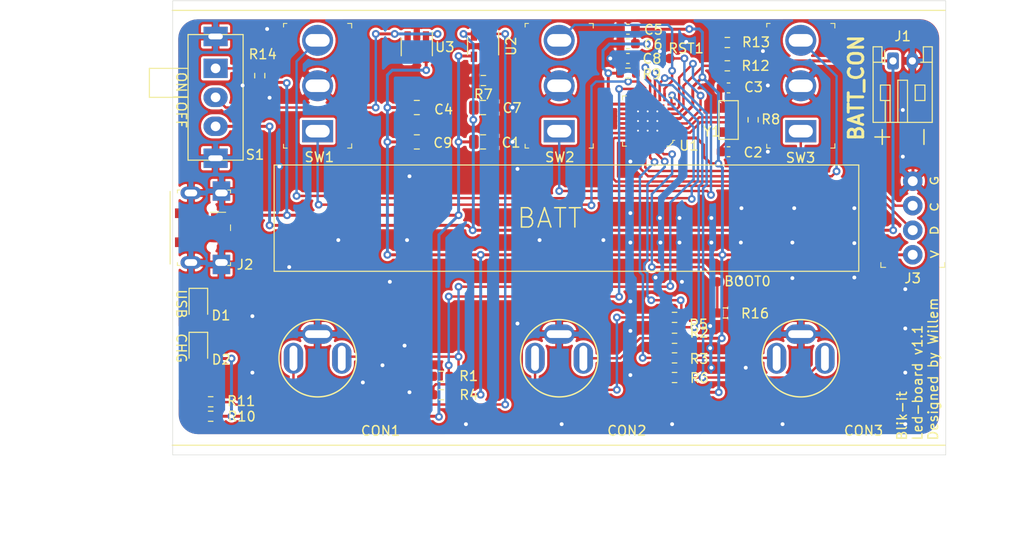
<source format=kicad_pcb>
(kicad_pcb (version 20171130) (host pcbnew "(5.1.9-0-10_14)")

  (general
    (thickness 1.6)
    (drawings 34)
    (tracks 577)
    (zones 0)
    (modules 42)
    (nets 46)
  )

  (page A4)
  (layers
    (0 F.Cu signal)
    (31 B.Cu signal)
    (32 B.Adhes user)
    (33 F.Adhes user)
    (34 B.Paste user)
    (35 F.Paste user)
    (36 B.SilkS user)
    (37 F.SilkS user)
    (38 B.Mask user)
    (39 F.Mask user)
    (40 Dwgs.User user)
    (41 Cmts.User user)
    (42 Eco1.User user)
    (43 Eco2.User user)
    (44 Edge.Cuts user)
    (45 Margin user)
    (46 B.CrtYd user)
    (47 F.CrtYd user)
    (48 B.Fab user hide)
    (49 F.Fab user hide)
  )

  (setup
    (last_trace_width 0.3048)
    (user_trace_width 0.3048)
    (trace_clearance 0.2)
    (zone_clearance 0.254)
    (zone_45_only no)
    (trace_min 0.2)
    (via_size 0.8)
    (via_drill 0.4)
    (via_min_size 0.4)
    (via_min_drill 0.3)
    (uvia_size 0.3)
    (uvia_drill 0.1)
    (uvias_allowed no)
    (uvia_min_size 0.2)
    (uvia_min_drill 0.1)
    (edge_width 0.05)
    (segment_width 0.2)
    (pcb_text_width 0.3)
    (pcb_text_size 1.5 1.5)
    (mod_edge_width 0.12)
    (mod_text_size 1 1)
    (mod_text_width 0.15)
    (pad_size 2 2.5)
    (pad_drill 0.6)
    (pad_to_mask_clearance 0)
    (aux_axis_origin 0 0)
    (visible_elements FFFFFF7F)
    (pcbplotparams
      (layerselection 0x00100_7ffffffe)
      (usegerberextensions false)
      (usegerberattributes false)
      (usegerberadvancedattributes false)
      (creategerberjobfile false)
      (excludeedgelayer true)
      (linewidth 0.100000)
      (plotframeref false)
      (viasonmask false)
      (mode 1)
      (useauxorigin false)
      (hpglpennumber 1)
      (hpglpenspeed 20)
      (hpglpendiameter 15.000000)
      (psnegative false)
      (psa4output false)
      (plotreference true)
      (plotvalue false)
      (plotinvisibletext false)
      (padsonsilk true)
      (subtractmaskfromsilk false)
      (outputformat 3)
      (mirror false)
      (drillshape 0)
      (scaleselection 1)
      (outputdirectory "gerber/"))
  )

  (net 0 "")
  (net 1 GND)
  (net 2 VBUS)
  (net 3 "Net-(C2-Pad1)")
  (net 4 "Net-(C3-Pad1)")
  (net 5 +3V3)
  (net 6 +BATT)
  (net 7 RST)
  (net 8 "Net-(CON1-Pad2)")
  (net 9 "Net-(CON2-Pad2)")
  (net 10 "Net-(CON3-Pad2)")
  (net 11 "Net-(D1-Pad2)")
  (net 12 "Net-(J2-Pad2)")
  (net 13 "Net-(J2-Pad3)")
  (net 14 SWCLK)
  (net 15 SWDIO)
  (net 16 LED1)
  (net 17 LED2)
  (net 18 LED3)
  (net 19 DET1)
  (net 20 DET2)
  (net 21 DET3)
  (net 22 "Net-(R7-Pad1)")
  (net 23 "Net-(R11-Pad2)")
  (net 24 MEAS_VBATT)
  (net 25 SWITCH12)
  (net 26 SWITCH1)
  (net 27 SWITCH22)
  (net 28 SWITCH2)
  (net 29 SWITCH32)
  (net 30 SWITCH3)
  (net 31 "Net-(U1-Pad25)")
  (net 32 "Net-(U1-Pad15)")
  (net 33 "Net-(U1-Pad18)")
  (net 34 "Net-(U1-Pad19)")
  (net 35 "Net-(U1-Pad20)")
  (net 36 "Net-(U1-Pad21)")
  (net 37 "Net-(U1-Pad22)")
  (net 38 "Net-(U1-Pad26)")
  (net 39 "Net-(R14-Pad1)")
  (net 40 +BATT_SWITCHED)
  (net 41 "Net-(D2-Pad1)")
  (net 42 BOOT0)
  (net 43 "Net-(U1-Pad32)")
  (net 44 "Net-(U1-Pad16)")
  (net 45 "Net-(U3-Pad4)")

  (net_class Default "This is the default net class."
    (clearance 0.2)
    (trace_width 0.25)
    (via_dia 0.8)
    (via_drill 0.4)
    (uvia_dia 0.3)
    (uvia_drill 0.1)
    (add_net +3V3)
    (add_net +BATT)
    (add_net +BATT_SWITCHED)
    (add_net BOOT0)
    (add_net DET1)
    (add_net DET2)
    (add_net DET3)
    (add_net GND)
    (add_net LED1)
    (add_net LED2)
    (add_net LED3)
    (add_net MEAS_VBATT)
    (add_net "Net-(C2-Pad1)")
    (add_net "Net-(C3-Pad1)")
    (add_net "Net-(CON1-Pad2)")
    (add_net "Net-(CON2-Pad2)")
    (add_net "Net-(CON3-Pad2)")
    (add_net "Net-(D1-Pad2)")
    (add_net "Net-(D2-Pad1)")
    (add_net "Net-(J2-Pad2)")
    (add_net "Net-(J2-Pad3)")
    (add_net "Net-(R11-Pad2)")
    (add_net "Net-(R14-Pad1)")
    (add_net "Net-(R7-Pad1)")
    (add_net "Net-(U1-Pad15)")
    (add_net "Net-(U1-Pad16)")
    (add_net "Net-(U1-Pad18)")
    (add_net "Net-(U1-Pad19)")
    (add_net "Net-(U1-Pad20)")
    (add_net "Net-(U1-Pad21)")
    (add_net "Net-(U1-Pad22)")
    (add_net "Net-(U1-Pad25)")
    (add_net "Net-(U1-Pad26)")
    (add_net "Net-(U1-Pad32)")
    (add_net "Net-(U3-Pad4)")
    (add_net RST)
    (add_net SWCLK)
    (add_net SWDIO)
    (add_net SWITCH1)
    (add_net SWITCH12)
    (add_net SWITCH2)
    (add_net SWITCH22)
    (add_net SWITCH3)
    (add_net SWITCH32)
    (add_net VBUS)
  )

  (net_class POWER ""
    (clearance 0.2)
    (trace_width 0.3048)
    (via_dia 0.8)
    (via_drill 0.4)
    (uvia_dia 0.3)
    (uvia_drill 0.1)
  )

  (module Package_TO_SOT_SMD:SOT-23-5 (layer F.Cu) (tedit 5A02FF57) (tstamp 6052D355)
    (at 137.16 77.216 270)
    (descr "5-pin SOT23 package")
    (tags SOT-23-5)
    (path /60220E3E)
    (attr smd)
    (fp_text reference U2 (at 0 -2.9 90) (layer F.SilkS)
      (effects (font (size 1 1) (thickness 0.15)))
    )
    (fp_text value MCP73832T-2ACI_OT (at 0 2.9 90) (layer F.Fab)
      (effects (font (size 1 1) (thickness 0.15)))
    )
    (fp_text user %R (at 0 0) (layer F.Fab)
      (effects (font (size 0.5 0.5) (thickness 0.075)))
    )
    (fp_line (start -0.9 1.61) (end 0.9 1.61) (layer F.SilkS) (width 0.12))
    (fp_line (start 0.9 -1.61) (end -1.55 -1.61) (layer F.SilkS) (width 0.12))
    (fp_line (start -1.9 -1.8) (end 1.9 -1.8) (layer F.CrtYd) (width 0.05))
    (fp_line (start 1.9 -1.8) (end 1.9 1.8) (layer F.CrtYd) (width 0.05))
    (fp_line (start 1.9 1.8) (end -1.9 1.8) (layer F.CrtYd) (width 0.05))
    (fp_line (start -1.9 1.8) (end -1.9 -1.8) (layer F.CrtYd) (width 0.05))
    (fp_line (start -0.9 -0.9) (end -0.25 -1.55) (layer F.Fab) (width 0.1))
    (fp_line (start 0.9 -1.55) (end -0.25 -1.55) (layer F.Fab) (width 0.1))
    (fp_line (start -0.9 -0.9) (end -0.9 1.55) (layer F.Fab) (width 0.1))
    (fp_line (start 0.9 1.55) (end -0.9 1.55) (layer F.Fab) (width 0.1))
    (fp_line (start 0.9 -1.55) (end 0.9 1.55) (layer F.Fab) (width 0.1))
    (pad 5 smd rect (at 1.1 -0.95 270) (size 1.06 0.65) (layers F.Cu F.Paste F.Mask)
      (net 22 "Net-(R7-Pad1)"))
    (pad 4 smd rect (at 1.1 0.95 270) (size 1.06 0.65) (layers F.Cu F.Paste F.Mask)
      (net 2 VBUS))
    (pad 3 smd rect (at -1.1 0.95 270) (size 1.06 0.65) (layers F.Cu F.Paste F.Mask)
      (net 6 +BATT))
    (pad 2 smd rect (at -1.1 0 270) (size 1.06 0.65) (layers F.Cu F.Paste F.Mask)
      (net 1 GND))
    (pad 1 smd rect (at -1.1 -0.95 270) (size 1.06 0.65) (layers F.Cu F.Paste F.Mask)
      (net 23 "Net-(R11-Pad2)"))
    (model ${KISYS3DMOD}/Package_TO_SOT_SMD.3dshapes/SOT-23-5.wrl
      (at (xyz 0 0 0))
      (scale (xyz 1 1 1))
      (rotate (xyz 0 0 0))
    )
  )

  (module Package_TO_SOT_SMD:SOT-23-5 (layer F.Cu) (tedit 5A02FF57) (tstamp 605A732B)
    (at 130.29692 77.30744 270)
    (descr "5-pin SOT23 package")
    (tags SOT-23-5)
    (path /607F9B20)
    (attr smd)
    (fp_text reference U3 (at 0 -2.9) (layer F.SilkS)
      (effects (font (size 1 1) (thickness 0.15)))
    )
    (fp_text value TPS76333 (at 0 2.9 90) (layer F.Fab)
      (effects (font (size 1 1) (thickness 0.15)))
    )
    (fp_text user %R (at 0 0) (layer F.Fab)
      (effects (font (size 0.5 0.5) (thickness 0.075)))
    )
    (fp_line (start -0.9 1.61) (end 0.9 1.61) (layer F.SilkS) (width 0.12))
    (fp_line (start 0.9 -1.61) (end -1.55 -1.61) (layer F.SilkS) (width 0.12))
    (fp_line (start -1.9 -1.8) (end 1.9 -1.8) (layer F.CrtYd) (width 0.05))
    (fp_line (start 1.9 -1.8) (end 1.9 1.8) (layer F.CrtYd) (width 0.05))
    (fp_line (start 1.9 1.8) (end -1.9 1.8) (layer F.CrtYd) (width 0.05))
    (fp_line (start -1.9 1.8) (end -1.9 -1.8) (layer F.CrtYd) (width 0.05))
    (fp_line (start -0.9 -0.9) (end -0.25 -1.55) (layer F.Fab) (width 0.1))
    (fp_line (start 0.9 -1.55) (end -0.25 -1.55) (layer F.Fab) (width 0.1))
    (fp_line (start -0.9 -0.9) (end -0.9 1.55) (layer F.Fab) (width 0.1))
    (fp_line (start 0.9 1.55) (end -0.9 1.55) (layer F.Fab) (width 0.1))
    (fp_line (start 0.9 -1.55) (end 0.9 1.55) (layer F.Fab) (width 0.1))
    (pad 5 smd rect (at 1.1 -0.95 270) (size 1.06 0.65) (layers F.Cu F.Paste F.Mask)
      (net 5 +3V3))
    (pad 4 smd rect (at 1.1 0.95 270) (size 1.06 0.65) (layers F.Cu F.Paste F.Mask)
      (net 45 "Net-(U3-Pad4)"))
    (pad 3 smd rect (at -1.1 0.95 270) (size 1.06 0.65) (layers F.Cu F.Paste F.Mask)
      (net 40 +BATT_SWITCHED))
    (pad 2 smd rect (at -1.1 0 270) (size 1.06 0.65) (layers F.Cu F.Paste F.Mask)
      (net 1 GND))
    (pad 1 smd rect (at -1.1 -0.95 270) (size 1.06 0.65) (layers F.Cu F.Paste F.Mask)
      (net 40 +BATT_SWITCHED))
    (model ${KISYS3DMOD}/Package_TO_SOT_SMD.3dshapes/SOT-23-5.wrl
      (at (xyz 0 0 0))
      (scale (xyz 1 1 1))
      (rotate (xyz 0 0 0))
    )
  )

  (module Connector_JST:JST_PH_S2B-PH-K_1x02_P2.00mm_Horizontal (layer F.Cu) (tedit 5B7745C6) (tstamp 6021C1A6)
    (at 179.578 78.74)
    (descr "JST PH series connector, S2B-PH-K (http://www.jst-mfg.com/product/pdf/eng/ePH.pdf), generated with kicad-footprint-generator")
    (tags "connector JST PH top entry")
    (path /60232097)
    (fp_text reference J1 (at 1 -2.55) (layer F.SilkS)
      (effects (font (size 1 1) (thickness 0.15)))
    )
    (fp_text value Conn_01x02_Male (at 1 7.45) (layer F.Fab)
      (effects (font (size 1 1) (thickness 0.15)))
    )
    (fp_text user %R (at 1 2.5) (layer F.Fab)
      (effects (font (size 1 1) (thickness 0.15)))
    )
    (fp_line (start -0.86 0.14) (end -1.14 0.14) (layer F.SilkS) (width 0.12))
    (fp_line (start -1.14 0.14) (end -1.14 -1.46) (layer F.SilkS) (width 0.12))
    (fp_line (start -1.14 -1.46) (end -2.06 -1.46) (layer F.SilkS) (width 0.12))
    (fp_line (start -2.06 -1.46) (end -2.06 6.36) (layer F.SilkS) (width 0.12))
    (fp_line (start -2.06 6.36) (end 4.06 6.36) (layer F.SilkS) (width 0.12))
    (fp_line (start 4.06 6.36) (end 4.06 -1.46) (layer F.SilkS) (width 0.12))
    (fp_line (start 4.06 -1.46) (end 3.14 -1.46) (layer F.SilkS) (width 0.12))
    (fp_line (start 3.14 -1.46) (end 3.14 0.14) (layer F.SilkS) (width 0.12))
    (fp_line (start 3.14 0.14) (end 2.86 0.14) (layer F.SilkS) (width 0.12))
    (fp_line (start 0.5 6.36) (end 0.5 2) (layer F.SilkS) (width 0.12))
    (fp_line (start 0.5 2) (end 1.5 2) (layer F.SilkS) (width 0.12))
    (fp_line (start 1.5 2) (end 1.5 6.36) (layer F.SilkS) (width 0.12))
    (fp_line (start -2.06 0.14) (end -1.14 0.14) (layer F.SilkS) (width 0.12))
    (fp_line (start 4.06 0.14) (end 3.14 0.14) (layer F.SilkS) (width 0.12))
    (fp_line (start -1.3 2.5) (end -1.3 4.1) (layer F.SilkS) (width 0.12))
    (fp_line (start -1.3 4.1) (end -0.3 4.1) (layer F.SilkS) (width 0.12))
    (fp_line (start -0.3 4.1) (end -0.3 2.5) (layer F.SilkS) (width 0.12))
    (fp_line (start -0.3 2.5) (end -1.3 2.5) (layer F.SilkS) (width 0.12))
    (fp_line (start 3.3 2.5) (end 3.3 4.1) (layer F.SilkS) (width 0.12))
    (fp_line (start 3.3 4.1) (end 2.3 4.1) (layer F.SilkS) (width 0.12))
    (fp_line (start 2.3 4.1) (end 2.3 2.5) (layer F.SilkS) (width 0.12))
    (fp_line (start 2.3 2.5) (end 3.3 2.5) (layer F.SilkS) (width 0.12))
    (fp_line (start -0.3 4.1) (end -0.3 6.36) (layer F.SilkS) (width 0.12))
    (fp_line (start -0.8 4.1) (end -0.8 6.36) (layer F.SilkS) (width 0.12))
    (fp_line (start -2.45 -1.85) (end -2.45 6.75) (layer F.CrtYd) (width 0.05))
    (fp_line (start -2.45 6.75) (end 4.45 6.75) (layer F.CrtYd) (width 0.05))
    (fp_line (start 4.45 6.75) (end 4.45 -1.85) (layer F.CrtYd) (width 0.05))
    (fp_line (start 4.45 -1.85) (end -2.45 -1.85) (layer F.CrtYd) (width 0.05))
    (fp_line (start -1.25 0.25) (end -1.25 -1.35) (layer F.Fab) (width 0.1))
    (fp_line (start -1.25 -1.35) (end -1.95 -1.35) (layer F.Fab) (width 0.1))
    (fp_line (start -1.95 -1.35) (end -1.95 6.25) (layer F.Fab) (width 0.1))
    (fp_line (start -1.95 6.25) (end 3.95 6.25) (layer F.Fab) (width 0.1))
    (fp_line (start 3.95 6.25) (end 3.95 -1.35) (layer F.Fab) (width 0.1))
    (fp_line (start 3.95 -1.35) (end 3.25 -1.35) (layer F.Fab) (width 0.1))
    (fp_line (start 3.25 -1.35) (end 3.25 0.25) (layer F.Fab) (width 0.1))
    (fp_line (start 3.25 0.25) (end -1.25 0.25) (layer F.Fab) (width 0.1))
    (fp_line (start -0.86 0.14) (end -0.86 -1.075) (layer F.SilkS) (width 0.12))
    (fp_line (start 0 0.875) (end -0.5 1.375) (layer F.Fab) (width 0.1))
    (fp_line (start -0.5 1.375) (end 0.5 1.375) (layer F.Fab) (width 0.1))
    (fp_line (start 0.5 1.375) (end 0 0.875) (layer F.Fab) (width 0.1))
    (pad 2 thru_hole oval (at 2 0) (size 1.2 1.75) (drill 0.75) (layers *.Cu *.Mask)
      (net 1 GND))
    (pad 1 thru_hole roundrect (at 0 0) (size 1.2 1.75) (drill 0.75) (layers *.Cu *.Mask) (roundrect_rratio 0.208333)
      (net 6 +BATT))
    (model ${KISYS3DMOD}/Connector_JST.3dshapes/JST_PH_S2B-PH-K_1x02_P2.00mm_Horizontal.wrl
      (at (xyz 0 0 0))
      (scale (xyz 1 1 1))
      (rotate (xyz 0 0 0))
    )
  )

  (module Resistor_SMD:R_0603_1608Metric (layer F.Cu) (tedit 5F68FEEE) (tstamp 60539F51)
    (at 162.2298 104.8258)
    (descr "Resistor SMD 0603 (1608 Metric), square (rectangular) end terminal, IPC_7351 nominal, (Body size source: IPC-SM-782 page 72, https://www.pcb-3d.com/wordpress/wp-content/uploads/ipc-sm-782a_amendment_1_and_2.pdf), generated with kicad-footprint-generator")
    (tags resistor)
    (path /6053E837)
    (attr smd)
    (fp_text reference R16 (at 3.0734 0.0508) (layer F.SilkS)
      (effects (font (size 1 1) (thickness 0.15)))
    )
    (fp_text value 10K (at 0 1.43) (layer F.Fab)
      (effects (font (size 1 1) (thickness 0.15)))
    )
    (fp_line (start -0.8 0.4125) (end -0.8 -0.4125) (layer F.Fab) (width 0.1))
    (fp_line (start -0.8 -0.4125) (end 0.8 -0.4125) (layer F.Fab) (width 0.1))
    (fp_line (start 0.8 -0.4125) (end 0.8 0.4125) (layer F.Fab) (width 0.1))
    (fp_line (start 0.8 0.4125) (end -0.8 0.4125) (layer F.Fab) (width 0.1))
    (fp_line (start -0.237258 -0.5225) (end 0.237258 -0.5225) (layer F.SilkS) (width 0.12))
    (fp_line (start -0.237258 0.5225) (end 0.237258 0.5225) (layer F.SilkS) (width 0.12))
    (fp_line (start -1.48 0.73) (end -1.48 -0.73) (layer F.CrtYd) (width 0.05))
    (fp_line (start -1.48 -0.73) (end 1.48 -0.73) (layer F.CrtYd) (width 0.05))
    (fp_line (start 1.48 -0.73) (end 1.48 0.73) (layer F.CrtYd) (width 0.05))
    (fp_line (start 1.48 0.73) (end -1.48 0.73) (layer F.CrtYd) (width 0.05))
    (fp_text user %R (at 0 0) (layer F.Fab)
      (effects (font (size 0.4 0.4) (thickness 0.06)))
    )
    (pad 2 smd roundrect (at 0.825 0) (size 0.8 0.95) (layers F.Cu F.Paste F.Mask) (roundrect_rratio 0.25)
      (net 1 GND))
    (pad 1 smd roundrect (at -0.825 0) (size 0.8 0.95) (layers F.Cu F.Paste F.Mask) (roundrect_rratio 0.25)
      (net 42 BOOT0))
    (model ${KISYS3DMOD}/Resistor_SMD.3dshapes/R_0603_1608Metric.wrl
      (at (xyz 0 0 0))
      (scale (xyz 1 1 1))
      (rotate (xyz 0 0 0))
    )
  )

  (module Resistor_SMD:R_0603_1608Metric (layer F.Cu) (tedit 5F68FEEE) (tstamp 6021C2F0)
    (at 162.433 79.248)
    (descr "Resistor SMD 0603 (1608 Metric), square (rectangular) end terminal, IPC_7351 nominal, (Body size source: IPC-SM-782 page 72, https://www.pcb-3d.com/wordpress/wp-content/uploads/ipc-sm-782a_amendment_1_and_2.pdf), generated with kicad-footprint-generator")
    (tags resistor)
    (path /60403C7A)
    (attr smd)
    (fp_text reference R13 (at 2.9718 -2.4384) (layer F.SilkS)
      (effects (font (size 1 1) (thickness 0.15)))
    )
    (fp_text value 100K (at 0 1.43) (layer F.Fab)
      (effects (font (size 1 1) (thickness 0.15)))
    )
    (fp_line (start -0.8 0.4125) (end -0.8 -0.4125) (layer F.Fab) (width 0.1))
    (fp_line (start -0.8 -0.4125) (end 0.8 -0.4125) (layer F.Fab) (width 0.1))
    (fp_line (start 0.8 -0.4125) (end 0.8 0.4125) (layer F.Fab) (width 0.1))
    (fp_line (start 0.8 0.4125) (end -0.8 0.4125) (layer F.Fab) (width 0.1))
    (fp_line (start -0.237258 -0.5225) (end 0.237258 -0.5225) (layer F.SilkS) (width 0.12))
    (fp_line (start -0.237258 0.5225) (end 0.237258 0.5225) (layer F.SilkS) (width 0.12))
    (fp_line (start -1.48 0.73) (end -1.48 -0.73) (layer F.CrtYd) (width 0.05))
    (fp_line (start -1.48 -0.73) (end 1.48 -0.73) (layer F.CrtYd) (width 0.05))
    (fp_line (start 1.48 -0.73) (end 1.48 0.73) (layer F.CrtYd) (width 0.05))
    (fp_line (start 1.48 0.73) (end -1.48 0.73) (layer F.CrtYd) (width 0.05))
    (fp_text user %R (at 0 0) (layer F.Fab)
      (effects (font (size 0.4 0.4) (thickness 0.06)))
    )
    (pad 2 smd roundrect (at 0.825 0) (size 0.8 0.95) (layers F.Cu F.Paste F.Mask) (roundrect_rratio 0.25)
      (net 1 GND))
    (pad 1 smd roundrect (at -0.825 0) (size 0.8 0.95) (layers F.Cu F.Paste F.Mask) (roundrect_rratio 0.25)
      (net 24 MEAS_VBATT))
    (model ${KISYS3DMOD}/Resistor_SMD.3dshapes/R_0603_1608Metric.wrl
      (at (xyz 0 0 0))
      (scale (xyz 1 1 1))
      (rotate (xyz 0 0 0))
    )
  )

  (module Resistor_SMD:R_0603_1608Metric (layer F.Cu) (tedit 5F68FEEE) (tstamp 6021C2DC)
    (at 162.433 76.835 180)
    (descr "Resistor SMD 0603 (1608 Metric), square (rectangular) end terminal, IPC_7351 nominal, (Body size source: IPC-SM-782 page 72, https://www.pcb-3d.com/wordpress/wp-content/uploads/ipc-sm-782a_amendment_1_and_2.pdf), generated with kicad-footprint-generator")
    (tags resistor)
    (path /6040529B)
    (attr smd)
    (fp_text reference R12 (at -2.921 -2.413) (layer F.SilkS)
      (effects (font (size 1 1) (thickness 0.15)))
    )
    (fp_text value 220K (at 0 1.43) (layer F.Fab)
      (effects (font (size 1 1) (thickness 0.15)))
    )
    (fp_line (start -0.8 0.4125) (end -0.8 -0.4125) (layer F.Fab) (width 0.1))
    (fp_line (start -0.8 -0.4125) (end 0.8 -0.4125) (layer F.Fab) (width 0.1))
    (fp_line (start 0.8 -0.4125) (end 0.8 0.4125) (layer F.Fab) (width 0.1))
    (fp_line (start 0.8 0.4125) (end -0.8 0.4125) (layer F.Fab) (width 0.1))
    (fp_line (start -0.237258 -0.5225) (end 0.237258 -0.5225) (layer F.SilkS) (width 0.12))
    (fp_line (start -0.237258 0.5225) (end 0.237258 0.5225) (layer F.SilkS) (width 0.12))
    (fp_line (start -1.48 0.73) (end -1.48 -0.73) (layer F.CrtYd) (width 0.05))
    (fp_line (start -1.48 -0.73) (end 1.48 -0.73) (layer F.CrtYd) (width 0.05))
    (fp_line (start 1.48 -0.73) (end 1.48 0.73) (layer F.CrtYd) (width 0.05))
    (fp_line (start 1.48 0.73) (end -1.48 0.73) (layer F.CrtYd) (width 0.05))
    (fp_text user %R (at 0 0) (layer F.Fab)
      (effects (font (size 0.4 0.4) (thickness 0.06)))
    )
    (pad 2 smd roundrect (at 0.825 0 180) (size 0.8 0.95) (layers F.Cu F.Paste F.Mask) (roundrect_rratio 0.25)
      (net 24 MEAS_VBATT))
    (pad 1 smd roundrect (at -0.825 0 180) (size 0.8 0.95) (layers F.Cu F.Paste F.Mask) (roundrect_rratio 0.25)
      (net 6 +BATT))
    (model ${KISYS3DMOD}/Resistor_SMD.3dshapes/R_0603_1608Metric.wrl
      (at (xyz 0 0 0))
      (scale (xyz 1 1 1))
      (rotate (xyz 0 0 0))
    )
  )

  (module Resistor_SMD:R_0603_1608Metric (layer F.Cu) (tedit 5F68FEEE) (tstamp 6021C2C8)
    (at 108.966 114.012)
    (descr "Resistor SMD 0603 (1608 Metric), square (rectangular) end terminal, IPC_7351 nominal, (Body size source: IPC-SM-782 page 72, https://www.pcb-3d.com/wordpress/wp-content/uploads/ipc-sm-782a_amendment_1_and_2.pdf), generated with kicad-footprint-generator")
    (tags resistor)
    (path /602AF25A)
    (attr smd)
    (fp_text reference R11 (at 3.16072 -0.0676) (layer F.SilkS)
      (effects (font (size 1 1) (thickness 0.15)))
    )
    (fp_text value 470E (at 0 1.43) (layer F.Fab)
      (effects (font (size 1 1) (thickness 0.15)))
    )
    (fp_line (start -0.8 0.4125) (end -0.8 -0.4125) (layer F.Fab) (width 0.1))
    (fp_line (start -0.8 -0.4125) (end 0.8 -0.4125) (layer F.Fab) (width 0.1))
    (fp_line (start 0.8 -0.4125) (end 0.8 0.4125) (layer F.Fab) (width 0.1))
    (fp_line (start 0.8 0.4125) (end -0.8 0.4125) (layer F.Fab) (width 0.1))
    (fp_line (start -0.237258 -0.5225) (end 0.237258 -0.5225) (layer F.SilkS) (width 0.12))
    (fp_line (start -0.237258 0.5225) (end 0.237258 0.5225) (layer F.SilkS) (width 0.12))
    (fp_line (start -1.48 0.73) (end -1.48 -0.73) (layer F.CrtYd) (width 0.05))
    (fp_line (start -1.48 -0.73) (end 1.48 -0.73) (layer F.CrtYd) (width 0.05))
    (fp_line (start 1.48 -0.73) (end 1.48 0.73) (layer F.CrtYd) (width 0.05))
    (fp_line (start 1.48 0.73) (end -1.48 0.73) (layer F.CrtYd) (width 0.05))
    (fp_text user %R (at 0 0) (layer F.Fab)
      (effects (font (size 0.4 0.4) (thickness 0.06)))
    )
    (pad 2 smd roundrect (at 0.825 0) (size 0.8 0.95) (layers F.Cu F.Paste F.Mask) (roundrect_rratio 0.25)
      (net 23 "Net-(R11-Pad2)"))
    (pad 1 smd roundrect (at -0.825 0) (size 0.8 0.95) (layers F.Cu F.Paste F.Mask) (roundrect_rratio 0.25)
      (net 41 "Net-(D2-Pad1)"))
    (model ${KISYS3DMOD}/Resistor_SMD.3dshapes/R_0603_1608Metric.wrl
      (at (xyz 0 0 0))
      (scale (xyz 1 1 1))
      (rotate (xyz 0 0 0))
    )
  )

  (module Resistor_SMD:R_0603_1608Metric (layer F.Cu) (tedit 5F68FEEE) (tstamp 6021C2B4)
    (at 108.966 115.512)
    (descr "Resistor SMD 0603 (1608 Metric), square (rectangular) end terminal, IPC_7351 nominal, (Body size source: IPC-SM-782 page 72, https://www.pcb-3d.com/wordpress/wp-content/uploads/ipc-sm-782a_amendment_1_and_2.pdf), generated with kicad-footprint-generator")
    (tags resistor)
    (path /602AE2E0)
    (attr smd)
    (fp_text reference R10 (at 3.21152 0.0326) (layer F.SilkS)
      (effects (font (size 1 1) (thickness 0.15)))
    )
    (fp_text value 470E (at 0 1.43) (layer F.Fab)
      (effects (font (size 1 1) (thickness 0.15)))
    )
    (fp_line (start -0.8 0.4125) (end -0.8 -0.4125) (layer F.Fab) (width 0.1))
    (fp_line (start -0.8 -0.4125) (end 0.8 -0.4125) (layer F.Fab) (width 0.1))
    (fp_line (start 0.8 -0.4125) (end 0.8 0.4125) (layer F.Fab) (width 0.1))
    (fp_line (start 0.8 0.4125) (end -0.8 0.4125) (layer F.Fab) (width 0.1))
    (fp_line (start -0.237258 -0.5225) (end 0.237258 -0.5225) (layer F.SilkS) (width 0.12))
    (fp_line (start -0.237258 0.5225) (end 0.237258 0.5225) (layer F.SilkS) (width 0.12))
    (fp_line (start -1.48 0.73) (end -1.48 -0.73) (layer F.CrtYd) (width 0.05))
    (fp_line (start -1.48 -0.73) (end 1.48 -0.73) (layer F.CrtYd) (width 0.05))
    (fp_line (start 1.48 -0.73) (end 1.48 0.73) (layer F.CrtYd) (width 0.05))
    (fp_line (start 1.48 0.73) (end -1.48 0.73) (layer F.CrtYd) (width 0.05))
    (fp_text user %R (at 0 0) (layer F.Fab)
      (effects (font (size 0.4 0.4) (thickness 0.06)))
    )
    (pad 2 smd roundrect (at 0.825 0) (size 0.8 0.95) (layers F.Cu F.Paste F.Mask) (roundrect_rratio 0.25)
      (net 2 VBUS))
    (pad 1 smd roundrect (at -0.825 0) (size 0.8 0.95) (layers F.Cu F.Paste F.Mask) (roundrect_rratio 0.25)
      (net 11 "Net-(D1-Pad2)"))
    (model ${KISYS3DMOD}/Resistor_SMD.3dshapes/R_0603_1608Metric.wrl
      (at (xyz 0 0 0))
      (scale (xyz 1 1 1))
      (rotate (xyz 0 0 0))
    )
  )

  (module Resistor_SMD:R_0603_1608Metric (layer F.Cu) (tedit 5F68FEEE) (tstamp 6021C2A0)
    (at 152.146 80.01)
    (descr "Resistor SMD 0603 (1608 Metric), square (rectangular) end terminal, IPC_7351 nominal, (Body size source: IPC-SM-782 page 72, https://www.pcb-3d.com/wordpress/wp-content/uploads/ipc-sm-782a_amendment_1_and_2.pdf), generated with kicad-footprint-generator")
    (tags resistor)
    (path /602E1D33)
    (attr smd)
    (fp_text reference R9 (at 2.4638 0.1016) (layer F.SilkS)
      (effects (font (size 1 1) (thickness 0.15)))
    )
    (fp_text value 1K (at 0 1.43) (layer F.Fab)
      (effects (font (size 1 1) (thickness 0.15)))
    )
    (fp_line (start -0.8 0.4125) (end -0.8 -0.4125) (layer F.Fab) (width 0.1))
    (fp_line (start -0.8 -0.4125) (end 0.8 -0.4125) (layer F.Fab) (width 0.1))
    (fp_line (start 0.8 -0.4125) (end 0.8 0.4125) (layer F.Fab) (width 0.1))
    (fp_line (start 0.8 0.4125) (end -0.8 0.4125) (layer F.Fab) (width 0.1))
    (fp_line (start -0.237258 -0.5225) (end 0.237258 -0.5225) (layer F.SilkS) (width 0.12))
    (fp_line (start -0.237258 0.5225) (end 0.237258 0.5225) (layer F.SilkS) (width 0.12))
    (fp_line (start -1.48 0.73) (end -1.48 -0.73) (layer F.CrtYd) (width 0.05))
    (fp_line (start -1.48 -0.73) (end 1.48 -0.73) (layer F.CrtYd) (width 0.05))
    (fp_line (start 1.48 -0.73) (end 1.48 0.73) (layer F.CrtYd) (width 0.05))
    (fp_line (start 1.48 0.73) (end -1.48 0.73) (layer F.CrtYd) (width 0.05))
    (fp_text user %R (at 0 0) (layer F.Fab)
      (effects (font (size 0.4 0.4) (thickness 0.06)))
    )
    (pad 2 smd roundrect (at 0.825 0) (size 0.8 0.95) (layers F.Cu F.Paste F.Mask) (roundrect_rratio 0.25)
      (net 7 RST))
    (pad 1 smd roundrect (at -0.825 0) (size 0.8 0.95) (layers F.Cu F.Paste F.Mask) (roundrect_rratio 0.25)
      (net 5 +3V3))
    (model ${KISYS3DMOD}/Resistor_SMD.3dshapes/R_0603_1608Metric.wrl
      (at (xyz 0 0 0))
      (scale (xyz 1 1 1))
      (rotate (xyz 0 0 0))
    )
  )

  (module Resistor_SMD:R_0603_1608Metric (layer F.Cu) (tedit 5F68FEEE) (tstamp 6053165E)
    (at 165.1 84.836 90)
    (descr "Resistor SMD 0603 (1608 Metric), square (rectangular) end terminal, IPC_7351 nominal, (Body size source: IPC-SM-782 page 72, https://www.pcb-3d.com/wordpress/wp-content/uploads/ipc-sm-782a_amendment_1_and_2.pdf), generated with kicad-footprint-generator")
    (tags resistor)
    (path /603F8E75)
    (attr smd)
    (fp_text reference R8 (at 0.0508 1.8288 180) (layer F.SilkS)
      (effects (font (size 1 1) (thickness 0.15)))
    )
    (fp_text value 1M (at 0 1.43 90) (layer F.Fab)
      (effects (font (size 1 1) (thickness 0.15)))
    )
    (fp_line (start -0.8 0.4125) (end -0.8 -0.4125) (layer F.Fab) (width 0.1))
    (fp_line (start -0.8 -0.4125) (end 0.8 -0.4125) (layer F.Fab) (width 0.1))
    (fp_line (start 0.8 -0.4125) (end 0.8 0.4125) (layer F.Fab) (width 0.1))
    (fp_line (start 0.8 0.4125) (end -0.8 0.4125) (layer F.Fab) (width 0.1))
    (fp_line (start -0.237258 -0.5225) (end 0.237258 -0.5225) (layer F.SilkS) (width 0.12))
    (fp_line (start -0.237258 0.5225) (end 0.237258 0.5225) (layer F.SilkS) (width 0.12))
    (fp_line (start -1.48 0.73) (end -1.48 -0.73) (layer F.CrtYd) (width 0.05))
    (fp_line (start -1.48 -0.73) (end 1.48 -0.73) (layer F.CrtYd) (width 0.05))
    (fp_line (start 1.48 -0.73) (end 1.48 0.73) (layer F.CrtYd) (width 0.05))
    (fp_line (start 1.48 0.73) (end -1.48 0.73) (layer F.CrtYd) (width 0.05))
    (fp_text user %R (at 0 0 90) (layer F.Fab)
      (effects (font (size 0.4 0.4) (thickness 0.06)))
    )
    (pad 2 smd roundrect (at 0.825 0 90) (size 0.8 0.95) (layers F.Cu F.Paste F.Mask) (roundrect_rratio 0.25)
      (net 4 "Net-(C3-Pad1)"))
    (pad 1 smd roundrect (at -0.825 0 90) (size 0.8 0.95) (layers F.Cu F.Paste F.Mask) (roundrect_rratio 0.25)
      (net 3 "Net-(C2-Pad1)"))
    (model ${KISYS3DMOD}/Resistor_SMD.3dshapes/R_0603_1608Metric.wrl
      (at (xyz 0 0 0))
      (scale (xyz 1 1 1))
      (rotate (xyz 0 0 0))
    )
  )

  (module Resistor_SMD:R_0603_1608Metric (layer F.Cu) (tedit 5F68FEEE) (tstamp 6052D2E1)
    (at 137.1854 80.772 180)
    (descr "Resistor SMD 0603 (1608 Metric), square (rectangular) end terminal, IPC_7351 nominal, (Body size source: IPC-SM-782 page 72, https://www.pcb-3d.com/wordpress/wp-content/uploads/ipc-sm-782a_amendment_1_and_2.pdf), generated with kicad-footprint-generator")
    (tags resistor)
    (path /60299759)
    (attr smd)
    (fp_text reference R7 (at 0 -1.43) (layer F.SilkS)
      (effects (font (size 1 1) (thickness 0.15)))
    )
    (fp_text value 3K3 (at 0 1.43) (layer F.Fab)
      (effects (font (size 1 1) (thickness 0.15)))
    )
    (fp_line (start -0.8 0.4125) (end -0.8 -0.4125) (layer F.Fab) (width 0.1))
    (fp_line (start -0.8 -0.4125) (end 0.8 -0.4125) (layer F.Fab) (width 0.1))
    (fp_line (start 0.8 -0.4125) (end 0.8 0.4125) (layer F.Fab) (width 0.1))
    (fp_line (start 0.8 0.4125) (end -0.8 0.4125) (layer F.Fab) (width 0.1))
    (fp_line (start -0.237258 -0.5225) (end 0.237258 -0.5225) (layer F.SilkS) (width 0.12))
    (fp_line (start -0.237258 0.5225) (end 0.237258 0.5225) (layer F.SilkS) (width 0.12))
    (fp_line (start -1.48 0.73) (end -1.48 -0.73) (layer F.CrtYd) (width 0.05))
    (fp_line (start -1.48 -0.73) (end 1.48 -0.73) (layer F.CrtYd) (width 0.05))
    (fp_line (start 1.48 -0.73) (end 1.48 0.73) (layer F.CrtYd) (width 0.05))
    (fp_line (start 1.48 0.73) (end -1.48 0.73) (layer F.CrtYd) (width 0.05))
    (fp_text user %R (at 0 0) (layer F.Fab)
      (effects (font (size 0.4 0.4) (thickness 0.06)))
    )
    (pad 2 smd roundrect (at 0.825 0 180) (size 0.8 0.95) (layers F.Cu F.Paste F.Mask) (roundrect_rratio 0.25)
      (net 1 GND))
    (pad 1 smd roundrect (at -0.825 0 180) (size 0.8 0.95) (layers F.Cu F.Paste F.Mask) (roundrect_rratio 0.25)
      (net 22 "Net-(R7-Pad1)"))
    (model ${KISYS3DMOD}/Resistor_SMD.3dshapes/R_0603_1608Metric.wrl
      (at (xyz 0 0 0))
      (scale (xyz 1 1 1))
      (rotate (xyz 0 0 0))
    )
  )

  (module Resistor_SMD:R_0603_1608Metric (layer F.Cu) (tedit 5F68FEEE) (tstamp 6021C264)
    (at 156.972 111.506 180)
    (descr "Resistor SMD 0603 (1608 Metric), square (rectangular) end terminal, IPC_7351 nominal, (Body size source: IPC-SM-782 page 72, https://www.pcb-3d.com/wordpress/wp-content/uploads/ipc-sm-782a_amendment_1_and_2.pdf), generated with kicad-footprint-generator")
    (tags resistor)
    (path /6025CE8E)
    (attr smd)
    (fp_text reference R6 (at -2.5654 -0.0508) (layer F.SilkS)
      (effects (font (size 1 1) (thickness 0.15)))
    )
    (fp_text value 10K (at 0 1.43) (layer F.Fab)
      (effects (font (size 1 1) (thickness 0.15)))
    )
    (fp_line (start -0.8 0.4125) (end -0.8 -0.4125) (layer F.Fab) (width 0.1))
    (fp_line (start -0.8 -0.4125) (end 0.8 -0.4125) (layer F.Fab) (width 0.1))
    (fp_line (start 0.8 -0.4125) (end 0.8 0.4125) (layer F.Fab) (width 0.1))
    (fp_line (start 0.8 0.4125) (end -0.8 0.4125) (layer F.Fab) (width 0.1))
    (fp_line (start -0.237258 -0.5225) (end 0.237258 -0.5225) (layer F.SilkS) (width 0.12))
    (fp_line (start -0.237258 0.5225) (end 0.237258 0.5225) (layer F.SilkS) (width 0.12))
    (fp_line (start -1.48 0.73) (end -1.48 -0.73) (layer F.CrtYd) (width 0.05))
    (fp_line (start -1.48 -0.73) (end 1.48 -0.73) (layer F.CrtYd) (width 0.05))
    (fp_line (start 1.48 -0.73) (end 1.48 0.73) (layer F.CrtYd) (width 0.05))
    (fp_line (start 1.48 0.73) (end -1.48 0.73) (layer F.CrtYd) (width 0.05))
    (fp_text user %R (at 0 0) (layer F.Fab)
      (effects (font (size 0.4 0.4) (thickness 0.06)))
    )
    (pad 2 smd roundrect (at 0.825 0 180) (size 0.8 0.95) (layers F.Cu F.Paste F.Mask) (roundrect_rratio 0.25)
      (net 5 +3V3))
    (pad 1 smd roundrect (at -0.825 0 180) (size 0.8 0.95) (layers F.Cu F.Paste F.Mask) (roundrect_rratio 0.25)
      (net 21 DET3))
    (model ${KISYS3DMOD}/Resistor_SMD.3dshapes/R_0603_1608Metric.wrl
      (at (xyz 0 0 0))
      (scale (xyz 1 1 1))
      (rotate (xyz 0 0 0))
    )
  )

  (module Resistor_SMD:R_0603_1608Metric (layer F.Cu) (tedit 5F68FEEE) (tstamp 6021C250)
    (at 156.972 107.442)
    (descr "Resistor SMD 0603 (1608 Metric), square (rectangular) end terminal, IPC_7351 nominal, (Body size source: IPC-SM-782 page 72, https://www.pcb-3d.com/wordpress/wp-content/uploads/ipc-sm-782a_amendment_1_and_2.pdf), generated with kicad-footprint-generator")
    (tags resistor)
    (path /6025DA85)
    (attr smd)
    (fp_text reference R5 (at 2.4892 -1.43) (layer F.SilkS)
      (effects (font (size 1 1) (thickness 0.15)))
    )
    (fp_text value 10K (at 0 1.43) (layer F.Fab)
      (effects (font (size 1 1) (thickness 0.15)))
    )
    (fp_line (start -0.8 0.4125) (end -0.8 -0.4125) (layer F.Fab) (width 0.1))
    (fp_line (start -0.8 -0.4125) (end 0.8 -0.4125) (layer F.Fab) (width 0.1))
    (fp_line (start 0.8 -0.4125) (end 0.8 0.4125) (layer F.Fab) (width 0.1))
    (fp_line (start 0.8 0.4125) (end -0.8 0.4125) (layer F.Fab) (width 0.1))
    (fp_line (start -0.237258 -0.5225) (end 0.237258 -0.5225) (layer F.SilkS) (width 0.12))
    (fp_line (start -0.237258 0.5225) (end 0.237258 0.5225) (layer F.SilkS) (width 0.12))
    (fp_line (start -1.48 0.73) (end -1.48 -0.73) (layer F.CrtYd) (width 0.05))
    (fp_line (start -1.48 -0.73) (end 1.48 -0.73) (layer F.CrtYd) (width 0.05))
    (fp_line (start 1.48 -0.73) (end 1.48 0.73) (layer F.CrtYd) (width 0.05))
    (fp_line (start 1.48 0.73) (end -1.48 0.73) (layer F.CrtYd) (width 0.05))
    (fp_text user %R (at 0 0) (layer F.Fab)
      (effects (font (size 0.4 0.4) (thickness 0.06)))
    )
    (pad 2 smd roundrect (at 0.825 0) (size 0.8 0.95) (layers F.Cu F.Paste F.Mask) (roundrect_rratio 0.25)
      (net 5 +3V3))
    (pad 1 smd roundrect (at -0.825 0) (size 0.8 0.95) (layers F.Cu F.Paste F.Mask) (roundrect_rratio 0.25)
      (net 20 DET2))
    (model ${KISYS3DMOD}/Resistor_SMD.3dshapes/R_0603_1608Metric.wrl
      (at (xyz 0 0 0))
      (scale (xyz 1 1 1))
      (rotate (xyz 0 0 0))
    )
  )

  (module Resistor_SMD:R_0603_1608Metric (layer F.Cu) (tedit 5F68FEEE) (tstamp 6021C23C)
    (at 132.842 113.284)
    (descr "Resistor SMD 0603 (1608 Metric), square (rectangular) end terminal, IPC_7351 nominal, (Body size source: IPC-SM-782 page 72, https://www.pcb-3d.com/wordpress/wp-content/uploads/ipc-sm-782a_amendment_1_and_2.pdf), generated with kicad-footprint-generator")
    (tags resistor)
    (path /6025E6DF)
    (attr smd)
    (fp_text reference R4 (at 2.8448 0.0254) (layer F.SilkS)
      (effects (font (size 1 1) (thickness 0.15)))
    )
    (fp_text value 10K (at 0 1.43) (layer F.Fab)
      (effects (font (size 1 1) (thickness 0.15)))
    )
    (fp_line (start -0.8 0.4125) (end -0.8 -0.4125) (layer F.Fab) (width 0.1))
    (fp_line (start -0.8 -0.4125) (end 0.8 -0.4125) (layer F.Fab) (width 0.1))
    (fp_line (start 0.8 -0.4125) (end 0.8 0.4125) (layer F.Fab) (width 0.1))
    (fp_line (start 0.8 0.4125) (end -0.8 0.4125) (layer F.Fab) (width 0.1))
    (fp_line (start -0.237258 -0.5225) (end 0.237258 -0.5225) (layer F.SilkS) (width 0.12))
    (fp_line (start -0.237258 0.5225) (end 0.237258 0.5225) (layer F.SilkS) (width 0.12))
    (fp_line (start -1.48 0.73) (end -1.48 -0.73) (layer F.CrtYd) (width 0.05))
    (fp_line (start -1.48 -0.73) (end 1.48 -0.73) (layer F.CrtYd) (width 0.05))
    (fp_line (start 1.48 -0.73) (end 1.48 0.73) (layer F.CrtYd) (width 0.05))
    (fp_line (start 1.48 0.73) (end -1.48 0.73) (layer F.CrtYd) (width 0.05))
    (fp_text user %R (at 0 0) (layer F.Fab)
      (effects (font (size 0.4 0.4) (thickness 0.06)))
    )
    (pad 2 smd roundrect (at 0.825 0) (size 0.8 0.95) (layers F.Cu F.Paste F.Mask) (roundrect_rratio 0.25)
      (net 5 +3V3))
    (pad 1 smd roundrect (at -0.825 0) (size 0.8 0.95) (layers F.Cu F.Paste F.Mask) (roundrect_rratio 0.25)
      (net 19 DET1))
    (model ${KISYS3DMOD}/Resistor_SMD.3dshapes/R_0603_1608Metric.wrl
      (at (xyz 0 0 0))
      (scale (xyz 1 1 1))
      (rotate (xyz 0 0 0))
    )
  )

  (module Resistor_SMD:R_0603_1608Metric (layer F.Cu) (tedit 5F68FEEE) (tstamp 6021C228)
    (at 156.972 109.474 180)
    (descr "Resistor SMD 0603 (1608 Metric), square (rectangular) end terminal, IPC_7351 nominal, (Body size source: IPC-SM-782 page 72, https://www.pcb-3d.com/wordpress/wp-content/uploads/ipc-sm-782a_amendment_1_and_2.pdf), generated with kicad-footprint-generator")
    (tags resistor)
    (path /6024FF14)
    (attr smd)
    (fp_text reference R3 (at -2.54 -0.1016) (layer F.SilkS)
      (effects (font (size 1 1) (thickness 0.15)))
    )
    (fp_text value 130E (at 0 1.43) (layer F.Fab)
      (effects (font (size 1 1) (thickness 0.15)))
    )
    (fp_line (start -0.8 0.4125) (end -0.8 -0.4125) (layer F.Fab) (width 0.1))
    (fp_line (start -0.8 -0.4125) (end 0.8 -0.4125) (layer F.Fab) (width 0.1))
    (fp_line (start 0.8 -0.4125) (end 0.8 0.4125) (layer F.Fab) (width 0.1))
    (fp_line (start 0.8 0.4125) (end -0.8 0.4125) (layer F.Fab) (width 0.1))
    (fp_line (start -0.237258 -0.5225) (end 0.237258 -0.5225) (layer F.SilkS) (width 0.12))
    (fp_line (start -0.237258 0.5225) (end 0.237258 0.5225) (layer F.SilkS) (width 0.12))
    (fp_line (start -1.48 0.73) (end -1.48 -0.73) (layer F.CrtYd) (width 0.05))
    (fp_line (start -1.48 -0.73) (end 1.48 -0.73) (layer F.CrtYd) (width 0.05))
    (fp_line (start 1.48 -0.73) (end 1.48 0.73) (layer F.CrtYd) (width 0.05))
    (fp_line (start 1.48 0.73) (end -1.48 0.73) (layer F.CrtYd) (width 0.05))
    (fp_text user %R (at 0 0) (layer F.Fab)
      (effects (font (size 0.4 0.4) (thickness 0.06)))
    )
    (pad 2 smd roundrect (at 0.825 0 180) (size 0.8 0.95) (layers F.Cu F.Paste F.Mask) (roundrect_rratio 0.25)
      (net 18 LED3))
    (pad 1 smd roundrect (at -0.825 0 180) (size 0.8 0.95) (layers F.Cu F.Paste F.Mask) (roundrect_rratio 0.25)
      (net 10 "Net-(CON3-Pad2)"))
    (model ${KISYS3DMOD}/Resistor_SMD.3dshapes/R_0603_1608Metric.wrl
      (at (xyz 0 0 0))
      (scale (xyz 1 1 1))
      (rotate (xyz 0 0 0))
    )
  )

  (module Resistor_SMD:R_0603_1608Metric (layer F.Cu) (tedit 5F68FEEE) (tstamp 6021C214)
    (at 156.972 105.283 180)
    (descr "Resistor SMD 0603 (1608 Metric), square (rectangular) end terminal, IPC_7351 nominal, (Body size source: IPC-SM-782 page 72, https://www.pcb-3d.com/wordpress/wp-content/uploads/ipc-sm-782a_amendment_1_and_2.pdf), generated with kicad-footprint-generator")
    (tags resistor)
    (path /6024E7D0)
    (attr smd)
    (fp_text reference R2 (at -2.54 -1.5748) (layer F.SilkS)
      (effects (font (size 1 1) (thickness 0.15)))
    )
    (fp_text value 130E (at 0 1.43) (layer F.Fab)
      (effects (font (size 1 1) (thickness 0.15)))
    )
    (fp_line (start -0.8 0.4125) (end -0.8 -0.4125) (layer F.Fab) (width 0.1))
    (fp_line (start -0.8 -0.4125) (end 0.8 -0.4125) (layer F.Fab) (width 0.1))
    (fp_line (start 0.8 -0.4125) (end 0.8 0.4125) (layer F.Fab) (width 0.1))
    (fp_line (start 0.8 0.4125) (end -0.8 0.4125) (layer F.Fab) (width 0.1))
    (fp_line (start -0.237258 -0.5225) (end 0.237258 -0.5225) (layer F.SilkS) (width 0.12))
    (fp_line (start -0.237258 0.5225) (end 0.237258 0.5225) (layer F.SilkS) (width 0.12))
    (fp_line (start -1.48 0.73) (end -1.48 -0.73) (layer F.CrtYd) (width 0.05))
    (fp_line (start -1.48 -0.73) (end 1.48 -0.73) (layer F.CrtYd) (width 0.05))
    (fp_line (start 1.48 -0.73) (end 1.48 0.73) (layer F.CrtYd) (width 0.05))
    (fp_line (start 1.48 0.73) (end -1.48 0.73) (layer F.CrtYd) (width 0.05))
    (fp_text user %R (at 0 0) (layer F.Fab)
      (effects (font (size 0.4 0.4) (thickness 0.06)))
    )
    (pad 2 smd roundrect (at 0.825 0 180) (size 0.8 0.95) (layers F.Cu F.Paste F.Mask) (roundrect_rratio 0.25)
      (net 9 "Net-(CON2-Pad2)"))
    (pad 1 smd roundrect (at -0.825 0 180) (size 0.8 0.95) (layers F.Cu F.Paste F.Mask) (roundrect_rratio 0.25)
      (net 17 LED2))
    (model ${KISYS3DMOD}/Resistor_SMD.3dshapes/R_0603_1608Metric.wrl
      (at (xyz 0 0 0))
      (scale (xyz 1 1 1))
      (rotate (xyz 0 0 0))
    )
  )

  (module Resistor_SMD:R_0603_1608Metric (layer F.Cu) (tedit 5F68FEEE) (tstamp 6021C200)
    (at 132.828 111.379)
    (descr "Resistor SMD 0603 (1608 Metric), square (rectangular) end terminal, IPC_7351 nominal, (Body size source: IPC-SM-782 page 72, https://www.pcb-3d.com/wordpress/wp-content/uploads/ipc-sm-782a_amendment_1_and_2.pdf), generated with kicad-footprint-generator")
    (tags resistor)
    (path /6024F4D7)
    (attr smd)
    (fp_text reference R1 (at 2.8334 -0.0254) (layer F.SilkS)
      (effects (font (size 1 1) (thickness 0.15)))
    )
    (fp_text value 130E (at 0 1.43) (layer F.Fab)
      (effects (font (size 1 1) (thickness 0.15)))
    )
    (fp_line (start -0.8 0.4125) (end -0.8 -0.4125) (layer F.Fab) (width 0.1))
    (fp_line (start -0.8 -0.4125) (end 0.8 -0.4125) (layer F.Fab) (width 0.1))
    (fp_line (start 0.8 -0.4125) (end 0.8 0.4125) (layer F.Fab) (width 0.1))
    (fp_line (start 0.8 0.4125) (end -0.8 0.4125) (layer F.Fab) (width 0.1))
    (fp_line (start -0.237258 -0.5225) (end 0.237258 -0.5225) (layer F.SilkS) (width 0.12))
    (fp_line (start -0.237258 0.5225) (end 0.237258 0.5225) (layer F.SilkS) (width 0.12))
    (fp_line (start -1.48 0.73) (end -1.48 -0.73) (layer F.CrtYd) (width 0.05))
    (fp_line (start -1.48 -0.73) (end 1.48 -0.73) (layer F.CrtYd) (width 0.05))
    (fp_line (start 1.48 -0.73) (end 1.48 0.73) (layer F.CrtYd) (width 0.05))
    (fp_line (start 1.48 0.73) (end -1.48 0.73) (layer F.CrtYd) (width 0.05))
    (fp_text user %R (at 0 0) (layer F.Fab)
      (effects (font (size 0.4 0.4) (thickness 0.06)))
    )
    (pad 2 smd roundrect (at 0.825 0) (size 0.8 0.95) (layers F.Cu F.Paste F.Mask) (roundrect_rratio 0.25)
      (net 16 LED1))
    (pad 1 smd roundrect (at -0.825 0) (size 0.8 0.95) (layers F.Cu F.Paste F.Mask) (roundrect_rratio 0.25)
      (net 8 "Net-(CON1-Pad2)"))
    (model ${KISYS3DMOD}/Resistor_SMD.3dshapes/R_0603_1608Metric.wrl
      (at (xyz 0 0 0))
      (scale (xyz 1 1 1))
      (rotate (xyz 0 0 0))
    )
  )

  (module Capacitor_SMD:C_0805_2012Metric (layer F.Cu) (tedit 5F68FEEE) (tstamp 6021C0FA)
    (at 130.302 87.122)
    (descr "Capacitor SMD 0805 (2012 Metric), square (rectangular) end terminal, IPC_7351 nominal, (Body size source: IPC-SM-782 page 76, https://www.pcb-3d.com/wordpress/wp-content/uploads/ipc-sm-782a_amendment_1_and_2.pdf, https://docs.google.com/spreadsheets/d/1BsfQQcO9C6DZCsRaXUlFlo91Tg2WpOkGARC1WS5S8t0/edit?usp=sharing), generated with kicad-footprint-generator")
    (tags capacitor)
    (path /60506A3D)
    (attr smd)
    (fp_text reference C9 (at 2.6924 0.1016) (layer F.SilkS)
      (effects (font (size 1 1) (thickness 0.15)))
    )
    (fp_text value 4,7uF (at 0 1.68) (layer F.Fab)
      (effects (font (size 1 1) (thickness 0.15)))
    )
    (fp_line (start -1 0.625) (end -1 -0.625) (layer F.Fab) (width 0.1))
    (fp_line (start -1 -0.625) (end 1 -0.625) (layer F.Fab) (width 0.1))
    (fp_line (start 1 -0.625) (end 1 0.625) (layer F.Fab) (width 0.1))
    (fp_line (start 1 0.625) (end -1 0.625) (layer F.Fab) (width 0.1))
    (fp_line (start -0.261252 -0.735) (end 0.261252 -0.735) (layer F.SilkS) (width 0.12))
    (fp_line (start -0.261252 0.735) (end 0.261252 0.735) (layer F.SilkS) (width 0.12))
    (fp_line (start -1.7 0.98) (end -1.7 -0.98) (layer F.CrtYd) (width 0.05))
    (fp_line (start -1.7 -0.98) (end 1.7 -0.98) (layer F.CrtYd) (width 0.05))
    (fp_line (start 1.7 -0.98) (end 1.7 0.98) (layer F.CrtYd) (width 0.05))
    (fp_line (start 1.7 0.98) (end -1.7 0.98) (layer F.CrtYd) (width 0.05))
    (fp_text user %R (at 0 0) (layer F.Fab)
      (effects (font (size 0.5 0.5) (thickness 0.08)))
    )
    (pad 2 smd roundrect (at 0.95 0) (size 1 1.45) (layers F.Cu F.Paste F.Mask) (roundrect_rratio 0.25)
      (net 1 GND))
    (pad 1 smd roundrect (at -0.95 0) (size 1 1.45) (layers F.Cu F.Paste F.Mask) (roundrect_rratio 0.25)
      (net 5 +3V3))
    (model ${KISYS3DMOD}/Capacitor_SMD.3dshapes/C_0805_2012Metric.wrl
      (at (xyz 0 0 0))
      (scale (xyz 1 1 1))
      (rotate (xyz 0 0 0))
    )
  )

  (module Capacitor_SMD:C_0603_1608Metric (layer F.Cu) (tedit 5F68FEEE) (tstamp 6021C0E7)
    (at 152.146 78.486 180)
    (descr "Capacitor SMD 0603 (1608 Metric), square (rectangular) end terminal, IPC_7351 nominal, (Body size source: IPC-SM-782 page 76, https://www.pcb-3d.com/wordpress/wp-content/uploads/ipc-sm-782a_amendment_1_and_2.pdf), generated with kicad-footprint-generator")
    (tags capacitor)
    (path /602F7127)
    (attr smd)
    (fp_text reference C8 (at -2.4892 -0.0254) (layer F.SilkS)
      (effects (font (size 1 1) (thickness 0.15)))
    )
    (fp_text value 100nF (at 0 1.43) (layer F.Fab)
      (effects (font (size 1 1) (thickness 0.15)))
    )
    (fp_line (start -0.8 0.4) (end -0.8 -0.4) (layer F.Fab) (width 0.1))
    (fp_line (start -0.8 -0.4) (end 0.8 -0.4) (layer F.Fab) (width 0.1))
    (fp_line (start 0.8 -0.4) (end 0.8 0.4) (layer F.Fab) (width 0.1))
    (fp_line (start 0.8 0.4) (end -0.8 0.4) (layer F.Fab) (width 0.1))
    (fp_line (start -0.14058 -0.51) (end 0.14058 -0.51) (layer F.SilkS) (width 0.12))
    (fp_line (start -0.14058 0.51) (end 0.14058 0.51) (layer F.SilkS) (width 0.12))
    (fp_line (start -1.48 0.73) (end -1.48 -0.73) (layer F.CrtYd) (width 0.05))
    (fp_line (start -1.48 -0.73) (end 1.48 -0.73) (layer F.CrtYd) (width 0.05))
    (fp_line (start 1.48 -0.73) (end 1.48 0.73) (layer F.CrtYd) (width 0.05))
    (fp_line (start 1.48 0.73) (end -1.48 0.73) (layer F.CrtYd) (width 0.05))
    (fp_text user %R (at 0 0) (layer F.Fab)
      (effects (font (size 0.4 0.4) (thickness 0.06)))
    )
    (pad 2 smd roundrect (at 0.775 0 180) (size 0.9 0.95) (layers F.Cu F.Paste F.Mask) (roundrect_rratio 0.25)
      (net 1 GND))
    (pad 1 smd roundrect (at -0.775 0 180) (size 0.9 0.95) (layers F.Cu F.Paste F.Mask) (roundrect_rratio 0.25)
      (net 7 RST))
    (model ${KISYS3DMOD}/Capacitor_SMD.3dshapes/C_0603_1608Metric.wrl
      (at (xyz 0 0 0))
      (scale (xyz 1 1 1))
      (rotate (xyz 0 0 0))
    )
  )

  (module Capacitor_SMD:C_0805_2012Metric (layer F.Cu) (tedit 5F68FEEE) (tstamp 6021C0D3)
    (at 137.16 83.566)
    (descr "Capacitor SMD 0805 (2012 Metric), square (rectangular) end terminal, IPC_7351 nominal, (Body size source: IPC-SM-782 page 76, https://www.pcb-3d.com/wordpress/wp-content/uploads/ipc-sm-782a_amendment_1_and_2.pdf, https://docs.google.com/spreadsheets/d/1BsfQQcO9C6DZCsRaXUlFlo91Tg2WpOkGARC1WS5S8t0/edit?usp=sharing), generated with kicad-footprint-generator")
    (tags capacitor)
    (path /6043A641)
    (attr smd)
    (fp_text reference C7 (at 2.9972 0.0508) (layer F.SilkS)
      (effects (font (size 1 1) (thickness 0.15)))
    )
    (fp_text value 4,7uF (at 0 1.68) (layer F.Fab)
      (effects (font (size 1 1) (thickness 0.15)))
    )
    (fp_line (start -1 0.625) (end -1 -0.625) (layer F.Fab) (width 0.1))
    (fp_line (start -1 -0.625) (end 1 -0.625) (layer F.Fab) (width 0.1))
    (fp_line (start 1 -0.625) (end 1 0.625) (layer F.Fab) (width 0.1))
    (fp_line (start 1 0.625) (end -1 0.625) (layer F.Fab) (width 0.1))
    (fp_line (start -0.261252 -0.735) (end 0.261252 -0.735) (layer F.SilkS) (width 0.12))
    (fp_line (start -0.261252 0.735) (end 0.261252 0.735) (layer F.SilkS) (width 0.12))
    (fp_line (start -1.7 0.98) (end -1.7 -0.98) (layer F.CrtYd) (width 0.05))
    (fp_line (start -1.7 -0.98) (end 1.7 -0.98) (layer F.CrtYd) (width 0.05))
    (fp_line (start 1.7 -0.98) (end 1.7 0.98) (layer F.CrtYd) (width 0.05))
    (fp_line (start 1.7 0.98) (end -1.7 0.98) (layer F.CrtYd) (width 0.05))
    (fp_text user %R (at 0 0) (layer F.Fab)
      (effects (font (size 0.5 0.5) (thickness 0.08)))
    )
    (pad 2 smd roundrect (at 0.95 0) (size 1 1.45) (layers F.Cu F.Paste F.Mask) (roundrect_rratio 0.25)
      (net 1 GND))
    (pad 1 smd roundrect (at -0.95 0) (size 1 1.45) (layers F.Cu F.Paste F.Mask) (roundrect_rratio 0.25)
      (net 6 +BATT))
    (model ${KISYS3DMOD}/Capacitor_SMD.3dshapes/C_0805_2012Metric.wrl
      (at (xyz 0 0 0))
      (scale (xyz 1 1 1))
      (rotate (xyz 0 0 0))
    )
  )

  (module Capacitor_SMD:C_0603_1608Metric (layer F.Cu) (tedit 5F68FEEE) (tstamp 6021C0C0)
    (at 152.146 76.962 180)
    (descr "Capacitor SMD 0603 (1608 Metric), square (rectangular) end terminal, IPC_7351 nominal, (Body size source: IPC-SM-782 page 76, https://www.pcb-3d.com/wordpress/wp-content/uploads/ipc-sm-782a_amendment_1_and_2.pdf), generated with kicad-footprint-generator")
    (tags capacitor)
    (path /603026D2)
    (attr smd)
    (fp_text reference C6 (at -2.6162 -0.0762) (layer F.SilkS)
      (effects (font (size 1 1) (thickness 0.15)))
    )
    (fp_text value 100nF (at 0 1.43) (layer F.Fab)
      (effects (font (size 1 1) (thickness 0.15)))
    )
    (fp_line (start -0.8 0.4) (end -0.8 -0.4) (layer F.Fab) (width 0.1))
    (fp_line (start -0.8 -0.4) (end 0.8 -0.4) (layer F.Fab) (width 0.1))
    (fp_line (start 0.8 -0.4) (end 0.8 0.4) (layer F.Fab) (width 0.1))
    (fp_line (start 0.8 0.4) (end -0.8 0.4) (layer F.Fab) (width 0.1))
    (fp_line (start -0.14058 -0.51) (end 0.14058 -0.51) (layer F.SilkS) (width 0.12))
    (fp_line (start -0.14058 0.51) (end 0.14058 0.51) (layer F.SilkS) (width 0.12))
    (fp_line (start -1.48 0.73) (end -1.48 -0.73) (layer F.CrtYd) (width 0.05))
    (fp_line (start -1.48 -0.73) (end 1.48 -0.73) (layer F.CrtYd) (width 0.05))
    (fp_line (start 1.48 -0.73) (end 1.48 0.73) (layer F.CrtYd) (width 0.05))
    (fp_line (start 1.48 0.73) (end -1.48 0.73) (layer F.CrtYd) (width 0.05))
    (fp_text user %R (at 0 0) (layer F.Fab)
      (effects (font (size 0.4 0.4) (thickness 0.06)))
    )
    (pad 2 smd roundrect (at 0.775 0 180) (size 0.9 0.95) (layers F.Cu F.Paste F.Mask) (roundrect_rratio 0.25)
      (net 1 GND))
    (pad 1 smd roundrect (at -0.775 0 180) (size 0.9 0.95) (layers F.Cu F.Paste F.Mask) (roundrect_rratio 0.25)
      (net 5 +3V3))
    (model ${KISYS3DMOD}/Capacitor_SMD.3dshapes/C_0603_1608Metric.wrl
      (at (xyz 0 0 0))
      (scale (xyz 1 1 1))
      (rotate (xyz 0 0 0))
    )
  )

  (module Capacitor_SMD:C_0603_1608Metric (layer F.Cu) (tedit 5F68FEEE) (tstamp 6021C0AC)
    (at 152.146 75.464 180)
    (descr "Capacitor SMD 0603 (1608 Metric), square (rectangular) end terminal, IPC_7351 nominal, (Body size source: IPC-SM-782 page 76, https://www.pcb-3d.com/wordpress/wp-content/uploads/ipc-sm-782a_amendment_1_and_2.pdf), generated with kicad-footprint-generator")
    (tags capacitor)
    (path /603022A1)
    (attr smd)
    (fp_text reference C5 (at -2.6416 -0.0502) (layer F.SilkS)
      (effects (font (size 1 1) (thickness 0.15)))
    )
    (fp_text value 100nF (at 0 1.43) (layer F.Fab)
      (effects (font (size 1 1) (thickness 0.15)))
    )
    (fp_line (start -0.8 0.4) (end -0.8 -0.4) (layer F.Fab) (width 0.1))
    (fp_line (start -0.8 -0.4) (end 0.8 -0.4) (layer F.Fab) (width 0.1))
    (fp_line (start 0.8 -0.4) (end 0.8 0.4) (layer F.Fab) (width 0.1))
    (fp_line (start 0.8 0.4) (end -0.8 0.4) (layer F.Fab) (width 0.1))
    (fp_line (start -0.14058 -0.51) (end 0.14058 -0.51) (layer F.SilkS) (width 0.12))
    (fp_line (start -0.14058 0.51) (end 0.14058 0.51) (layer F.SilkS) (width 0.12))
    (fp_line (start -1.48 0.73) (end -1.48 -0.73) (layer F.CrtYd) (width 0.05))
    (fp_line (start -1.48 -0.73) (end 1.48 -0.73) (layer F.CrtYd) (width 0.05))
    (fp_line (start 1.48 -0.73) (end 1.48 0.73) (layer F.CrtYd) (width 0.05))
    (fp_line (start 1.48 0.73) (end -1.48 0.73) (layer F.CrtYd) (width 0.05))
    (fp_text user %R (at 0 0) (layer F.Fab)
      (effects (font (size 0.4 0.4) (thickness 0.06)))
    )
    (pad 2 smd roundrect (at 0.775 0 180) (size 0.9 0.95) (layers F.Cu F.Paste F.Mask) (roundrect_rratio 0.25)
      (net 1 GND))
    (pad 1 smd roundrect (at -0.775 0 180) (size 0.9 0.95) (layers F.Cu F.Paste F.Mask) (roundrect_rratio 0.25)
      (net 5 +3V3))
    (model ${KISYS3DMOD}/Capacitor_SMD.3dshapes/C_0603_1608Metric.wrl
      (at (xyz 0 0 0))
      (scale (xyz 1 1 1))
      (rotate (xyz 0 0 0))
    )
  )

  (module Capacitor_SMD:C_0805_2012Metric (layer F.Cu) (tedit 5F68FEEE) (tstamp 6021C098)
    (at 130.302 83.566)
    (descr "Capacitor SMD 0805 (2012 Metric), square (rectangular) end terminal, IPC_7351 nominal, (Body size source: IPC-SM-782 page 76, https://www.pcb-3d.com/wordpress/wp-content/uploads/ipc-sm-782a_amendment_1_and_2.pdf, https://docs.google.com/spreadsheets/d/1BsfQQcO9C6DZCsRaXUlFlo91Tg2WpOkGARC1WS5S8t0/edit?usp=sharing), generated with kicad-footprint-generator")
    (tags capacitor)
    (path /603063AF)
    (attr smd)
    (fp_text reference C4 (at 2.7686 0.2032) (layer F.SilkS)
      (effects (font (size 1 1) (thickness 0.15)))
    )
    (fp_text value 1uF (at 0 1.68) (layer F.Fab)
      (effects (font (size 1 1) (thickness 0.15)))
    )
    (fp_line (start -1 0.625) (end -1 -0.625) (layer F.Fab) (width 0.1))
    (fp_line (start -1 -0.625) (end 1 -0.625) (layer F.Fab) (width 0.1))
    (fp_line (start 1 -0.625) (end 1 0.625) (layer F.Fab) (width 0.1))
    (fp_line (start 1 0.625) (end -1 0.625) (layer F.Fab) (width 0.1))
    (fp_line (start -0.261252 -0.735) (end 0.261252 -0.735) (layer F.SilkS) (width 0.12))
    (fp_line (start -0.261252 0.735) (end 0.261252 0.735) (layer F.SilkS) (width 0.12))
    (fp_line (start -1.7 0.98) (end -1.7 -0.98) (layer F.CrtYd) (width 0.05))
    (fp_line (start -1.7 -0.98) (end 1.7 -0.98) (layer F.CrtYd) (width 0.05))
    (fp_line (start 1.7 -0.98) (end 1.7 0.98) (layer F.CrtYd) (width 0.05))
    (fp_line (start 1.7 0.98) (end -1.7 0.98) (layer F.CrtYd) (width 0.05))
    (fp_text user %R (at 0 0) (layer F.Fab)
      (effects (font (size 0.5 0.5) (thickness 0.08)))
    )
    (pad 2 smd roundrect (at 0.95 0) (size 1 1.45) (layers F.Cu F.Paste F.Mask) (roundrect_rratio 0.25)
      (net 1 GND))
    (pad 1 smd roundrect (at -0.95 0) (size 1 1.45) (layers F.Cu F.Paste F.Mask) (roundrect_rratio 0.25)
      (net 5 +3V3))
    (model ${KISYS3DMOD}/Capacitor_SMD.3dshapes/C_0805_2012Metric.wrl
      (at (xyz 0 0 0))
      (scale (xyz 1 1 1))
      (rotate (xyz 0 0 0))
    )
  )

  (module Capacitor_SMD:C_0603_1608Metric (layer F.Cu) (tedit 5F68FEEE) (tstamp 6021C085)
    (at 162.56 81.534)
    (descr "Capacitor SMD 0603 (1608 Metric), square (rectangular) end terminal, IPC_7351 nominal, (Body size source: IPC-SM-782 page 76, https://www.pcb-3d.com/wordpress/wp-content/uploads/ipc-sm-782a_amendment_1_and_2.pdf), generated with kicad-footprint-generator")
    (tags capacitor)
    (path /603CB8C0)
    (attr smd)
    (fp_text reference C3 (at 2.5908 -0.0762) (layer F.SilkS)
      (effects (font (size 1 1) (thickness 0.15)))
    )
    (fp_text value 4,3pF (at 0 1.43) (layer F.Fab)
      (effects (font (size 1 1) (thickness 0.15)))
    )
    (fp_line (start -0.8 0.4) (end -0.8 -0.4) (layer F.Fab) (width 0.1))
    (fp_line (start -0.8 -0.4) (end 0.8 -0.4) (layer F.Fab) (width 0.1))
    (fp_line (start 0.8 -0.4) (end 0.8 0.4) (layer F.Fab) (width 0.1))
    (fp_line (start 0.8 0.4) (end -0.8 0.4) (layer F.Fab) (width 0.1))
    (fp_line (start -0.14058 -0.51) (end 0.14058 -0.51) (layer F.SilkS) (width 0.12))
    (fp_line (start -0.14058 0.51) (end 0.14058 0.51) (layer F.SilkS) (width 0.12))
    (fp_line (start -1.48 0.73) (end -1.48 -0.73) (layer F.CrtYd) (width 0.05))
    (fp_line (start -1.48 -0.73) (end 1.48 -0.73) (layer F.CrtYd) (width 0.05))
    (fp_line (start 1.48 -0.73) (end 1.48 0.73) (layer F.CrtYd) (width 0.05))
    (fp_line (start 1.48 0.73) (end -1.48 0.73) (layer F.CrtYd) (width 0.05))
    (fp_text user %R (at 0 0) (layer F.Fab)
      (effects (font (size 0.4 0.4) (thickness 0.06)))
    )
    (pad 2 smd roundrect (at 0.775 0) (size 0.9 0.95) (layers F.Cu F.Paste F.Mask) (roundrect_rratio 0.25)
      (net 1 GND))
    (pad 1 smd roundrect (at -0.775 0) (size 0.9 0.95) (layers F.Cu F.Paste F.Mask) (roundrect_rratio 0.25)
      (net 4 "Net-(C3-Pad1)"))
    (model ${KISYS3DMOD}/Capacitor_SMD.3dshapes/C_0603_1608Metric.wrl
      (at (xyz 0 0 0))
      (scale (xyz 1 1 1))
      (rotate (xyz 0 0 0))
    )
  )

  (module Capacitor_SMD:C_0603_1608Metric (layer F.Cu) (tedit 5F68FEEE) (tstamp 605316B0)
    (at 162.56 88.138)
    (descr "Capacitor SMD 0603 (1608 Metric), square (rectangular) end terminal, IPC_7351 nominal, (Body size source: IPC-SM-782 page 76, https://www.pcb-3d.com/wordpress/wp-content/uploads/ipc-sm-782a_amendment_1_and_2.pdf), generated with kicad-footprint-generator")
    (tags capacitor)
    (path /603CA5B8)
    (attr smd)
    (fp_text reference C2 (at 2.54 0.0762) (layer F.SilkS)
      (effects (font (size 1 1) (thickness 0.15)))
    )
    (fp_text value 4,3pF (at 0 1.43) (layer F.Fab)
      (effects (font (size 1 1) (thickness 0.15)))
    )
    (fp_line (start -0.8 0.4) (end -0.8 -0.4) (layer F.Fab) (width 0.1))
    (fp_line (start -0.8 -0.4) (end 0.8 -0.4) (layer F.Fab) (width 0.1))
    (fp_line (start 0.8 -0.4) (end 0.8 0.4) (layer F.Fab) (width 0.1))
    (fp_line (start 0.8 0.4) (end -0.8 0.4) (layer F.Fab) (width 0.1))
    (fp_line (start -0.14058 -0.51) (end 0.14058 -0.51) (layer F.SilkS) (width 0.12))
    (fp_line (start -0.14058 0.51) (end 0.14058 0.51) (layer F.SilkS) (width 0.12))
    (fp_line (start -1.48 0.73) (end -1.48 -0.73) (layer F.CrtYd) (width 0.05))
    (fp_line (start -1.48 -0.73) (end 1.48 -0.73) (layer F.CrtYd) (width 0.05))
    (fp_line (start 1.48 -0.73) (end 1.48 0.73) (layer F.CrtYd) (width 0.05))
    (fp_line (start 1.48 0.73) (end -1.48 0.73) (layer F.CrtYd) (width 0.05))
    (fp_text user %R (at 0 0) (layer F.Fab)
      (effects (font (size 0.4 0.4) (thickness 0.06)))
    )
    (pad 2 smd roundrect (at 0.775 0) (size 0.9 0.95) (layers F.Cu F.Paste F.Mask) (roundrect_rratio 0.25)
      (net 1 GND))
    (pad 1 smd roundrect (at -0.775 0) (size 0.9 0.95) (layers F.Cu F.Paste F.Mask) (roundrect_rratio 0.25)
      (net 3 "Net-(C2-Pad1)"))
    (model ${KISYS3DMOD}/Capacitor_SMD.3dshapes/C_0603_1608Metric.wrl
      (at (xyz 0 0 0))
      (scale (xyz 1 1 1))
      (rotate (xyz 0 0 0))
    )
  )

  (module Capacitor_SMD:C_0805_2012Metric (layer F.Cu) (tedit 5F68FEEE) (tstamp 6021C05D)
    (at 137.16 87.122)
    (descr "Capacitor SMD 0805 (2012 Metric), square (rectangular) end terminal, IPC_7351 nominal, (Body size source: IPC-SM-782 page 76, https://www.pcb-3d.com/wordpress/wp-content/uploads/ipc-sm-782a_amendment_1_and_2.pdf, https://docs.google.com/spreadsheets/d/1BsfQQcO9C6DZCsRaXUlFlo91Tg2WpOkGARC1WS5S8t0/edit?usp=sharing), generated with kicad-footprint-generator")
    (tags capacitor)
    (path /60446C89)
    (attr smd)
    (fp_text reference C1 (at 2.8956 0.0762) (layer F.SilkS)
      (effects (font (size 1 1) (thickness 0.15)))
    )
    (fp_text value 4,7uF (at 0 1.68) (layer F.Fab)
      (effects (font (size 1 1) (thickness 0.15)))
    )
    (fp_line (start -1 0.625) (end -1 -0.625) (layer F.Fab) (width 0.1))
    (fp_line (start -1 -0.625) (end 1 -0.625) (layer F.Fab) (width 0.1))
    (fp_line (start 1 -0.625) (end 1 0.625) (layer F.Fab) (width 0.1))
    (fp_line (start 1 0.625) (end -1 0.625) (layer F.Fab) (width 0.1))
    (fp_line (start -0.261252 -0.735) (end 0.261252 -0.735) (layer F.SilkS) (width 0.12))
    (fp_line (start -0.261252 0.735) (end 0.261252 0.735) (layer F.SilkS) (width 0.12))
    (fp_line (start -1.7 0.98) (end -1.7 -0.98) (layer F.CrtYd) (width 0.05))
    (fp_line (start -1.7 -0.98) (end 1.7 -0.98) (layer F.CrtYd) (width 0.05))
    (fp_line (start 1.7 -0.98) (end 1.7 0.98) (layer F.CrtYd) (width 0.05))
    (fp_line (start 1.7 0.98) (end -1.7 0.98) (layer F.CrtYd) (width 0.05))
    (fp_text user %R (at 0 0) (layer F.Fab)
      (effects (font (size 0.5 0.5) (thickness 0.08)))
    )
    (pad 2 smd roundrect (at 0.95 0) (size 1 1.45) (layers F.Cu F.Paste F.Mask) (roundrect_rratio 0.25)
      (net 1 GND))
    (pad 1 smd roundrect (at -0.95 0) (size 1 1.45) (layers F.Cu F.Paste F.Mask) (roundrect_rratio 0.25)
      (net 2 VBUS))
    (model ${KISYS3DMOD}/Capacitor_SMD.3dshapes/C_0805_2012Metric.wrl
      (at (xyz 0 0 0))
      (scale (xyz 1 1 1))
      (rotate (xyz 0 0 0))
    )
  )

  (module Resistor_SMD:R_0603_1608Metric (layer F.Cu) (tedit 5F68FEEE) (tstamp 60281914)
    (at 114.046 80.264 270)
    (descr "Resistor SMD 0603 (1608 Metric), square (rectangular) end terminal, IPC_7351 nominal, (Body size source: IPC-SM-782 page 72, https://www.pcb-3d.com/wordpress/wp-content/uploads/ipc-sm-782a_amendment_1_and_2.pdf), generated with kicad-footprint-generator")
    (tags resistor)
    (path /60310C7E)
    (attr smd)
    (fp_text reference R14 (at -2.2098 -0.3048 180) (layer F.SilkS)
      (effects (font (size 1 1) (thickness 0.15)))
    )
    (fp_text value 0E (at 0 1.43 90) (layer F.Fab)
      (effects (font (size 1 1) (thickness 0.15)))
    )
    (fp_line (start -0.8 0.4125) (end -0.8 -0.4125) (layer F.Fab) (width 0.1))
    (fp_line (start -0.8 -0.4125) (end 0.8 -0.4125) (layer F.Fab) (width 0.1))
    (fp_line (start 0.8 -0.4125) (end 0.8 0.4125) (layer F.Fab) (width 0.1))
    (fp_line (start 0.8 0.4125) (end -0.8 0.4125) (layer F.Fab) (width 0.1))
    (fp_line (start -0.237258 -0.5225) (end 0.237258 -0.5225) (layer F.SilkS) (width 0.12))
    (fp_line (start -0.237258 0.5225) (end 0.237258 0.5225) (layer F.SilkS) (width 0.12))
    (fp_line (start -1.48 0.73) (end -1.48 -0.73) (layer F.CrtYd) (width 0.05))
    (fp_line (start -1.48 -0.73) (end 1.48 -0.73) (layer F.CrtYd) (width 0.05))
    (fp_line (start 1.48 -0.73) (end 1.48 0.73) (layer F.CrtYd) (width 0.05))
    (fp_line (start 1.48 0.73) (end -1.48 0.73) (layer F.CrtYd) (width 0.05))
    (fp_text user %R (at 0 0 90) (layer F.Fab)
      (effects (font (size 0.4 0.4) (thickness 0.06)))
    )
    (pad 2 smd roundrect (at 0.825 0 270) (size 0.8 0.95) (layers F.Cu F.Paste F.Mask) (roundrect_rratio 0.25)
      (net 2 VBUS))
    (pad 1 smd roundrect (at -0.825 0 270) (size 0.8 0.95) (layers F.Cu F.Paste F.Mask) (roundrect_rratio 0.25)
      (net 39 "Net-(R14-Pad1)"))
    (model ${KISYS3DMOD}/Resistor_SMD.3dshapes/R_0603_1608Metric.wrl
      (at (xyz 0 0 0))
      (scale (xyz 1 1 1))
      (rotate (xyz 0 0 0))
    )
  )

  (module LED_SMD:LED_0805_2012Metric (layer F.Cu) (tedit 5F68FEF1) (tstamp 6021C17A)
    (at 107.69288 108.512 270)
    (descr "LED SMD 0805 (2012 Metric), square (rectangular) end terminal, IPC_7351 nominal, (Body size source: https://docs.google.com/spreadsheets/d/1BsfQQcO9C6DZCsRaXUlFlo91Tg2WpOkGARC1WS5S8t0/edit?usp=sharing), generated with kicad-footprint-generator")
    (tags LED)
    (path /602A475E)
    (attr smd)
    (fp_text reference D2 (at 1.1398 -2.36532) (layer F.SilkS)
      (effects (font (size 1 1) (thickness 0.15)))
    )
    (fp_text value LED (at 0 1.65 90) (layer F.Fab)
      (effects (font (size 1 1) (thickness 0.15)))
    )
    (fp_line (start 1 -0.6) (end -0.7 -0.6) (layer F.Fab) (width 0.1))
    (fp_line (start -0.7 -0.6) (end -1 -0.3) (layer F.Fab) (width 0.1))
    (fp_line (start -1 -0.3) (end -1 0.6) (layer F.Fab) (width 0.1))
    (fp_line (start -1 0.6) (end 1 0.6) (layer F.Fab) (width 0.1))
    (fp_line (start 1 0.6) (end 1 -0.6) (layer F.Fab) (width 0.1))
    (fp_line (start 1 -0.96) (end -1.685 -0.96) (layer F.SilkS) (width 0.12))
    (fp_line (start -1.685 -0.96) (end -1.685 0.96) (layer F.SilkS) (width 0.12))
    (fp_line (start -1.685 0.96) (end 1 0.96) (layer F.SilkS) (width 0.12))
    (fp_line (start -1.68 0.95) (end -1.68 -0.95) (layer F.CrtYd) (width 0.05))
    (fp_line (start -1.68 -0.95) (end 1.68 -0.95) (layer F.CrtYd) (width 0.05))
    (fp_line (start 1.68 -0.95) (end 1.68 0.95) (layer F.CrtYd) (width 0.05))
    (fp_line (start 1.68 0.95) (end -1.68 0.95) (layer F.CrtYd) (width 0.05))
    (fp_text user %R (at 0 0 90) (layer F.Fab)
      (effects (font (size 0.5 0.5) (thickness 0.08)))
    )
    (pad 2 smd roundrect (at 0.9375 0 270) (size 0.975 1.4) (layers F.Cu F.Paste F.Mask) (roundrect_rratio 0.25)
      (net 2 VBUS))
    (pad 1 smd roundrect (at -0.9375 0 270) (size 0.975 1.4) (layers F.Cu F.Paste F.Mask) (roundrect_rratio 0.25)
      (net 41 "Net-(D2-Pad1)"))
    (model ${KISYS3DMOD}/LED_SMD.3dshapes/LED_0805_2012Metric.wrl
      (at (xyz 0 0 0))
      (scale (xyz 1 1 1))
      (rotate (xyz 0 0 0))
    )
  )

  (module LED_SMD:LED_0805_2012Metric (layer F.Cu) (tedit 5F68FEF1) (tstamp 6021C16A)
    (at 107.69288 103.962 270)
    (descr "LED SMD 0805 (2012 Metric), square (rectangular) end terminal, IPC_7351 nominal, (Body size source: https://docs.google.com/spreadsheets/d/1BsfQQcO9C6DZCsRaXUlFlo91Tg2WpOkGARC1WS5S8t0/edit?usp=sharing), generated with kicad-footprint-generator")
    (tags LED)
    (path /602A57C9)
    (attr smd)
    (fp_text reference D1 (at 1.1178 -2.33992) (layer F.SilkS)
      (effects (font (size 1 1) (thickness 0.15)))
    )
    (fp_text value LED (at 0 1.65 90) (layer F.Fab)
      (effects (font (size 1 1) (thickness 0.15)))
    )
    (fp_line (start 1 -0.6) (end -0.7 -0.6) (layer F.Fab) (width 0.1))
    (fp_line (start -0.7 -0.6) (end -1 -0.3) (layer F.Fab) (width 0.1))
    (fp_line (start -1 -0.3) (end -1 0.6) (layer F.Fab) (width 0.1))
    (fp_line (start -1 0.6) (end 1 0.6) (layer F.Fab) (width 0.1))
    (fp_line (start 1 0.6) (end 1 -0.6) (layer F.Fab) (width 0.1))
    (fp_line (start 1 -0.96) (end -1.685 -0.96) (layer F.SilkS) (width 0.12))
    (fp_line (start -1.685 -0.96) (end -1.685 0.96) (layer F.SilkS) (width 0.12))
    (fp_line (start -1.685 0.96) (end 1 0.96) (layer F.SilkS) (width 0.12))
    (fp_line (start -1.68 0.95) (end -1.68 -0.95) (layer F.CrtYd) (width 0.05))
    (fp_line (start -1.68 -0.95) (end 1.68 -0.95) (layer F.CrtYd) (width 0.05))
    (fp_line (start 1.68 -0.95) (end 1.68 0.95) (layer F.CrtYd) (width 0.05))
    (fp_line (start 1.68 0.95) (end -1.68 0.95) (layer F.CrtYd) (width 0.05))
    (fp_text user %R (at 0 0 90) (layer F.Fab)
      (effects (font (size 0.5 0.5) (thickness 0.08)))
    )
    (pad 2 smd roundrect (at 0.9375 0 270) (size 0.975 1.4) (layers F.Cu F.Paste F.Mask) (roundrect_rratio 0.25)
      (net 11 "Net-(D1-Pad2)"))
    (pad 1 smd roundrect (at -0.9375 0 270) (size 0.975 1.4) (layers F.Cu F.Paste F.Mask) (roundrect_rratio 0.25)
      (net 1 GND))
    (model ${KISYS3DMOD}/LED_SMD.3dshapes/LED_0805_2012Metric.wrl
      (at (xyz 0 0 0))
      (scale (xyz 1 1 1))
      (rotate (xyz 0 0 0))
    )
  )

  (module MySymbols:slids_switch_spdt (layer F.Cu) (tedit 605A52A7) (tstamp 60280B19)
    (at 109.474 82.512 270)
    (path /602A1158)
    (fp_text reference S1 (at 5.93842 -4.0767) (layer F.SilkS)
      (effects (font (size 1 1) (thickness 0.15)))
    )
    (fp_text value EG1218 (at 0.5 3.5 90) (layer F.Fab)
      (effects (font (size 1 1) (thickness 0.15)))
    )
    (fp_line (start 0 2.85) (end 0 6.85) (layer F.SilkS) (width 0.12))
    (fp_line (start -3 6.85) (end 0 6.85) (layer F.SilkS) (width 0.12))
    (fp_line (start -3 2.85) (end -3 6.85) (layer F.SilkS) (width 0.12))
    (fp_line (start 6.5 -2.85) (end -6.5 -2.85) (layer F.SilkS) (width 0.12))
    (fp_line (start 6.5 -2.85) (end 6.5 2.85) (layer F.SilkS) (width 0.12))
    (fp_line (start -6.5 2.85) (end 6.5 2.85) (layer F.SilkS) (width 0.12))
    (fp_line (start -6.5 -2.85) (end -6.5 2.85) (layer F.SilkS) (width 0.12))
    (fp_line (start 3 2.85) (end 3 6.85) (layer Dwgs.User) (width 0.12))
    (fp_line (start -3 6.85) (end 0 6.85) (layer Dwgs.User) (width 0.12))
    (fp_line (start -3 2.85) (end -3 6.85) (layer Dwgs.User) (width 0.12))
    (pad 1 thru_hole rect (at -3 0 270) (size 2 2.5) (drill 1) (layers *.Cu *.Mask)
      (net 39 "Net-(R14-Pad1)"))
    (pad 2 thru_hole oval (at 0 0 270) (size 2 2.5) (drill 1) (layers *.Cu *.Mask)
      (net 40 +BATT_SWITCHED))
    (pad 3 thru_hole oval (at 3 0 270) (size 2 2.5) (drill 1) (layers *.Cu *.Mask)
      (net 6 +BATT))
    (pad SH thru_hole rect (at -6.3 0 270) (size 2 2.5) (drill oval 0.6 1.5) (layers *.Cu *.Mask)
      (net 1 GND))
    (pad SH thru_hole rect (at 6.3 0 270) (size 2 2.5) (drill oval 0.6 1.5) (layers *.Cu *.Mask)
      (net 1 GND))
    (model ${KISYS3DMOD}/Button_Switch_THT.3dshapes/SW_CuK_JS202011AQN_DPDT_Angled.wrl
      (offset (xyz -3.5 2 0))
      (scale (xyz 1.4 1.4 1))
      (rotate (xyz 0 0 0))
    )
  )

  (module digikey-footprints:QFN-32-1EP_5x5mm (layer F.Cu) (tedit 5D2895FE) (tstamp 6028031E)
    (at 153.67 84.512 180)
    (path /6032319F)
    (attr smd)
    (fp_text reference U1 (at -4.79044 -2.99862) (layer F.SilkS)
      (effects (font (size 1 1) (thickness 0.15)))
    )
    (fp_text value STM32L031K6Ux (at 0 4.51) (layer F.Fab)
      (effects (font (size 1 1) (thickness 0.15)))
    )
    (fp_line (start -3.65 2.68) (end -3.65 -3.58) (layer F.CrtYd) (width 0.05))
    (fp_line (start 2.61 -3.58) (end 2.61 2.68) (layer F.CrtYd) (width 0.05))
    (fp_line (start 2.61 -3.58) (end -3.65 -3.58) (layer F.CrtYd) (width 0.05))
    (fp_line (start 2.61 2.68) (end -3.65 2.68) (layer F.CrtYd) (width 0.05))
    (fp_line (start -2.52 -3.05) (end -2.72 -3.05) (layer F.SilkS) (width 0.1))
    (fp_line (start -2.72 -3.05) (end -3.12 -2.65) (layer F.SilkS) (width 0.1))
    (fp_line (start -3.12 -2.65) (end -3.12 -2.45) (layer F.SilkS) (width 0.1))
    (fp_line (start -3.12 -2.45) (end -3.32 -2.45) (layer F.SilkS) (width 0.1))
    (fp_line (start -2.62 -2.95) (end 1.98 -2.95) (layer F.Fab) (width 0.1))
    (fp_line (start -3.02 -2.55) (end -3.02 2.05) (layer F.Fab) (width 0.1))
    (fp_line (start -2.62 -2.95) (end -3.02 -2.55) (layer F.Fab) (width 0.1))
    (fp_line (start -2.72 2.15) (end -3.12 2.15) (layer F.SilkS) (width 0.1))
    (fp_line (start -3.12 2.15) (end -3.12 1.75) (layer F.SilkS) (width 0.1))
    (fp_line (start 2.08 -3.05) (end 1.68 -3.05) (layer F.SilkS) (width 0.1))
    (fp_line (start 2.08 -3.05) (end 2.08 -2.65) (layer F.SilkS) (width 0.1))
    (fp_line (start 2.08 1.75) (end 2.08 2.15) (layer F.SilkS) (width 0.1))
    (fp_line (start 2.08 2.15) (end 1.68 2.15) (layer F.SilkS) (width 0.1))
    (fp_line (start 1.98 -2.95) (end 1.98 2.05) (layer F.Fab) (width 0.1))
    (fp_line (start 1.98 2.05) (end -3.02 2.05) (layer F.Fab) (width 0.1))
    (fp_text user %R (at -0.52 -0.45) (layer F.Fab)
      (effects (font (size 1 1) (thickness 0.15)))
    )
    (pad 32 smd rect (at -2.27 -2.925 90) (size 0.85 0.28) (layers F.Cu F.Paste F.Mask)
      (net 43 "Net-(U1-Pad32)") (solder_mask_margin 0.07))
    (pad 31 smd rect (at -1.77 -2.925 90) (size 0.85 0.28) (layers F.Cu F.Paste F.Mask)
      (net 42 BOOT0) (solder_mask_margin 0.07))
    (pad 30 smd rect (at -1.27 -2.925 90) (size 0.85 0.28) (layers F.Cu F.Paste F.Mask)
      (net 17 LED2) (solder_mask_margin 0.07))
    (pad 29 smd rect (at -0.77 -2.925 90) (size 0.85 0.28) (layers F.Cu F.Paste F.Mask)
      (net 18 LED3) (solder_mask_margin 0.07))
    (pad 28 smd rect (at -0.27 -2.925 90) (size 0.85 0.28) (layers F.Cu F.Paste F.Mask)
      (net 30 SWITCH3) (solder_mask_margin 0.07))
    (pad 27 smd rect (at 0.23 -2.925 90) (size 0.85 0.28) (layers F.Cu F.Paste F.Mask)
      (net 29 SWITCH32) (solder_mask_margin 0.07))
    (pad 26 smd rect (at 0.73 -2.925 90) (size 0.85 0.28) (layers F.Cu F.Paste F.Mask)
      (net 38 "Net-(U1-Pad26)") (solder_mask_margin 0.07))
    (pad 24 smd rect (at 1.955 -2.2 90) (size 0.28 0.85) (layers F.Cu F.Paste F.Mask)
      (net 14 SWCLK) (solder_mask_margin 0.07))
    (pad 23 smd rect (at 1.955 -1.7 90) (size 0.28 0.85) (layers F.Cu F.Paste F.Mask)
      (net 15 SWDIO) (solder_mask_margin 0.07))
    (pad 22 smd rect (at 1.955 -1.2 90) (size 0.28 0.85) (layers F.Cu F.Paste F.Mask)
      (net 37 "Net-(U1-Pad22)") (solder_mask_margin 0.07))
    (pad 21 smd rect (at 1.955 -0.7 90) (size 0.28 0.85) (layers F.Cu F.Paste F.Mask)
      (net 36 "Net-(U1-Pad21)") (solder_mask_margin 0.07))
    (pad 20 smd rect (at 1.955 -0.2 90) (size 0.28 0.85) (layers F.Cu F.Paste F.Mask)
      (net 35 "Net-(U1-Pad20)") (solder_mask_margin 0.07))
    (pad 19 smd rect (at 1.955 0.3 90) (size 0.28 0.85) (layers F.Cu F.Paste F.Mask)
      (net 34 "Net-(U1-Pad19)") (solder_mask_margin 0.07))
    (pad 18 smd rect (at 1.955 0.8 90) (size 0.28 0.85) (layers F.Cu F.Paste F.Mask)
      (net 33 "Net-(U1-Pad18)") (solder_mask_margin 0.07))
    (pad 16 smd rect (at 1.23 2.025 90) (size 0.85 0.28) (layers F.Cu F.Paste F.Mask)
      (net 44 "Net-(U1-Pad16)") (solder_mask_margin 0.07))
    (pad 15 smd rect (at 0.73 2.025 90) (size 0.85 0.28) (layers F.Cu F.Paste F.Mask)
      (net 32 "Net-(U1-Pad15)") (solder_mask_margin 0.07))
    (pad 14 smd rect (at 0.23 2.025 90) (size 0.85 0.28) (layers F.Cu F.Paste F.Mask)
      (net 16 LED1) (solder_mask_margin 0.07))
    (pad 13 smd rect (at -0.27 2.025 90) (size 0.85 0.28) (layers F.Cu F.Paste F.Mask)
      (net 26 SWITCH1) (solder_mask_margin 0.07))
    (pad 12 smd rect (at -0.77 2.025 90) (size 0.85 0.28) (layers F.Cu F.Paste F.Mask)
      (net 19 DET1) (solder_mask_margin 0.07))
    (pad 11 smd rect (at -1.27 2.025 90) (size 0.85 0.28) (layers F.Cu F.Paste F.Mask)
      (net 20 DET2) (solder_mask_margin 0.07))
    (pad 10 smd rect (at -1.77 2.025 90) (size 0.85 0.28) (layers F.Cu F.Paste F.Mask)
      (net 21 DET3) (solder_mask_margin 0.07))
    (pad 8 smd rect (at -2.995 1.3 90) (size 0.28 0.85) (layers F.Cu F.Paste F.Mask)
      (net 25 SWITCH12) (solder_mask_margin 0.07))
    (pad 7 smd rect (at -2.995 0.8 90) (size 0.28 0.85) (layers F.Cu F.Paste F.Mask)
      (net 28 SWITCH2) (solder_mask_margin 0.07))
    (pad 6 smd rect (at -2.995 0.3 90) (size 0.28 0.85) (layers F.Cu F.Paste F.Mask)
      (net 24 MEAS_VBATT) (solder_mask_margin 0.07))
    (pad 5 smd rect (at -2.995 -0.2 90) (size 0.28 0.85) (layers F.Cu F.Paste F.Mask)
      (net 5 +3V3) (solder_mask_margin 0.07))
    (pad 4 smd rect (at -2.995 -0.7 90) (size 0.28 0.85) (layers F.Cu F.Paste F.Mask)
      (net 7 RST) (solder_mask_margin 0.07))
    (pad 3 smd rect (at -2.995 -1.2 90) (size 0.28 0.85) (layers F.Cu F.Paste F.Mask)
      (net 4 "Net-(C3-Pad1)") (solder_mask_margin 0.07))
    (pad 2 smd rect (at -2.995 -1.7 90) (size 0.28 0.85) (layers F.Cu F.Paste F.Mask)
      (net 3 "Net-(C2-Pad1)") (solder_mask_margin 0.07))
    (pad 1 smd rect (at -2.995 -2.2 90) (size 0.28 0.85) (layers F.Cu F.Paste F.Mask)
      (net 5 +3V3) (solder_mask_margin 0.07))
    (pad 33 thru_hole circle (at -1.52 0.55 90) (size 0.2 0.2) (drill 0.2) (layers *.Cu *.Mask)
      (net 1 GND) (solder_mask_margin 0.1))
    (pad 33 thru_hole circle (at -1.52 -0.45 90) (size 0.2 0.2) (drill 0.2) (layers *.Cu *.Mask)
      (net 1 GND) (solder_mask_margin 0.1))
    (pad 33 thru_hole circle (at -1.52 -1.45 90) (size 0.2 0.2) (drill 0.2) (layers *.Cu *.Mask)
      (net 1 GND) (solder_mask_margin 0.1))
    (pad 33 thru_hole circle (at -0.52 0.55 90) (size 0.2 0.2) (drill 0.2) (layers *.Cu *.Mask)
      (net 1 GND) (solder_mask_margin 0.1))
    (pad 33 thru_hole circle (at -0.52 -0.45 90) (size 0.2 0.2) (drill 0.2) (layers *.Cu *.Mask)
      (net 1 GND) (solder_mask_margin 0.1))
    (pad 33 thru_hole circle (at -0.52 -1.45 90) (size 0.2 0.2) (drill 0.2) (layers *.Cu *.Mask)
      (net 1 GND) (solder_mask_margin 0.1))
    (pad 33 thru_hole circle (at 0.48 0.55 90) (size 0.2 0.2) (drill 0.2) (layers *.Cu *.Mask)
      (net 1 GND) (solder_mask_margin 0.1))
    (pad 33 thru_hole circle (at 0.48 -0.45 90) (size 0.2 0.2) (drill 0.2) (layers *.Cu *.Mask)
      (net 1 GND) (solder_mask_margin 0.1))
    (pad 33 thru_hole circle (at 0.48 -1.45 90) (size 0.2 0.2) (drill 0.2) (layers *.Cu *.Mask)
      (net 1 GND) (solder_mask_margin 0.1))
    (pad 33 smd rect (at -0.52 -0.45 90) (size 3.45 3.45) (layers F.Cu F.Paste F.Mask)
      (net 1 GND))
    (pad 9 smd rect (at -2.27 2.025 90) (size 0.85 0.28) (layers F.Cu F.Paste F.Mask)
      (net 27 SWITCH22) (solder_mask_margin 0.07))
    (pad 17 smd rect (at 1.955 1.3 90) (size 0.28 0.85) (layers F.Cu F.Paste F.Mask)
      (net 5 +3V3) (solder_mask_margin 0.07))
    (pad 25 smd rect (at 1.23 -2.925 90) (size 0.85 0.28) (layers F.Cu F.Paste F.Mask)
      (net 31 "Net-(U1-Pad25)") (solder_mask_margin 0.07))
  )

  (module MySymbols:3,5mm_straight_circular (layer F.Cu) (tedit 6054B176) (tstamp 6027EEB4)
    (at 170.034 109.512)
    (path /6021F7DC)
    (fp_text reference CON3 (at 6.5 7.5) (layer F.SilkS)
      (effects (font (size 1 1) (thickness 0.15)))
    )
    (fp_text value SJ1-3523N (at 0 3) (layer F.Fab)
      (effects (font (size 1 1) (thickness 0.15)))
    )
    (fp_circle (center 0 0) (end 4 0) (layer F.SilkS) (width 0.15))
    (fp_circle (center 0 0) (end 3.1 0) (layer Dwgs.User) (width 0.12))
    (pad 1 thru_hole oval (at 0 -2.5) (size 3.2 2) (drill oval 2.6 0.8) (layers *.Cu *.Mask)
      (net 1 GND) (die_length 1))
    (pad 2 thru_hole oval (at -2.5 0 90) (size 3.2 2) (drill oval 2.6 0.8) (layers *.Cu *.Mask)
      (net 10 "Net-(CON3-Pad2)") (die_length 1))
    (pad 3 thru_hole oval (at 2.5 0 90) (size 3.2 2) (drill oval 2.6 0.8) (layers *.Cu *.Mask)
      (net 21 DET3) (die_length 1))
  )

  (module MySymbols:3,5mm_straight_circular locked (layer F.Cu) (tedit 6054B176) (tstamp 6027EEAD)
    (at 145.034 109.512)
    (path /6021DB86)
    (fp_text reference CON2 (at 7 7.5) (layer F.SilkS)
      (effects (font (size 1 1) (thickness 0.15)))
    )
    (fp_text value SJ1-3523N (at 0 3) (layer F.Fab)
      (effects (font (size 1 1) (thickness 0.15)))
    )
    (fp_circle (center 0 0) (end 4 0) (layer F.SilkS) (width 0.15))
    (fp_circle (center 0 0) (end 3.1 0) (layer Dwgs.User) (width 0.12))
    (pad 1 thru_hole oval (at 0 -2.5) (size 3.2 2) (drill oval 2.6 0.8) (layers *.Cu *.Mask)
      (net 1 GND) (die_length 1))
    (pad 2 thru_hole oval (at -2.5 0 90) (size 3.2 2) (drill oval 2.6 0.8) (layers *.Cu *.Mask)
      (net 9 "Net-(CON2-Pad2)") (die_length 1))
    (pad 3 thru_hole oval (at 2.5 0 90) (size 3.2 2) (drill oval 2.6 0.8) (layers *.Cu *.Mask)
      (net 20 DET2) (die_length 1))
  )

  (module MySymbols:3,5mm_straight_circular (layer F.Cu) (tedit 6054B176) (tstamp 6027EEA6)
    (at 120.034 109.512)
    (path /6021CA8A)
    (fp_text reference CON1 (at 6.51134 7.51596) (layer F.SilkS)
      (effects (font (size 1 1) (thickness 0.15)))
    )
    (fp_text value SJ1-3523N (at 0 3) (layer F.Fab)
      (effects (font (size 1 1) (thickness 0.15)))
    )
    (fp_circle (center 0 0) (end 4 0) (layer F.SilkS) (width 0.15))
    (fp_circle (center 0 0) (end 3.1 0) (layer Dwgs.User) (width 0.12))
    (pad 1 thru_hole oval (at 0 -2.5) (size 3.2 2) (drill oval 2.6 0.8) (layers *.Cu *.Mask)
      (net 1 GND) (die_length 1))
    (pad 2 thru_hole oval (at -2.5 0 90) (size 3.2 2) (drill oval 2.6 0.8) (layers *.Cu *.Mask)
      (net 8 "Net-(CON1-Pad2)") (die_length 1))
    (pad 3 thru_hole oval (at 2.5 0 90) (size 3.2 2) (drill oval 2.6 0.8) (layers *.Cu *.Mask)
      (net 19 DET1) (die_length 1))
  )

  (module digikey-footprints:PinHeader_1x4_P2.54mm_Drill1.02mm (layer F.Cu) (tedit 5A43C936) (tstamp 6021C1DC)
    (at 181.62016 98.80346 90)
    (descr http://www.molex.com/pdm_docs/sd/022232031_sd.pdf)
    (path /6023E390)
    (fp_text reference J3 (at -2.43332 -0.00762) (layer F.SilkS)
      (effects (font (size 1 1) (thickness 0.15)))
    )
    (fp_text value Conn_01x04 (at 4.08 4.52 90) (layer F.Fab)
      (effects (font (size 1 1) (thickness 0.15)))
    )
    (fp_line (start 9.06 -3.42) (end 9.06 3.42) (layer F.CrtYd) (width 0.05))
    (fp_line (start 8.81 -3.17) (end 8.81 3.17) (layer F.Fab) (width 0.1))
    (fp_line (start -1.2 3.17) (end 8.81 3.17) (layer F.Fab) (width 0.1))
    (fp_line (start 9.06 3.42) (end -1.45 3.42) (layer F.CrtYd) (width 0.05))
    (fp_line (start -1.45 -3.42) (end -1.45 3.42) (layer F.CrtYd) (width 0.05))
    (fp_line (start 9.06 -3.42) (end -1.45 -3.42) (layer F.CrtYd) (width 0.05))
    (fp_line (start -1.3 -3.3) (end -1.3 -2.8) (layer F.SilkS) (width 0.1))
    (fp_line (start -1.3 -3.3) (end -0.8 -3.3) (layer F.SilkS) (width 0.1))
    (fp_line (start -1.3 3.3) (end -1.3 2.8) (layer F.SilkS) (width 0.1))
    (fp_line (start -1.3 3.3) (end -0.8 3.3) (layer F.SilkS) (width 0.1))
    (fp_line (start -1.2 -3.17) (end -1.2 3.17) (layer F.Fab) (width 0.1))
    (fp_line (start -1.2 -3.17) (end 8.81 -3.17) (layer F.Fab) (width 0.1))
    (fp_text user %R (at 4.17 0 90) (layer F.Fab)
      (effects (font (size 1 1) (thickness 0.15)))
    )
    (pad 4 thru_hole circle (at 7.62 0 90) (size 2.02 2.02) (drill 1.02) (layers *.Cu *.Mask)
      (net 1 GND))
    (pad 3 thru_hole circle (at 5.08 0 90) (size 2.02 2.02) (drill 1.02) (layers *.Cu *.Mask)
      (net 14 SWCLK))
    (pad 2 thru_hole circle (at 2.54 0 90) (size 2.02 2.02) (drill 1.02) (layers *.Cu *.Mask)
      (net 15 SWDIO))
    (pad 1 thru_hole circle (at 0 0 90) (size 2.02 2.02) (drill 1.02) (layers *.Cu *.Mask)
      (net 5 +3V3))
  )

  (module MySymbols:TestPoint_SMD_R (layer F.Cu) (tedit 602EC615) (tstamp 6021C351)
    (at 156.464 80.986)
    (path /602E0E6F)
    (fp_text reference RST1 (at 1.7018 -3.5414) (layer F.SilkS)
      (effects (font (size 1 1) (thickness 0.15)))
    )
    (fp_text value TestPoint (at 0 -0.5) (layer F.Fab)
      (effects (font (size 1 1) (thickness 0.15)))
    )
    (pad 1 smd circle (at 0 -2.5) (size 1 1) (layers F.Cu F.Paste F.Mask)
      (net 7 RST))
  )

  (module MySymbols:TestPoint_SMD_R (layer F.Cu) (tedit 602EC615) (tstamp 602F1A6D)
    (at 161.3916 104.1)
    (path /603CA33B)
    (fp_text reference BOOT0 (at 3.1242 -2.5508) (layer F.SilkS)
      (effects (font (size 1 1) (thickness 0.15)))
    )
    (fp_text value TestPoint (at 0 -0.5) (layer F.Fab)
      (effects (font (size 1 1) (thickness 0.15)))
    )
    (pad 1 smd circle (at 0 -2.5) (size 1 1) (layers F.Cu F.Paste F.Mask)
      (net 42 BOOT0))
  )

  (module MySymbols:USB_Micro_B_Female (layer F.Cu) (tedit 6054B134) (tstamp 602F458E)
    (at 106.9213 96.00438 270)
    (descr https://cdn.amphenol-icc.com/media/wysiwyg/files/drawing/10103594.pdf)
    (path /60428AF4)
    (attr smd)
    (fp_text reference J2 (at 3.81762 -5.6007 180) (layer F.SilkS)
      (effects (font (size 1 1) (thickness 0.15)))
    )
    (fp_text value USB_B_Micro (at 0 2.79 270) (layer F.Fab)
      (effects (font (size 1 1) (thickness 0.15)))
    )
    (fp_line (start 3.75 2.15) (end -3.75 2.15) (layer F.SilkS) (width 0.12))
    (fp_line (start -3.75 -3.97) (end -3.75 1.29) (layer F.Fab) (width 0.1))
    (fp_line (start -3.75 -3.97) (end 3.75 -3.97) (layer F.Fab) (width 0.1))
    (fp_line (start 3.75 -3.97) (end 3.75 1.29) (layer F.Fab) (width 0.1))
    (fp_line (start -3.75 1.29) (end 3.75 1.29) (layer F.Fab) (width 0.1))
    (fp_line (start 3.9 -4.1) (end 3.9 -3.8) (layer F.SilkS) (width 0.1))
    (fp_line (start 3.9 -4.1) (end 3.6 -4.1) (layer F.SilkS) (width 0.1))
    (fp_line (start -3.9 -4.1) (end -3.9 -3.8) (layer F.SilkS) (width 0.1))
    (fp_line (start -3.9 -4.1) (end -3.6 -4.1) (layer F.SilkS) (width 0.1))
    (fp_line (start -3.9 1.4) (end -3.6 1.4) (layer F.SilkS) (width 0.1))
    (fp_line (start -3.9 1.4) (end -3.9 1.1) (layer F.SilkS) (width 0.1))
    (fp_line (start 3.9 1.4) (end 3.6 1.4) (layer F.SilkS) (width 0.1))
    (fp_line (start 3.9 1.4) (end 3.9 1.1) (layer F.SilkS) (width 0.1))
    (fp_line (start 0 -4.1) (end -0.3 -4.1) (layer F.SilkS) (width 0.1))
    (fp_line (start 0 -4.1) (end 0.3 -4.1) (layer F.SilkS) (width 0.1))
    (fp_line (start -1.6 -3.6) (end -1.6 -2) (layer F.SilkS) (width 0.1))
    (fp_line (start -4.68 1.75) (end -4.68 -4.22) (layer F.CrtYd) (width 0.05))
    (fp_line (start -4.68 1.75) (end 4.68 1.75) (layer F.CrtYd) (width 0.05))
    (fp_line (start -4.68 -4.22) (end 4.68 -4.22) (layer F.CrtYd) (width 0.05))
    (fp_line (start 4.68 1.75) (end 4.68 -4.22) (layer F.CrtYd) (width 0.05))
    (fp_line (start -4.5 1.3) (end -4.5 2.5) (layer Dwgs.User) (width 0.12))
    (fp_line (start -4.5 2.5) (end 4.5 2.5) (layer Dwgs.User) (width 0.12))
    (fp_line (start 4.5 2.5) (end 4.5 1.3) (layer Dwgs.User) (width 0.12))
    (pad SH smd rect (at -1.5 1.15 270) (size 1 1) (layers F.Cu F.Paste F.Mask)
      (net 1 GND))
    (pad 1 smd rect (at -1.3 -3.16 270) (size 0.4 2.15) (layers F.Cu F.Paste F.Mask)
      (net 2 VBUS))
    (pad SH thru_hole rect (at -3.6 -3.16 270) (size 2 1.8) (drill oval 0.7 1.3 (offset -0.2 0)) (layers *.Cu *.Mask)
      (net 1 GND))
    (pad SH thru_hole oval (at -3.6 0 270) (size 1.3 2.15) (drill oval 0.7 1.3) (layers *.Cu *.Mask)
      (net 1 GND))
    (pad SH thru_hole rect (at 3.6 -3.16 90) (size 2 1.8) (drill oval 0.7 1.3 (offset -0.2 0)) (layers *.Cu *.Mask)
      (net 1 GND))
    (pad SH thru_hole oval (at 3.6 0 270) (size 1.3 2.15) (drill oval 0.7 1.3) (layers *.Cu *.Mask)
      (net 1 GND))
    (pad "" np_thru_hole circle (at -2 -2.15 270) (size 0.55 0.55) (drill 0.55) (layers *.Cu *.Mask))
    (pad "" np_thru_hole circle (at 2 -2.15 270) (size 0.55 0.55) (drill 0.55) (layers *.Cu *.Mask))
    (pad SH smd rect (at 1.5 1.15 270) (size 1 1) (layers F.Cu F.Paste F.Mask)
      (net 1 GND))
    (pad 2 smd rect (at -0.65 -3.16 270) (size 0.4 2.15) (layers F.Cu F.Paste F.Mask)
      (net 12 "Net-(J2-Pad2)"))
    (pad 3 smd rect (at 0 -3.16 270) (size 0.4 2.15) (layers F.Cu F.Paste F.Mask)
      (net 13 "Net-(J2-Pad3)"))
    (pad 4 smd rect (at 0.65 -3.16 270) (size 0.4 2.15) (layers F.Cu F.Paste F.Mask)
      (net 1 GND))
    (pad 5 smd rect (at 1.3 -3.16 270) (size 0.4 2.15) (layers F.Cu F.Paste F.Mask)
      (net 1 GND))
    (model ${KISYS3DMOD}/Connector_USB.3dshapes/USB_Micro-B_Molex_47346-0001.step
      (offset (xyz 0 1.5 0))
      (scale (xyz 1 1 1))
      (rotate (xyz 0 0 0))
    )
  )

  (module MySymbols:428-202569-MG01 (layer F.Cu) (tedit 60356096) (tstamp 6021C389)
    (at 162.56 84.856 90)
    (path /602F463F)
    (fp_text reference Y1 (at -1.1992 -1.7272 180) (layer F.SilkS)
      (effects (font (size 1 1) (thickness 0.15)))
    )
    (fp_text value 32Khz (at 0 4.5 90) (layer F.Fab)
      (effects (font (size 1 1) (thickness 0.15)))
    )
    (fp_line (start -2 -1) (end 2 -1) (layer F.SilkS) (width 0.12))
    (fp_line (start -2 1) (end -2 -1) (layer F.SilkS) (width 0.12))
    (fp_line (start 2 1) (end -2 1) (layer F.SilkS) (width 0.12))
    (fp_line (start 2 -1) (end 2 1) (layer F.SilkS) (width 0.12))
    (pad 2 smd rect (at 1.25 0 90) (size 1 1.8) (layers F.Cu F.Paste F.Mask)
      (net 4 "Net-(C3-Pad1)"))
    (pad 1 smd rect (at -1.25 0 90) (size 1 1.8) (layers F.Cu F.Paste F.Mask)
      (net 3 "Net-(C2-Pad1)"))
    (model ${KISYS3DMOD}/Crystal.3dshapes/Crystal_SMD_0603-4Pin_6.0x3.5mm.step
      (at (xyz 0 0 0))
      (scale (xyz 0.7 0.5 1))
      (rotate (xyz 0 0 0))
    )
  )

  (module MySymbols:Toggle_Switch_100SP1T1B4M2QE (layer F.Cu) (tedit 6054B191) (tstamp 6021C309)
    (at 120.034 86.012 90)
    (descr http://spec_sheets.e-switch.com/specs/T111597.pdf)
    (path /6024D1C8)
    (fp_text reference SW1 (at -2.68734 0.17912) (layer F.SilkS)
      (effects (font (size 1 1) (thickness 0.15)))
    )
    (fp_text value SW_SPDT_MSM (at 4.65 4.82 90) (layer F.Fab)
      (effects (font (size 1 1) (thickness 0.15)))
    )
    (fp_circle (center 4.7 0) (end 8.1 0) (layer Dwgs.User) (width 0.1))
    (fp_line (start 11.3 -3.68) (end 11.3 3.68) (layer F.CrtYd) (width 0.05))
    (fp_line (start 11.3 3.68) (end -1.9 3.68) (layer F.CrtYd) (width 0.05))
    (fp_line (start -1.9 3.68) (end -1.9 -3.68) (layer F.CrtYd) (width 0.05))
    (fp_line (start -1.9 -3.68) (end 11.3 -3.68) (layer F.CrtYd) (width 0.05))
    (fp_line (start 11.15 3.525) (end 11.15 3.1) (layer F.SilkS) (width 0.1))
    (fp_line (start 11.125 3.525) (end 10.675 3.525) (layer F.SilkS) (width 0.1))
    (fp_line (start -1.75 3.525) (end -1.3 3.525) (layer F.SilkS) (width 0.1))
    (fp_line (start -1.75 3.525) (end -1.75 3.1) (layer F.SilkS) (width 0.1))
    (fp_line (start -1.75 -3.525) (end -1.75 -3.15) (layer F.SilkS) (width 0.1))
    (fp_line (start -1.75 -3.525) (end -1.35 -3.525) (layer F.SilkS) (width 0.1))
    (fp_line (start 10.775 -3.525) (end 11.15 -3.525) (layer F.SilkS) (width 0.1))
    (fp_line (start 11.15 -3.525) (end 11.15 -3.175) (layer F.SilkS) (width 0.1))
    (fp_line (start 11.05 3.43) (end 11.05 -3.43) (layer F.Fab) (width 0.1))
    (fp_line (start -1.65 -3.43) (end -1.65 3.43) (layer F.Fab) (width 0.1))
    (fp_line (start -1.65 3.43) (end 11.05 3.43) (layer F.Fab) (width 0.1))
    (fp_line (start -1.65 -3.43) (end 11.05 -3.43) (layer F.Fab) (width 0.1))
    (fp_text user %R (at 4.7 0 90) (layer F.Fab)
      (effects (font (size 1 1) (thickness 0.15)))
    )
    (pad 1 thru_hole rect (at 0 0 90) (size 2.3 3.2) (drill oval 1.3 2.5) (layers *.Cu *.Mask)
      (net 26 SWITCH1))
    (pad 2 thru_hole circle (at 4.7 0 90) (size 3.2 3.2) (drill oval 1.3 2.5) (layers *.Cu *.Mask)
      (net 1 GND))
    (pad 3 thru_hole circle (at 9.4 0 90) (size 3.2 3.2) (drill oval 1.3 2.5) (layers *.Cu *.Mask)
      (net 25 SWITCH12))
    (model "${KISYS3DMOD}/7101 ToggleSwitch.stp"
      (offset (xyz 4 -1.5 8.5))
      (scale (xyz 25 25 25))
      (rotate (xyz 0 0 90))
    )
  )

  (module MySymbols:Toggle_Switch_100SP1T1B4M2QE (layer F.Cu) (tedit 6054B191) (tstamp 6021C322)
    (at 145.034 86.012 90)
    (descr http://spec_sheets.e-switch.com/specs/T111597.pdf)
    (path /6024DE6D)
    (fp_text reference SW2 (at -2.69496 0.0635 180) (layer F.SilkS)
      (effects (font (size 1 1) (thickness 0.15)))
    )
    (fp_text value SW_SPDT_MSM (at 4.65 4.82 90) (layer F.Fab)
      (effects (font (size 1 1) (thickness 0.15)))
    )
    (fp_circle (center 4.7 0) (end 8.1 0) (layer Dwgs.User) (width 0.1))
    (fp_line (start 11.3 -3.68) (end 11.3 3.68) (layer F.CrtYd) (width 0.05))
    (fp_line (start 11.3 3.68) (end -1.9 3.68) (layer F.CrtYd) (width 0.05))
    (fp_line (start -1.9 3.68) (end -1.9 -3.68) (layer F.CrtYd) (width 0.05))
    (fp_line (start -1.9 -3.68) (end 11.3 -3.68) (layer F.CrtYd) (width 0.05))
    (fp_line (start 11.15 3.525) (end 11.15 3.1) (layer F.SilkS) (width 0.1))
    (fp_line (start 11.125 3.525) (end 10.675 3.525) (layer F.SilkS) (width 0.1))
    (fp_line (start -1.75 3.525) (end -1.3 3.525) (layer F.SilkS) (width 0.1))
    (fp_line (start -1.75 3.525) (end -1.75 3.1) (layer F.SilkS) (width 0.1))
    (fp_line (start -1.75 -3.525) (end -1.75 -3.15) (layer F.SilkS) (width 0.1))
    (fp_line (start -1.75 -3.525) (end -1.35 -3.525) (layer F.SilkS) (width 0.1))
    (fp_line (start 10.775 -3.525) (end 11.15 -3.525) (layer F.SilkS) (width 0.1))
    (fp_line (start 11.15 -3.525) (end 11.15 -3.175) (layer F.SilkS) (width 0.1))
    (fp_line (start 11.05 3.43) (end 11.05 -3.43) (layer F.Fab) (width 0.1))
    (fp_line (start -1.65 -3.43) (end -1.65 3.43) (layer F.Fab) (width 0.1))
    (fp_line (start -1.65 3.43) (end 11.05 3.43) (layer F.Fab) (width 0.1))
    (fp_line (start -1.65 -3.43) (end 11.05 -3.43) (layer F.Fab) (width 0.1))
    (fp_text user %R (at 4.7 0 90) (layer F.Fab)
      (effects (font (size 1 1) (thickness 0.15)))
    )
    (pad 1 thru_hole rect (at 0 0 90) (size 2.3 3.2) (drill oval 1.3 2.5) (layers *.Cu *.Mask)
      (net 28 SWITCH2))
    (pad 2 thru_hole circle (at 4.7 0 90) (size 3.2 3.2) (drill oval 1.3 2.5) (layers *.Cu *.Mask)
      (net 1 GND))
    (pad 3 thru_hole circle (at 9.4 0 90) (size 3.2 3.2) (drill oval 1.3 2.5) (layers *.Cu *.Mask)
      (net 27 SWITCH22))
    (model "${KISYS3DMOD}/7101 ToggleSwitch.stp"
      (offset (xyz 4 -1.5 8.5))
      (scale (xyz 25 25 25))
      (rotate (xyz 0 0 90))
    )
  )

  (module MySymbols:Toggle_Switch_100SP1T1B4M2QE (layer F.Cu) (tedit 6054B191) (tstamp 6021C33B)
    (at 170.034 86.012 90)
    (descr http://spec_sheets.e-switch.com/specs/T111597.pdf)
    (path /6024E1D7)
    (fp_text reference SW3 (at -2.75084 -0.02418) (layer F.SilkS)
      (effects (font (size 1 1) (thickness 0.15)))
    )
    (fp_text value SW_SPDT_MSM (at 4.65 4.82 90) (layer F.Fab)
      (effects (font (size 1 1) (thickness 0.15)))
    )
    (fp_circle (center 4.7 0) (end 8.1 0) (layer Dwgs.User) (width 0.1))
    (fp_line (start 11.3 -3.68) (end 11.3 3.68) (layer F.CrtYd) (width 0.05))
    (fp_line (start 11.3 3.68) (end -1.9 3.68) (layer F.CrtYd) (width 0.05))
    (fp_line (start -1.9 3.68) (end -1.9 -3.68) (layer F.CrtYd) (width 0.05))
    (fp_line (start -1.9 -3.68) (end 11.3 -3.68) (layer F.CrtYd) (width 0.05))
    (fp_line (start 11.15 3.525) (end 11.15 3.1) (layer F.SilkS) (width 0.1))
    (fp_line (start 11.125 3.525) (end 10.675 3.525) (layer F.SilkS) (width 0.1))
    (fp_line (start -1.75 3.525) (end -1.3 3.525) (layer F.SilkS) (width 0.1))
    (fp_line (start -1.75 3.525) (end -1.75 3.1) (layer F.SilkS) (width 0.1))
    (fp_line (start -1.75 -3.525) (end -1.75 -3.15) (layer F.SilkS) (width 0.1))
    (fp_line (start -1.75 -3.525) (end -1.35 -3.525) (layer F.SilkS) (width 0.1))
    (fp_line (start 10.775 -3.525) (end 11.15 -3.525) (layer F.SilkS) (width 0.1))
    (fp_line (start 11.15 -3.525) (end 11.15 -3.175) (layer F.SilkS) (width 0.1))
    (fp_line (start 11.05 3.43) (end 11.05 -3.43) (layer F.Fab) (width 0.1))
    (fp_line (start -1.65 -3.43) (end -1.65 3.43) (layer F.Fab) (width 0.1))
    (fp_line (start -1.65 3.43) (end 11.05 3.43) (layer F.Fab) (width 0.1))
    (fp_line (start -1.65 -3.43) (end 11.05 -3.43) (layer F.Fab) (width 0.1))
    (fp_text user %R (at 4.7 0 90) (layer F.Fab)
      (effects (font (size 1 1) (thickness 0.15)))
    )
    (pad 1 thru_hole rect (at 0 0 90) (size 2.3 3.2) (drill oval 1.3 2.5) (layers *.Cu *.Mask)
      (net 30 SWITCH3))
    (pad 2 thru_hole circle (at 4.7 0 90) (size 3.2 3.2) (drill oval 1.3 2.5) (layers *.Cu *.Mask)
      (net 1 GND))
    (pad 3 thru_hole circle (at 9.4 0 90) (size 3.2 3.2) (drill oval 1.3 2.5) (layers *.Cu *.Mask)
      (net 29 SWITCH32))
    (model "${KISYS3DMOD}/7101 ToggleSwitch.stp"
      (offset (xyz 4 -1.5 8.5))
      (scale (xyz 25 25 25))
      (rotate (xyz 0 0 90))
    )
  )

  (gr_text ON|OFF (at 105.918 82.804 -90) (layer F.SilkS)
    (effects (font (size 1 1) (thickness 0.15)))
  )
  (gr_text CHG (at 105.918 108.458 270) (layer F.SilkS)
    (effects (font (size 1 1) (thickness 0.15)))
  )
  (gr_text USB (at 105.918 103.886 -90) (layer F.SilkS)
    (effects (font (size 1 1) (thickness 0.15)))
  )
  (gr_text BATT_CON (at 175.768 81.534 90) (layer F.SilkS)
    (effects (font (size 1.5 1.5) (thickness 0.3)))
  )
  (gr_line (start 105.03408 72.51192) (end 185.03392 72.51192) (layer Dwgs.User) (width 0.15))
  (gr_line (start 105.03408 119.50954) (end 105.03408 72.51192) (layer Dwgs.User) (width 0.15))
  (gr_line (start 185.03392 119.50954) (end 105.03408 119.50954) (layer Dwgs.User) (width 0.15))
  (gr_line (start 185.03392 72.51446) (end 185.03392 119.50954) (layer Dwgs.User) (width 0.15))
  (gr_text "Charge status LED" (at 95.377 108.585) (layer Dwgs.User)
    (effects (font (size 1 1) (thickness 0.15)))
  )
  (gr_text "USB power LED" (at 96.52 104.14) (layer Dwgs.User)
    (effects (font (size 1 1) (thickness 0.15)))
  )
  (gr_text "Micro USB (charge)" (at 94.742 95.504) (layer Dwgs.User)
    (effects (font (size 1 1) (thickness 0.15)))
  )
  (gr_text "switch ON\n        OFF\n" (at 94.869 82.423) (layer Dwgs.User)
    (effects (font (size 1 1) (thickness 0.15)))
  )
  (gr_line (start 104.521 108.585) (end 109.347 108.585) (layer Dwgs.User) (width 0.15))
  (gr_line (start 104.521 104.013) (end 109.347 104.013) (layer Dwgs.User) (width 0.15))
  (gr_text "Blik-it\nLed-board v1.1\nDesigned by Willem" (at 182.118 118.11 90) (layer F.SilkS)
    (effects (font (size 1 1) (thickness 0.15)) (justify left))
  )
  (gr_line (start 104.986 73.512) (end 184.986 73.512) (layer F.SilkS) (width 0.12) (tstamp 60381B1F))
  (gr_line (start 104.986 118.512) (end 184.986 118.512) (layer F.SilkS) (width 0.12))
  (dimension 79.9973 (width 0.15) (layer Eco2.User)
    (gr_text 80mm (at 145.034328 129.402734 -0.1) (layer Eco2.User)
      (effects (font (size 1 1) (thickness 0.15)))
    )
    (feature1 (pts (xy 185.03392 119.51462) (xy 185.033046 128.692965)))
    (feature2 (pts (xy 105.03662 119.507) (xy 105.035746 128.685345)))
    (crossbar (pts (xy 105.035802 128.098924) (xy 185.033102 128.106544)))
    (arrow1a (pts (xy 185.033102 128.106544) (xy 183.906542 128.692857)))
    (arrow1b (pts (xy 185.033102 128.106544) (xy 183.906654 127.520016)))
    (arrow2a (pts (xy 105.035802 128.098924) (xy 106.16225 128.685452)))
    (arrow2b (pts (xy 105.035802 128.098924) (xy 106.162362 127.512611)))
  )
  (gr_text - (at 182.626 86.614 90) (layer F.SilkS)
    (effects (font (size 2 2) (thickness 0.15)))
  )
  (gr_text + (at 178.308 86.614 90) (layer F.SilkS)
    (effects (font (size 2 2) (thickness 0.15)))
  )
  (gr_text G (at 183.87314 91.1352 90) (layer F.SilkS)
    (effects (font (size 0.8 1) (thickness 0.15)))
  )
  (gr_text C (at 183.87314 93.85046 90) (layer F.SilkS)
    (effects (font (size 0.8 1) (thickness 0.15)))
  )
  (gr_text D (at 183.87314 96.2787 90) (layer F.SilkS)
    (effects (font (size 0.8 1) (thickness 0.15)))
  )
  (gr_text V (at 183.9087 98.7425 90) (layer F.SilkS)
    (effects (font (size 0.8 1) (thickness 0.15)))
  )
  (dimension 47.00008 (width 0.15) (layer Eco2.User)
    (gr_text 47mm (at 191.76919 96.012404 89.9) (layer Eco2.User)
      (effects (font (size 1 1) (thickness 0.15)))
    )
    (feature1 (pts (xy 185.03392 119.51208) (xy 191.054341 119.512405)))
    (feature2 (pts (xy 185.03646 72.512) (xy 191.056881 72.512325)))
    (crossbar (pts (xy 190.47046 72.512294) (xy 190.46792 119.512374)))
    (arrow1a (pts (xy 190.46792 119.512374) (xy 189.88156 118.385839)))
    (arrow1b (pts (xy 190.46792 119.512374) (xy 191.054402 118.385902)))
    (arrow2a (pts (xy 190.47046 72.512294) (xy 189.883978 73.638766)))
    (arrow2b (pts (xy 190.47046 72.512294) (xy 191.05682 73.638829)))
  )
  (gr_text BATT (at 144.034 95.012) (layer F.SilkS)
    (effects (font (size 2 2) (thickness 0.15)))
  )
  (gr_line (start 176.034 89.512) (end 115.534 89.512) (layer F.SilkS) (width 0.12) (tstamp 60282413))
  (gr_line (start 176.034 100.512) (end 176.034 89.512) (layer F.SilkS) (width 0.12))
  (gr_line (start 115.534 100.512) (end 176.034 100.512) (layer F.SilkS) (width 0.12))
  (gr_line (start 115.534 89.512) (end 115.534 100.512) (layer F.SilkS) (width 0.12))
  (gr_line (start 105.034 119.512) (end 105.034 72.512) (layer Edge.Cuts) (width 0.05) (tstamp 6027FB9A))
  (gr_line (start 105.034 119.512) (end 185.034 119.512) (layer Edge.Cuts) (width 0.05))
  (gr_line (start 185.034 72.512) (end 185.034 119.512) (layer Edge.Cuts) (width 0.05))
  (gr_line (start 105.034 72.512) (end 185.034 72.512) (layer Edge.Cuts) (width 0.05))

  (via (at 140.208 87.122) (size 0.8) (drill 0.4) (layers F.Cu B.Cu) (net 1))
  (segment (start 140.208 87.122) (end 138.6975 87.122) (width 0.25) (layer F.Cu) (net 1))
  (segment (start 138.6975 83.566) (end 140.208 83.566) (width 0.25) (layer F.Cu) (net 1))
  (via (at 140.208 83.566) (size 0.8) (drill 0.4) (layers F.Cu B.Cu) (net 1))
  (via (at 166.624 88.138) (size 0.8) (drill 0.4) (layers F.Cu B.Cu) (net 1))
  (segment (start 166.624 88.138) (end 166.624 81.534) (width 0.3048) (layer B.Cu) (net 1))
  (segment (start 154.382001 84.536999) (end 153.123997 84.536999) (width 0.3048) (layer F.Cu) (net 1) (status 30))
  (segment (start 154.752999 85.757999) (end 154.973999 85.536999) (width 0.3048) (layer F.Cu) (net 1) (status 30))
  (segment (start 154.7495 86.1695) (end 154.752999 86.166001) (width 0.3048) (layer F.Cu) (net 1) (status 30))
  (segment (start 154.752999 86.166001) (end 154.752999 85.757999) (width 0.3048) (layer F.Cu) (net 1) (status 30))
  (segment (start 154.603001 84.757999) (end 154.382001 84.536999) (width 0.3048) (layer F.Cu) (net 1) (status 30))
  (segment (start 154.973999 85.536999) (end 154.603001 85.166001) (width 0.3048) (layer F.Cu) (net 1) (status 30))
  (segment (start 154.603001 85.166001) (end 154.603001 84.757999) (width 0.3048) (layer F.Cu) (net 1) (status 30))
  (segment (start 153.19 78.486) (end 153.19 83.962) (width 0.3048) (layer B.Cu) (net 1) (status 20))
  (segment (start 153.19 83.962) (end 153.19 85.962) (width 0.3048) (layer B.Cu) (net 1) (status 30))
  (segment (start 155.19 85.962) (end 153.19 85.962) (width 0.3048) (layer B.Cu) (net 1) (status 30))
  (segment (start 154.19 84.962) (end 154.19 85.962) (width 0.3048) (layer B.Cu) (net 1) (status 30))
  (segment (start 155.19 85.962) (end 155.19 84.962) (width 0.3048) (layer B.Cu) (net 1) (status 30))
  (segment (start 155.19 84.962) (end 153.19 84.962) (width 0.3048) (layer B.Cu) (net 1) (status 30))
  (segment (start 153.19 83.962) (end 155.19 83.962) (width 0.3048) (layer B.Cu) (net 1) (status 30))
  (segment (start 155.19 83.962) (end 155.19 84.962) (width 0.3048) (layer B.Cu) (net 1) (status 30))
  (segment (start 154.19 84.962) (end 154.19 83.962) (width 0.3048) (layer B.Cu) (net 1) (status 30))
  (via (at 126.746 110.236) (size 0.8) (drill 0.4) (layers F.Cu B.Cu) (net 1))
  (via (at 124.714 112.014) (size 0.8) (drill 0.4) (layers F.Cu B.Cu) (net 1))
  (via (at 129.032 108.204) (size 0.8) (drill 0.4) (layers F.Cu B.Cu) (net 1))
  (via (at 156.718 116.332) (size 0.8) (drill 0.4) (layers F.Cu B.Cu) (net 1))
  (via (at 180.848 116.332) (size 0.8) (drill 0.4) (layers F.Cu B.Cu) (net 1))
  (via (at 180.848 106.426) (size 0.8) (drill 0.4) (layers F.Cu B.Cu) (net 1))
  (via (at 180.594 83.82) (size 0.8) (drill 0.4) (layers F.Cu B.Cu) (net 1))
  (via (at 114.808 75.438) (size 0.8) (drill 0.4) (layers F.Cu B.Cu) (net 1))
  (via (at 135.382 116.332) (size 0.8) (drill 0.4) (layers F.Cu B.Cu) (net 1))
  (via (at 113.284 110.998) (size 0.8) (drill 0.4) (layers F.Cu B.Cu) (net 1))
  (via (at 117.094 100.076) (size 0.8) (drill 0.4) (layers F.Cu B.Cu) (net 1))
  (via (at 129.54 90.678) (size 0.8) (drill 0.4) (layers F.Cu B.Cu) (net 1))
  (via (at 127.508 101.6) (size 0.8) (drill 0.4) (layers F.Cu B.Cu) (net 1))
  (via (at 140.716 89.916) (size 0.8) (drill 0.4) (layers F.Cu B.Cu) (net 1))
  (via (at 143.002 97.282) (size 0.8) (drill 0.4) (layers F.Cu B.Cu) (net 1))
  (via (at 169.164 97.536) (size 0.8) (drill 0.4) (layers F.Cu B.Cu) (net 1))
  (via (at 169.3545 93.98) (size 0.8) (drill 0.4) (layers F.Cu B.Cu) (net 1))
  (via (at 166.116 77.724) (size 0.8) (drill 0.4) (layers F.Cu B.Cu) (net 1))
  (via (at 113.284 105.156) (size 0.8) (drill 0.4) (layers F.Cu B.Cu) (net 1))
  (via (at 140.716 105.918) (size 0.8) (drill 0.4) (layers F.Cu B.Cu) (net 1))
  (via (at 145.288 116.332) (size 0.8) (drill 0.4) (layers F.Cu B.Cu) (net 1))
  (via (at 168.148 116.332) (size 0.8) (drill 0.4) (layers F.Cu B.Cu) (net 1))
  (via (at 180.848 110.998) (size 0.8) (drill 0.4) (layers F.Cu B.Cu) (net 1))
  (via (at 180.848 102.362) (size 0.8) (drill 0.4) (layers F.Cu B.Cu) (net 1))
  (via (at 180.594 88.646) (size 0.8) (drill 0.4) (layers F.Cu B.Cu) (net 1))
  (via (at 149.606 97.282) (size 0.8) (drill 0.4) (layers F.Cu B.Cu) (net 1))
  (via (at 129.286 97.282) (size 0.8) (drill 0.4) (layers F.Cu B.Cu) (net 1))
  (segment (start 122.174 83.452) (end 122.174 97.282) (width 0.3048) (layer B.Cu) (net 1))
  (segment (start 120.034 81.312) (end 122.174 83.452) (width 0.3048) (layer B.Cu) (net 1) (status 10))
  (via (at 122.174 97.282) (size 0.8) (drill 0.4) (layers F.Cu B.Cu) (net 1))
  (segment (start 122.144 97.312) (end 122.174 97.282) (width 0.3048) (layer F.Cu) (net 1))
  (segment (start 166.624 81.534) (end 166.624 81.28) (width 0.3048) (layer B.Cu) (net 1))
  (via (at 166.624 81.28) (size 0.8) (drill 0.4) (layers F.Cu B.Cu) (net 1))
  (segment (start 170.002 81.28) (end 170.034 81.312) (width 0.3048) (layer B.Cu) (net 1) (status 30))
  (segment (start 166.624 81.534) (end 166.878 81.28) (width 0.3048) (layer B.Cu) (net 1))
  (segment (start 110.869002 99.625002) (end 110.856 99.612) (width 0.3048) (layer F.Cu) (net 1) (status 30))
  (segment (start 110.2868 96.85988) (end 110.0813 96.65438) (width 0.3048) (layer F.Cu) (net 1) (status 20))
  (segment (start 110.2868 99.0428) (end 110.2868 96.85988) (width 0.3048) (layer F.Cu) (net 1) (status 10))
  (segment (start 110.856 99.612) (end 110.2868 99.0428) (width 0.3048) (layer F.Cu) (net 1) (status 30))
  (segment (start 110.06582 100.40218) (end 110.856 99.612) (width 0.3048) (layer F.Cu) (net 1) (status 30))
  (segment (start 110.06582 102.2985) (end 110.06582 100.40218) (width 0.3048) (layer F.Cu) (net 1) (status 20))
  (segment (start 109.45232 102.912) (end 110.06582 102.2985) (width 0.3048) (layer F.Cu) (net 1))
  (segment (start 107.69288 102.912) (end 109.45232 102.912) (width 0.3048) (layer F.Cu) (net 1) (status 10))
  (segment (start 176.498 81.312) (end 181.34482 81.312) (width 0.3048) (layer F.Cu) (net 1))
  (segment (start 136.366002 81.312002) (end 136.366 81.312) (width 0.3048) (layer F.Cu) (net 1))
  (segment (start 140.208 87.122) (end 140.208 83.566) (width 0.25) (layer B.Cu) (net 1))
  (segment (start 125.209 81.293) (end 125.19 81.312) (width 0.3048) (layer F.Cu) (net 1))
  (via (at 155.448 77.7494) (size 0.8) (drill 0.4) (layers F.Cu B.Cu) (net 1))
  (segment (start 154.7114 78.486) (end 155.448 77.7494) (width 0.3048) (layer B.Cu) (net 1))
  (segment (start 153.19 78.486) (end 154.7114 78.486) (width 0.3048) (layer B.Cu) (net 1))
  (via (at 150.3172 78.486) (size 0.8) (drill 0.4) (layers F.Cu B.Cu) (net 1))
  (segment (start 153.19 78.486) (end 150.3172 78.486) (width 0.3048) (layer B.Cu) (net 1))
  (segment (start 151.446 77.3572) (end 150.3172 78.486) (width 0.3048) (layer F.Cu) (net 1) (status 10))
  (segment (start 151.446 75.464) (end 151.446 77.3572) (width 0.3048) (layer F.Cu) (net 1) (status 30))
  (segment (start 155.847999 77.349401) (end 155.448 77.7494) (width 0.3048) (layer F.Cu) (net 1))
  (segment (start 158.616599 77.349401) (end 155.847999 77.349401) (width 0.3048) (layer F.Cu) (net 1))
  (segment (start 160.02 75.946) (end 158.616599 77.349401) (width 0.3048) (layer F.Cu) (net 1))
  (segment (start 162.36041 77.338816) (end 162.36041 76.331184) (width 0.3048) (layer F.Cu) (net 1))
  (segment (start 162.3568 77.342426) (end 162.36041 77.338816) (width 0.3048) (layer F.Cu) (net 1))
  (segment (start 162.3568 78.3468) (end 162.3568 77.342426) (width 0.3048) (layer F.Cu) (net 1))
  (segment (start 161.975226 75.946) (end 160.02 75.946) (width 0.3048) (layer F.Cu) (net 1))
  (segment (start 165.29 81.28) (end 162.3568 78.3468) (width 0.3048) (layer F.Cu) (net 1))
  (segment (start 162.36041 76.331184) (end 161.975226 75.946) (width 0.3048) (layer F.Cu) (net 1))
  (segment (start 166.624 81.28) (end 165.29 81.28) (width 0.3048) (layer F.Cu) (net 1))
  (segment (start 163.335 88.138) (end 166.624 88.138) (width 0.3048) (layer F.Cu) (net 1) (status 10))
  (segment (start 145.034 107.012) (end 145.37764 107.012) (width 0.25) (layer F.Cu) (net 1) (status 30))
  (segment (start 163.0548 104.8258) (end 169.545 104.8258) (width 0.3048) (layer F.Cu) (net 1) (status 10))
  (segment (start 170.034 105.3148) (end 170.034 107.012) (width 0.3048) (layer F.Cu) (net 1) (status 20))
  (segment (start 169.545 104.8258) (end 170.034 105.3148) (width 0.3048) (layer F.Cu) (net 1))
  (segment (start 141.81 107.012) (end 140.716 105.918) (width 0.3048) (layer F.Cu) (net 1))
  (segment (start 145.034 107.012) (end 141.81 107.012) (width 0.3048) (layer F.Cu) (net 1) (status 10))
  (segment (start 181.59476 81.28558) (end 181.59476 78.49524) (width 0.3048) (layer F.Cu) (net 1) (status 20))
  (segment (start 181.62118 81.312) (end 181.59476 81.28558) (width 0.3048) (layer F.Cu) (net 1))
  (segment (start 181.64302 91.1606) (end 181.62016 91.18346) (width 0.3048) (layer F.Cu) (net 1) (status 30))
  (segment (start 181.64302 81.33384) (end 181.64302 91.1606) (width 0.3048) (layer F.Cu) (net 1) (status 20))
  (segment (start 181.62118 81.312) (end 181.64302 81.33384) (width 0.3048) (layer F.Cu) (net 1))
  (segment (start 176.498 81.312) (end 181.62118 81.312) (width 0.3048) (layer F.Cu) (net 1))
  (segment (start 131.352 87.122) (end 131.352 82.0334) (width 0.3048) (layer F.Cu) (net 1) (status 10))
  (segment (start 137.16 79.248) (end 137.16 76.116) (width 0.3048) (layer F.Cu) (net 1) (status 20))
  (segment (start 136.3604 80.0476) (end 137.16 79.248) (width 0.3048) (layer F.Cu) (net 1))
  (segment (start 136.3604 80.772) (end 136.3604 80.0476) (width 0.3048) (layer F.Cu) (net 1) (status 10))
  (segment (start 136.4046 82.042) (end 130.27 82.042) (width 0.3048) (layer F.Cu) (net 1))
  (segment (start 136.3604 81.9978) (end 136.4046 82.042) (width 0.3048) (layer F.Cu) (net 1))
  (segment (start 136.3604 80.772) (end 136.3604 81.9978) (width 0.3048) (layer F.Cu) (net 1) (status 10))
  (segment (start 125.92 82.042) (end 125.19 81.312) (width 0.3048) (layer F.Cu) (net 1))
  (segment (start 130.21666 82.042) (end 125.92 82.042) (width 0.3048) (layer F.Cu) (net 1))
  (segment (start 130.302 81.95666) (end 130.21666 82.042) (width 0.3048) (layer F.Cu) (net 1))
  (segment (start 130.302 76.0398) (end 130.302 81.95666) (width 0.3048) (layer F.Cu) (net 1) (status 10))
  (segment (start 130.2766 76.0144) (end 130.302 76.0398) (width 0.3048) (layer F.Cu) (net 1) (status 30))
  (via (at 112.268 81.28) (size 0.8) (drill 0.4) (layers F.Cu B.Cu) (net 1))
  (via (at 115.062 82.55) (size 0.8) (drill 0.4) (layers F.Cu B.Cu) (net 1))
  (via (at 164.338 110.49) (size 0.8) (drill 0.4) (layers F.Cu B.Cu) (net 1))
  (via (at 129.54 113.03) (size 0.8) (drill 0.4) (layers F.Cu B.Cu) (net 1))
  (segment (start 110.0813 96.65438) (end 108.32362 96.65438) (width 0.3048) (layer F.Cu) (net 1))
  (segment (start 108.32362 96.65438) (end 108.204 96.774) (width 0.3048) (layer F.Cu) (net 1))
  (segment (start 108.204 96.774) (end 108.204 97.282) (width 0.3048) (layer F.Cu) (net 1))
  (segment (start 110.05892 97.282) (end 110.0813 97.30438) (width 0.3048) (layer F.Cu) (net 1))
  (segment (start 108.204 97.282) (end 110.05892 97.282) (width 0.3048) (layer F.Cu) (net 1))
  (segment (start 110.0813 96.65438) (end 111.87962 96.65438) (width 0.3048) (layer F.Cu) (net 1))
  (segment (start 111.984 96.75876) (end 111.984 97.312) (width 0.3048) (layer F.Cu) (net 1))
  (segment (start 111.87962 96.65438) (end 111.984 96.75876) (width 0.3048) (layer F.Cu) (net 1))
  (segment (start 111.984 97.312) (end 122.144 97.312) (width 0.3048) (layer F.Cu) (net 1))
  (segment (start 110.856 97.312) (end 111.984 97.312) (width 0.3048) (layer F.Cu) (net 1))
  (segment (start 168.732 80.01) (end 170.002 81.28) (width 0.3048) (layer F.Cu) (net 1))
  (segment (start 168.148 80.01) (end 168.732 80.01) (width 0.3048) (layer F.Cu) (net 1))
  (segment (start 166.878 81.28) (end 168.148 80.01) (width 0.3048) (layer F.Cu) (net 1))
  (segment (start 175.196 80.01) (end 176.498 81.312) (width 0.3048) (layer F.Cu) (net 1))
  (segment (start 171.336 80.01) (end 175.196 80.01) (width 0.3048) (layer F.Cu) (net 1))
  (segment (start 170.034 81.312) (end 171.336 80.01) (width 0.3048) (layer F.Cu) (net 1))
  (segment (start 149.0472 79.756) (end 150.3172 78.486) (width 0.3048) (layer F.Cu) (net 1))
  (segment (start 146.59 79.756) (end 149.0472 79.756) (width 0.3048) (layer F.Cu) (net 1))
  (segment (start 145.034 81.312) (end 146.59 79.756) (width 0.3048) (layer F.Cu) (net 1))
  (segment (start 140.462 82.042) (end 136.46048 82.042) (width 0.3048) (layer F.Cu) (net 1))
  (segment (start 141.224 82.804) (end 140.462 82.042) (width 0.3048) (layer F.Cu) (net 1))
  (segment (start 143.542 82.804) (end 141.224 82.804) (width 0.3048) (layer F.Cu) (net 1))
  (segment (start 145.034 81.312) (end 143.542 82.804) (width 0.3048) (layer F.Cu) (net 1))
  (segment (start 121.844 79.502) (end 120.034 81.312) (width 0.3048) (layer F.Cu) (net 1))
  (segment (start 123.38 79.502) (end 121.844 79.502) (width 0.3048) (layer F.Cu) (net 1))
  (segment (start 125.19 81.312) (end 123.38 79.502) (width 0.3048) (layer F.Cu) (net 1))
  (segment (start 109.486 76.2) (end 109.474 76.212) (width 0.3048) (layer F.Cu) (net 1))
  (segment (start 114.046 76.2) (end 109.486 76.2) (width 0.3048) (layer F.Cu) (net 1))
  (segment (start 114.808 75.438) (end 114.046 76.2) (width 0.3048) (layer F.Cu) (net 1))
  (segment (start 107.684 76.212) (end 109.474 76.212) (width 0.3048) (layer F.Cu) (net 1))
  (segment (start 106.81208 87.76208) (end 106.81208 77.08392) (width 0.3048) (layer F.Cu) (net 1))
  (segment (start 107.862 88.812) (end 106.81208 87.76208) (width 0.3048) (layer F.Cu) (net 1))
  (segment (start 106.81208 77.08392) (end 107.684 76.212) (width 0.3048) (layer F.Cu) (net 1))
  (segment (start 109.474 88.812) (end 107.862 88.812) (width 0.3048) (layer F.Cu) (net 1))
  (segment (start 105.7713 97.6433) (end 107.74 99.612) (width 0.3048) (layer F.Cu) (net 1))
  (segment (start 109.474 88.812) (end 111.506 88.812) (width 0.3048) (layer F.Cu) (net 1))
  (segment (start 105.7713 94.3807) (end 105.7713 97.6433) (width 0.3048) (layer F.Cu) (net 1))
  (segment (start 107.74 92.412) (end 105.7713 94.3807) (width 0.3048) (layer F.Cu) (net 1))
  (segment (start 111.506 92.412) (end 107.74 92.412) (width 0.3048) (layer F.Cu) (net 1))
  (segment (start 107.74 99.612) (end 110.856 99.612) (width 0.3048) (layer F.Cu) (net 1))
  (segment (start 111.506 88.812) (end 111.506 92.412) (width 0.3048) (layer F.Cu) (net 1))
  (via (at 152.4 89.154) (size 0.8) (drill 0.4) (layers F.Cu B.Cu) (net 1))
  (via (at 152.4 94.488) (size 0.8) (drill 0.4) (layers F.Cu B.Cu) (net 1))
  (via (at 152.4 97.536) (size 0.8) (drill 0.4) (layers F.Cu B.Cu) (net 1))
  (via (at 152.4 103.632) (size 0.8) (drill 0.4) (layers F.Cu B.Cu) (net 1))
  (via (at 152.4 106.68) (size 0.8) (drill 0.4) (layers F.Cu B.Cu) (net 1))
  (via (at 152.4 111.252) (size 0.8) (drill 0.4) (layers F.Cu B.Cu) (net 1))
  (via (at 157.48 94.996) (size 0.8) (drill 0.4) (layers F.Cu B.Cu) (net 1))
  (via (at 157.48 97.536) (size 0.8) (drill 0.4) (layers F.Cu B.Cu) (net 1))
  (via (at 157.734 101.6) (size 0.8) (drill 0.4) (layers F.Cu B.Cu) (net 1))
  (via (at 160.782 94.996) (size 0.8) (drill 0.4) (layers F.Cu B.Cu) (net 1))
  (via (at 160.782 97.536) (size 0.8) (drill 0.4) (layers F.Cu B.Cu) (net 1))
  (via (at 160.655 106.172) (size 0.8) (drill 0.4) (layers F.Cu B.Cu) (net 1))
  (via (at 160.655 108.458) (size 0.8) (drill 0.4) (layers F.Cu B.Cu) (net 1))
  (via (at 160.782 110.49) (size 0.8) (drill 0.4) (layers F.Cu B.Cu) (net 1))
  (via (at 116.078 89.662) (size 0.8) (drill 0.4) (layers F.Cu B.Cu) (net 1))
  (via (at 155.448 94.996) (size 0.8) (drill 0.4) (layers F.Cu B.Cu) (net 1))
  (via (at 155.5115 97.536) (size 0.8) (drill 0.4) (layers F.Cu B.Cu) (net 1))
  (via (at 155.0035 101.1555) (size 0.8) (drill 0.4) (layers F.Cu B.Cu) (net 1))
  (via (at 158.1785 76.7715) (size 0.8) (drill 0.4) (layers F.Cu B.Cu) (net 1))
  (via (at 175.5775 93.98) (size 0.8) (drill 0.4) (layers F.Cu B.Cu) (net 1))
  (via (at 163.8935 93.98) (size 0.8) (drill 0.4) (layers F.Cu B.Cu) (net 1))
  (via (at 163.83 97.536) (size 0.8) (drill 0.4) (layers F.Cu B.Cu) (net 1))
  (via (at 175.5775 97.5995) (size 0.8) (drill 0.4) (layers F.Cu B.Cu) (net 1))
  (via (at 163.83 101.219) (size 0.8) (drill 0.4) (layers F.Cu B.Cu) (net 1))
  (via (at 169.164 101.219) (size 0.8) (drill 0.4) (layers F.Cu B.Cu) (net 1))
  (via (at 175.5775 101.1555) (size 0.8) (drill 0.4) (layers F.Cu B.Cu) (net 1))
  (via (at 116.840008 81.026) (size 0.8) (drill 0.4) (layers F.Cu B.Cu) (net 2))
  (segment (start 114.046 80.964) (end 116.778008 80.964) (width 0.3048) (layer F.Cu) (net 2) (status 10))
  (segment (start 116.778008 80.964) (end 116.840008 81.026) (width 0.3048) (layer F.Cu) (net 2))
  (segment (start 116.840008 94.682008) (end 116.87 94.712) (width 0.3048) (layer B.Cu) (net 2))
  (segment (start 116.840008 81.026) (end 116.840008 94.682008) (width 0.3048) (layer B.Cu) (net 2))
  (via (at 116.87 94.712) (size 0.8) (drill 0.4) (layers F.Cu B.Cu) (net 2))
  (via (at 132.588002 115.57) (size 0.8) (drill 0.4) (layers F.Cu B.Cu) (net 2))
  (segment (start 132.530002 115.512) (end 132.588002 115.57) (width 0.3048) (layer F.Cu) (net 2))
  (segment (start 107.49288 109.762) (end 107.69288 109.562) (width 0.3048) (layer F.Cu) (net 2) (status 30))
  (segment (start 111.056 115.512) (end 111.1195 115.512) (width 0.3048) (layer F.Cu) (net 2))
  (via (at 134.62 87.122) (size 0.8) (drill 0.4) (layers F.Cu B.Cu) (net 2))
  (segment (start 132.588002 96.743998) (end 134.62 94.712) (width 0.3048) (layer B.Cu) (net 2))
  (segment (start 110.856 94.712) (end 134.62 94.712) (width 0.3048) (layer F.Cu) (net 2) (status 10))
  (segment (start 132.588002 115.57) (end 132.588002 96.743998) (width 0.3048) (layer B.Cu) (net 2))
  (via (at 134.62 94.712) (size 0.8) (drill 0.4) (layers F.Cu B.Cu) (net 2))
  (via (at 134.62 78.232) (size 0.8) (drill 0.4) (layers F.Cu B.Cu) (net 2))
  (segment (start 134.62 87.122) (end 134.62 78.232) (width 0.3048) (layer B.Cu) (net 2))
  (segment (start 136.036 78.232) (end 136.21 78.058) (width 0.3048) (layer F.Cu) (net 2) (status 30))
  (segment (start 134.62 78.232) (end 136.036 78.232) (width 0.3048) (layer F.Cu) (net 2) (status 20))
  (segment (start 136.11 87.122) (end 134.62 87.122) (width 0.3048) (layer F.Cu) (net 2) (status 10))
  (segment (start 109.791 115.512) (end 111.056 115.512) (width 0.3048) (layer F.Cu) (net 2))
  (segment (start 134.62 87.122) (end 134.62 94.712) (width 0.3048) (layer B.Cu) (net 2))
  (segment (start 111.1195 115.512) (end 132.530002 115.512) (width 0.3048) (layer F.Cu) (net 2) (tstamp 605AC19F))
  (via (at 111.1195 115.512) (size 0.8) (drill 0.4) (layers F.Cu B.Cu) (net 2))
  (segment (start 111.1195 109.543) (end 111.125 109.5375) (width 0.3048) (layer B.Cu) (net 2))
  (via (at 111.125 109.5375) (size 0.8) (drill 0.4) (layers F.Cu B.Cu) (net 2))
  (segment (start 111.1195 115.512) (end 111.1195 109.543) (width 0.3048) (layer B.Cu) (net 2))
  (segment (start 107.78088 109.5375) (end 107.69288 109.4495) (width 0.3048) (layer F.Cu) (net 2))
  (segment (start 111.125 109.5375) (end 107.78088 109.5375) (width 0.3048) (layer F.Cu) (net 2))
  (segment (start 162.2552 85.09) (end 162.56 85.3948) (width 0.25) (layer F.Cu) (net 3))
  (segment (start 159.64041 85.09) (end 162.2552 85.09) (width 0.25) (layer F.Cu) (net 3))
  (segment (start 162.56 85.3948) (end 162.56 86.106) (width 0.25) (layer F.Cu) (net 3) (status 20))
  (segment (start 157.350001 86.177001) (end 157.364992 86.16201) (width 0.25) (layer F.Cu) (net 3))
  (segment (start 156.653 86.212) (end 156.687999 86.177001) (width 0.25) (layer F.Cu) (net 3) (status 30))
  (segment (start 158.568401 86.162009) (end 159.64041 85.09) (width 0.25) (layer F.Cu) (net 3))
  (segment (start 157.364992 86.16201) (end 158.568401 86.162009) (width 0.25) (layer F.Cu) (net 3))
  (segment (start 156.687999 86.177001) (end 157.350001 86.177001) (width 0.25) (layer F.Cu) (net 3) (status 10))
  (segment (start 162.56 86.106) (end 162.56 86.9188) (width 0.25) (layer F.Cu) (net 3) (status 10))
  (segment (start 161.76659 87.71221) (end 161.76659 88.138) (width 0.25) (layer F.Cu) (net 3) (status 30))
  (segment (start 162.56 86.9188) (end 161.76659 87.71221) (width 0.25) (layer F.Cu) (net 3) (status 20))
  (segment (start 164.655 86.106) (end 165.1 85.661) (width 0.25) (layer F.Cu) (net 3) (status 20))
  (segment (start 162.56 86.106) (end 164.655 86.106) (width 0.25) (layer F.Cu) (net 3) (status 10))
  (segment (start 162.2044 84.582) (end 162.4584 84.328) (width 0.25) (layer F.Cu) (net 4) (status 40000))
  (segment (start 162.4584 84.328) (end 162.4584 83.606) (width 0.25) (layer F.Cu) (net 4) (status 40020))
  (segment (start 159.512 84.582) (end 162.2044 84.582) (width 0.25) (layer F.Cu) (net 4))
  (segment (start 158.382 85.712) (end 159.512 84.582) (width 0.25) (layer F.Cu) (net 4))
  (segment (start 156.665 85.712) (end 158.382 85.712) (width 0.25) (layer F.Cu) (net 4) (status 10))
  (segment (start 161.785 82.831) (end 162.56 83.606) (width 0.25) (layer F.Cu) (net 4) (status 20))
  (segment (start 161.785 81.534) (end 161.785 82.831) (width 0.25) (layer F.Cu) (net 4) (status 10))
  (segment (start 164.695 83.606) (end 165.1 84.011) (width 0.25) (layer F.Cu) (net 4) (status 20))
  (segment (start 162.56 83.606) (end 164.695 83.606) (width 0.25) (layer F.Cu) (net 4) (status 10))
  (segment (start 129.286 83.0445) (end 128.7645 83.566) (width 0.3048) (layer F.Cu) (net 5) (status 10))
  (via (at 127.254 87.122) (size 0.8) (drill 0.4) (layers F.Cu B.Cu) (net 5))
  (segment (start 127.254 87.376) (end 127.254 87.122) (width 0.3048) (layer B.Cu) (net 5))
  (segment (start 128.7645 83.566) (end 127.254 83.566) (width 0.3048) (layer F.Cu) (net 5))
  (via (at 127.254 83.566) (size 0.8) (drill 0.4) (layers F.Cu B.Cu) (net 5))
  (segment (start 152.846 75.464) (end 152.846 76.962) (width 0.3048) (layer F.Cu) (net 5) (status 30))
  (via (at 159.85194 80.42698) (size 0.8) (drill 0.4) (layers F.Cu B.Cu) (net 5))
  (segment (start 157.52418 84.712) (end 158.858119 83.378061) (width 0.3048) (layer F.Cu) (net 5))
  (segment (start 158.858119 81.420801) (end 159.85194 80.42698) (width 0.3048) (layer F.Cu) (net 5))
  (segment (start 158.858119 83.378061) (end 158.858119 81.420801) (width 0.3048) (layer F.Cu) (net 5))
  (segment (start 156.653 84.712) (end 157.52418 84.712) (width 0.3048) (layer F.Cu) (net 5) (status 10))
  (segment (start 152.846 75.464) (end 158.4839 75.464) (width 0.3048) (layer F.Cu) (net 5) (status 10))
  (segment (start 181.61762 98.806) (end 172.466004 98.806) (width 0.3048) (layer F.Cu) (net 5) (status 10))
  (segment (start 181.62016 98.80346) (end 181.61762 98.806) (width 0.3048) (layer F.Cu) (net 5) (status 30))
  (via (at 161.508442 89.37244) (size 0.8) (drill 0.4) (layers F.Cu B.Cu) (net 5))
  (segment (start 159.85194 80.42698) (end 161.508442 82.083482) (width 0.3048) (layer B.Cu) (net 5))
  (segment (start 161.508442 82.083482) (end 161.508442 89.37244) (width 0.3048) (layer B.Cu) (net 5))
  (segment (start 127.254 87.122) (end 127.254 98.806002) (width 0.3048) (layer B.Cu) (net 5))
  (via (at 127.254 98.806002) (size 0.8) (drill 0.4) (layers F.Cu B.Cu) (net 5))
  (segment (start 127.254002 98.806) (end 127.254 98.806002) (width 0.3048) (layer F.Cu) (net 5))
  (segment (start 147.574 98.806) (end 136.906 98.806) (width 0.3048) (layer F.Cu) (net 5))
  (via (at 158.496 75.438) (size 0.8) (drill 0.4) (layers F.Cu B.Cu) (net 5))
  (segment (start 150.114 80.01) (end 151.446 80.01) (width 0.3048) (layer F.Cu) (net 5) (tstamp 605311F7) (status 20))
  (via (at 150.114 80.01) (size 0.8) (drill 0.4) (layers F.Cu B.Cu) (net 5))
  (via (at 154.1018 76.9874) (size 0.8) (drill 0.4) (layers F.Cu B.Cu) (net 5))
  (segment (start 152.9464 76.9874) (end 152.921 76.962) (width 0.3048) (layer F.Cu) (net 5) (status 30))
  (segment (start 154.1018 76.9874) (end 152.9464 76.9874) (width 0.3048) (layer F.Cu) (net 5) (status 20))
  (segment (start 149.564798 79.460798) (end 149.564798 77.663602) (width 0.3048) (layer B.Cu) (net 5))
  (segment (start 149.564798 77.663602) (end 150.241 76.9874) (width 0.3048) (layer B.Cu) (net 5))
  (segment (start 150.114 80.01) (end 149.564798 79.460798) (width 0.3048) (layer B.Cu) (net 5))
  (segment (start 150.241 76.9874) (end 154.1018 76.9874) (width 0.3048) (layer B.Cu) (net 5))
  (segment (start 160.72104 89.37244) (end 161.508442 89.37244) (width 0.3048) (layer F.Cu) (net 5))
  (segment (start 159.96659 88.627172) (end 160.304828 88.96541) (width 0.3048) (layer F.Cu) (net 5))
  (segment (start 160.304828 88.96541) (end 160.31401 88.96541) (width 0.3048) (layer F.Cu) (net 5))
  (segment (start 160.31401 88.96541) (end 160.72104 89.37244) (width 0.3048) (layer F.Cu) (net 5))
  (segment (start 159.96659 87.42419) (end 159.96659 88.627172) (width 0.3048) (layer F.Cu) (net 5))
  (segment (start 159.2544 86.712) (end 159.96659 87.42419) (width 0.3048) (layer F.Cu) (net 5))
  (segment (start 156.653 86.712) (end 159.2544 86.712) (width 0.3048) (layer F.Cu) (net 5) (status 10))
  (segment (start 150.114 82.9056) (end 150.114 80.01) (width 0.3048) (layer F.Cu) (net 5))
  (segment (start 150.4204 83.212) (end 150.114 82.9056) (width 0.3048) (layer F.Cu) (net 5))
  (segment (start 151.715 83.212) (end 150.4204 83.212) (width 0.3048) (layer F.Cu) (net 5) (status 10))
  (via (at 161.544 113.03) (size 0.8) (drill 0.4) (layers F.Cu B.Cu) (net 5))
  (segment (start 161.544 113.03) (end 156.464 113.03) (width 0.3048) (layer F.Cu) (net 5))
  (segment (start 156.147 112.713) (end 156.147 111.506) (width 0.3048) (layer F.Cu) (net 5) (status 20))
  (segment (start 156.464 113.03) (end 156.147 112.713) (width 0.3048) (layer F.Cu) (net 5))
  (segment (start 136.906 98.806) (end 127.254002 98.806) (width 0.3048) (layer F.Cu) (net 5) (tstamp 60556924))
  (via (at 136.906 98.806) (size 0.8) (drill 0.4) (layers F.Cu B.Cu) (net 5))
  (via (at 136.906 113.284) (size 0.8) (drill 0.4) (layers F.Cu B.Cu) (net 5))
  (segment (start 136.906 98.806) (end 136.906 113.284) (width 0.3048) (layer B.Cu) (net 5))
  (segment (start 136.906 113.284) (end 133.667 113.284) (width 0.3048) (layer F.Cu) (net 5) (status 20))
  (via (at 131.26974 79.70012) (size 0.8) (drill 0.4) (layers F.Cu B.Cu) (net 5))
  (segment (start 131.26974 78.25754) (end 131.2266 78.2144) (width 0.3048) (layer F.Cu) (net 5) (status 30))
  (segment (start 131.26974 79.70012) (end 131.26974 78.25754) (width 0.3048) (layer F.Cu) (net 5) (status 20))
  (segment (start 127.254 87.122) (end 129.352 87.122) (width 0.3048) (layer F.Cu) (net 5))
  (segment (start 159.85194 75.77794) (end 159.85194 80.42698) (width 0.3048) (layer B.Cu) (net 5))
  (segment (start 159.512 75.438) (end 159.85194 75.77794) (width 0.3048) (layer B.Cu) (net 5))
  (segment (start 158.496 75.438) (end 159.512 75.438) (width 0.3048) (layer B.Cu) (net 5))
  (segment (start 161.544 107.7595) (end 161.8615 107.442) (width 0.3048) (layer B.Cu) (net 5))
  (segment (start 157.797 107.442) (end 161.8615 107.442) (width 0.3048) (layer F.Cu) (net 5))
  (segment (start 161.544 113.03) (end 161.544 107.7595) (width 0.3048) (layer B.Cu) (net 5))
  (via (at 161.8615 107.442) (size 0.8) (drill 0.4) (layers F.Cu B.Cu) (net 5))
  (segment (start 147.574 98.806) (end 161.504002 98.806) (width 0.3048) (layer F.Cu) (net 5))
  (segment (start 161.508442 89.37244) (end 161.924992 89.78899) (width 0.3048) (layer B.Cu) (net 5))
  (via (at 161.924992 98.806004) (size 0.8) (drill 0.4) (layers F.Cu B.Cu) (net 5))
  (segment (start 172.466 98.806004) (end 161.924992 98.806004) (width 0.3048) (layer F.Cu) (net 5))
  (segment (start 161.924992 89.78899) (end 161.924992 98.806004) (width 0.3048) (layer B.Cu) (net 5))
  (segment (start 161.504002 98.806) (end 161.504006 98.806004) (width 0.3048) (layer F.Cu) (net 5))
  (segment (start 161.504006 98.806004) (end 161.924992 98.806004) (width 0.3048) (layer F.Cu) (net 5))
  (segment (start 161.8615 98.869496) (end 161.924992 98.806004) (width 0.3048) (layer B.Cu) (net 5))
  (segment (start 161.8615 107.442) (end 161.8615 98.869496) (width 0.3048) (layer B.Cu) (net 5))
  (segment (start 127.75438 79.70012) (end 131.26974 79.70012) (width 0.3048) (layer B.Cu) (net 5))
  (segment (start 127.254 80.2005) (end 127.75438 79.70012) (width 0.3048) (layer B.Cu) (net 5))
  (segment (start 127.254 87.122) (end 127.254 80.2005) (width 0.3048) (layer B.Cu) (net 5))
  (via (at 115.062 95.758) (size 0.8) (drill 0.4) (layers F.Cu B.Cu) (net 6))
  (segment (start 115.062 95.758) (end 115.062 85.512) (width 0.3048) (layer B.Cu) (net 6))
  (segment (start 109.474 85.512) (end 115.062 85.512) (width 0.3048) (layer F.Cu) (net 6) (status 10))
  (via (at 115.062 85.512) (size 0.8) (drill 0.4) (layers F.Cu B.Cu) (net 6))
  (via (at 136.144 84.836) (size 0.8) (drill 0.4) (layers F.Cu B.Cu) (net 6))
  (segment (start 136.144 84.074) (end 136.144 84.836) (width 0.25) (layer F.Cu) (net 6) (status 10))
  (via (at 179.59832 96.266) (size 0.8) (drill 0.4) (layers F.Cu B.Cu) (net 6))
  (segment (start 179.578 78.012) (end 179.578 96.24568) (width 0.3048) (layer B.Cu) (net 6) (status 10))
  (segment (start 179.578 96.24568) (end 179.59832 96.266) (width 0.3048) (layer B.Cu) (net 6))
  (segment (start 165.354 78.74) (end 163.576 76.962) (width 0.3048) (layer F.Cu) (net 6) (status 20))
  (segment (start 179.578 78.74) (end 165.354 78.74) (width 0.3048) (layer F.Cu) (net 6) (status 10))
  (segment (start 179.578 78.012) (end 179.578 78.74) (width 0.3048) (layer F.Cu) (net 6) (status 30))
  (segment (start 136.144 76.962) (end 135.128 75.946) (width 0.25) (layer B.Cu) (net 6))
  (segment (start 136.144 84.836) (end 136.144 76.962) (width 0.25) (layer B.Cu) (net 6))
  (via (at 135.128 75.946) (size 0.8) (drill 0.4) (layers F.Cu B.Cu) (net 6))
  (segment (start 136.04 75.946) (end 135.128 75.946) (width 0.3048) (layer F.Cu) (net 6) (status 10))
  (segment (start 136.21 76.116) (end 136.04 75.946) (width 0.3048) (layer F.Cu) (net 6) (status 30))
  (via (at 136.0805 96.265996) (size 0.8) (drill 0.4) (layers F.Cu B.Cu) (net 6))
  (segment (start 136.080504 96.266) (end 136.0805 96.265996) (width 0.3048) (layer F.Cu) (net 6))
  (segment (start 179.59832 96.266) (end 136.080504 96.266) (width 0.3048) (layer F.Cu) (net 6))
  (segment (start 115.062 95.758) (end 135.572504 95.758) (width 0.3048) (layer F.Cu) (net 6))
  (segment (start 136.144 84.836) (end 136.144 96.202496) (width 0.3048) (layer B.Cu) (net 6))
  (segment (start 135.572504 95.758) (end 136.0805 96.265996) (width 0.3048) (layer F.Cu) (net 6))
  (segment (start 136.144 96.202496) (end 136.0805 96.265996) (width 0.3048) (layer B.Cu) (net 6))
  (segment (start 152.846 78.486) (end 152.846 80.01) (width 0.25) (layer F.Cu) (net 7) (status 30))
  (segment (start 152.846 78.486) (end 157.988 78.486) (width 0.25) (layer F.Cu) (net 7) (status 10))
  (via (at 157.988 78.486) (size 0.8) (drill 0.4) (layers F.Cu B.Cu) (net 7))
  (via (at 159.66186 82.33156) (size 0.8) (drill 0.4) (layers F.Cu B.Cu) (net 7))
  (segment (start 157.988 80.6577) (end 159.66186 82.33156) (width 0.25) (layer B.Cu) (net 7))
  (segment (start 156.665 85.212) (end 158.238645 85.212) (width 0.25) (layer F.Cu) (net 7) (status 10))
  (segment (start 159.66186 83.788785) (end 159.66186 82.33156) (width 0.25) (layer F.Cu) (net 7))
  (segment (start 158.238645 85.212) (end 159.66186 83.788785) (width 0.25) (layer F.Cu) (net 7))
  (segment (start 157.988 78.486) (end 157.988 80.6577) (width 0.25) (layer B.Cu) (net 7))
  (segment (start 117.534 112.454) (end 117.534 109.512) (width 0.25) (layer F.Cu) (net 8))
  (segment (start 117.856 112.776) (end 117.534 112.454) (width 0.25) (layer F.Cu) (net 8))
  (segment (start 127.381 112.776) (end 117.856 112.776) (width 0.25) (layer F.Cu) (net 8))
  (segment (start 128.778 111.379) (end 127.381 112.776) (width 0.25) (layer F.Cu) (net 8))
  (segment (start 132.003 111.379) (end 128.778 111.379) (width 0.25) (layer F.Cu) (net 8))
  (segment (start 142.534 109.512) (end 142.534 110.276) (width 0.25) (layer F.Cu) (net 9) (status 30))
  (via (at 151.003 105.283) (size 0.8) (drill 0.4) (layers F.Cu B.Cu) (net 9))
  (segment (start 156.147 105.283) (end 151.003 105.283) (width 0.25) (layer F.Cu) (net 9) (status 10))
  (via (at 151.003 112.776) (size 0.8) (drill 0.4) (layers F.Cu B.Cu) (net 9))
  (segment (start 151.003 105.283) (end 151.003 112.776) (width 0.25) (layer B.Cu) (net 9))
  (segment (start 151.003 112.776) (end 143.002 112.776) (width 0.25) (layer F.Cu) (net 9))
  (segment (start 142.534 112.308) (end 142.534 109.512) (width 0.25) (layer F.Cu) (net 9) (status 20))
  (segment (start 143.002 112.776) (end 142.534 112.308) (width 0.25) (layer F.Cu) (net 9))
  (segment (start 167.318 109.728) (end 167.534 109.512) (width 0.25) (layer F.Cu) (net 10) (status 30))
  (segment (start 167.496 109.474) (end 167.534 109.512) (width 0.25) (layer F.Cu) (net 10) (status 30))
  (segment (start 157.797 109.474) (end 167.496 109.474) (width 0.25) (layer F.Cu) (net 10) (status 30))
  (segment (start 106.21786 106.37452) (end 107.69288 104.8995) (width 0.25) (layer F.Cu) (net 11))
  (segment (start 106.21786 113.58886) (end 106.21786 106.37452) (width 0.25) (layer F.Cu) (net 11))
  (segment (start 108.141 115.512) (end 106.21786 113.58886) (width 0.25) (layer F.Cu) (net 11))
  (segment (start 179.82946 93.72346) (end 181.62016 93.72346) (width 0.25) (layer F.Cu) (net 14))
  (segment (start 177.324589 91.218589) (end 179.82946 93.72346) (width 0.25) (layer F.Cu) (net 14))
  (segment (start 150.908589 91.218589) (end 177.324589 91.218589) (width 0.25) (layer F.Cu) (net 14))
  (segment (start 150.622 86.84525) (end 150.622 90.932) (width 0.25) (layer F.Cu) (net 14))
  (segment (start 151.703 86.712) (end 150.75525 86.712) (width 0.25) (layer F.Cu) (net 14))
  (segment (start 150.622 90.932) (end 150.908589 91.218589) (width 0.25) (layer F.Cu) (net 14))
  (segment (start 150.75525 86.712) (end 150.622 86.84525) (width 0.25) (layer F.Cu) (net 14))
  (segment (start 181.392999 96.036299) (end 181.6227 96.266) (width 0.25) (layer F.Cu) (net 15) (status 30))
  (segment (start 177.0253 91.6686) (end 181.62016 96.26346) (width 0.25) (layer F.Cu) (net 15) (status 20))
  (segment (start 150.114 91.186) (end 150.5966 91.6686) (width 0.25) (layer F.Cu) (net 15))
  (segment (start 150.5966 91.6686) (end 177.0253 91.6686) (width 0.25) (layer F.Cu) (net 15))
  (segment (start 150.114 86.614) (end 150.114 91.186) (width 0.25) (layer F.Cu) (net 15))
  (segment (start 150.516 86.212) (end 150.114 86.614) (width 0.25) (layer F.Cu) (net 15))
  (segment (start 151.703 86.212) (end 150.516 86.212) (width 0.25) (layer F.Cu) (net 15) (status 10))
  (via (at 133.604 103.124) (size 0.8) (drill 0.4) (layers F.Cu B.Cu) (net 16))
  (segment (start 133.604 103.124) (end 133.604 110.236) (width 0.25) (layer B.Cu) (net 16))
  (via (at 133.604 110.236) (size 0.8) (drill 0.4) (layers F.Cu B.Cu) (net 16))
  (segment (start 133.604 110.236) (end 133.604 111.684) (width 0.25) (layer F.Cu) (net 16) (status 20))
  (via (at 151.23281 81.63681) (size 0.8) (drill 0.4) (layers F.Cu B.Cu) (net 16))
  (segment (start 153.44 81.812) (end 153.26481 81.63681) (width 0.25) (layer F.Cu) (net 16))
  (segment (start 153.26481 81.63681) (end 151.23281 81.63681) (width 0.25) (layer F.Cu) (net 16))
  (segment (start 153.44 82.487) (end 153.44 81.812) (width 0.25) (layer F.Cu) (net 16) (status 10))
  (segment (start 151.23281 103.14819) (end 151.2316 103.1494) (width 0.25) (layer B.Cu) (net 16))
  (segment (start 151.2062 103.124) (end 151.2316 103.1494) (width 0.25) (layer F.Cu) (net 16))
  (segment (start 151.23281 81.63681) (end 151.23281 103.14819) (width 0.25) (layer B.Cu) (net 16))
  (segment (start 133.604 103.124) (end 151.2062 103.124) (width 0.25) (layer F.Cu) (net 16))
  (via (at 151.2316 103.1494) (size 0.8) (drill 0.4) (layers F.Cu B.Cu) (net 16))
  (segment (start 157.672 103.570008) (end 157.606995 103.505003) (width 0.25) (layer F.Cu) (net 17))
  (segment (start 157.672 104.902) (end 157.672 103.570008) (width 0.25) (layer F.Cu) (net 17) (status 10))
  (via (at 157.606995 103.505003) (size 0.8) (drill 0.4) (layers F.Cu B.Cu) (net 17))
  (via (at 154.559003 103.505003) (size 0.8) (drill 0.4) (layers F.Cu B.Cu) (net 17))
  (segment (start 157.606995 103.505003) (end 154.559003 103.505003) (width 0.25) (layer F.Cu) (net 17))
  (via (at 155.956 89.154) (size 0.8) (drill 0.4) (layers F.Cu B.Cu) (net 17))
  (segment (start 154.94 88.138) (end 155.956 89.154) (width 0.25) (layer F.Cu) (net 17))
  (segment (start 154.94 87.437) (end 154.94 88.138) (width 0.25) (layer F.Cu) (net 17) (status 10))
  (segment (start 153.833999 100.424001) (end 153.833999 99.727999) (width 0.25) (layer B.Cu) (net 17))
  (segment (start 154.159004 91.516681) (end 155.956 89.719685) (width 0.25) (layer B.Cu) (net 17))
  (segment (start 154.159004 99.402994) (end 154.159004 91.516681) (width 0.25) (layer B.Cu) (net 17))
  (segment (start 154.159004 103.105004) (end 154.159004 100.749006) (width 0.25) (layer B.Cu) (net 17))
  (segment (start 153.833999 99.727999) (end 154.159004 99.402994) (width 0.25) (layer B.Cu) (net 17))
  (segment (start 154.559003 103.505003) (end 154.159004 103.105004) (width 0.25) (layer B.Cu) (net 17))
  (segment (start 155.956 89.719685) (end 155.956 89.154) (width 0.25) (layer B.Cu) (net 17))
  (segment (start 154.159004 100.749006) (end 153.833999 100.424001) (width 0.25) (layer B.Cu) (net 17))
  (segment (start 154.44 88.742466) (end 154.900683 89.203149) (width 0.25) (layer F.Cu) (net 18))
  (via (at 154.900683 89.203149) (size 0.8) (drill 0.4) (layers F.Cu B.Cu) (net 18))
  (segment (start 154.44 87.437) (end 154.44 88.742466) (width 0.25) (layer F.Cu) (net 18) (status 10))
  (segment (start 153.6954 109.4486) (end 153.67 109.474) (width 0.25) (layer B.Cu) (net 18))
  (segment (start 153.6954 108.2294) (end 153.6954 109.4486) (width 0.25) (layer B.Cu) (net 18))
  (via (at 153.67 109.474) (size 0.8) (drill 0.4) (layers F.Cu B.Cu) (net 18))
  (segment (start 153.6954 108.2294) (end 153.6954 108.3564) (width 0.25) (layer B.Cu) (net 18))
  (segment (start 153.67 109.474) (end 156.147 109.474) (width 0.25) (layer F.Cu) (net 18) (status 20))
  (segment (start 154.900683 89.203149) (end 153.383988 90.719844) (width 0.25) (layer B.Cu) (net 18))
  (segment (start 153.383988 100.610401) (end 153.6954 100.921812) (width 0.25) (layer B.Cu) (net 18))
  (segment (start 153.6954 100.921812) (end 153.6954 108.2294) (width 0.25) (layer B.Cu) (net 18))
  (segment (start 153.383988 90.719844) (end 153.383988 100.610401) (width 0.25) (layer B.Cu) (net 18))
  (via (at 134.62 102.108) (size 0.8) (drill 0.4) (layers F.Cu B.Cu) (net 19))
  (via (at 153.943465 79.418681) (size 0.8) (drill 0.4) (layers F.Cu B.Cu) (net 19))
  (segment (start 154.44 80.78) (end 153.943465 80.283465) (width 0.25) (layer F.Cu) (net 19))
  (segment (start 153.943465 80.283465) (end 153.943465 79.418681) (width 0.25) (layer F.Cu) (net 19))
  (segment (start 154.44 82.487) (end 154.44 80.78) (width 0.25) (layer F.Cu) (net 19) (status 10))
  (segment (start 134.62 102.108) (end 134.62 109.347) (width 0.25) (layer B.Cu) (net 19))
  (via (at 134.62 109.347) (size 0.8) (drill 0.4) (layers F.Cu B.Cu) (net 19))
  (segment (start 122.699 109.347) (end 122.534 109.512) (width 0.25) (layer F.Cu) (net 19) (status 30))
  (segment (start 134.62 109.347) (end 122.699 109.347) (width 0.25) (layer F.Cu) (net 19) (status 20))
  (segment (start 134.296991 112.210009) (end 132.264991 112.210009) (width 0.25) (layer F.Cu) (net 19))
  (segment (start 132.017 112.458) (end 132.017 113.284) (width 0.25) (layer F.Cu) (net 19) (status 20))
  (segment (start 132.264991 112.210009) (end 132.017 112.458) (width 0.25) (layer F.Cu) (net 19))
  (segment (start 134.62 111.887) (end 134.296991 112.210009) (width 0.25) (layer F.Cu) (net 19))
  (segment (start 134.62 109.347) (end 134.62 111.887) (width 0.25) (layer F.Cu) (net 19))
  (segment (start 158.9405 90.9955) (end 156.5275 93.4085) (width 0.25) (layer B.Cu) (net 19))
  (segment (start 158.9405 85.591502) (end 158.9405 90.9955) (width 0.25) (layer B.Cu) (net 19))
  (segment (start 153.943465 80.594467) (end 158.9405 85.591502) (width 0.25) (layer B.Cu) (net 19))
  (segment (start 153.943465 79.418681) (end 153.943465 80.594467) (width 0.25) (layer B.Cu) (net 19))
  (segment (start 156.5275 93.4085) (end 156.5275 102.0445) (width 0.25) (layer B.Cu) (net 19))
  (segment (start 134.62 102.108) (end 156.464 102.108) (width 0.25) (layer F.Cu) (net 19))
  (segment (start 156.464 102.108) (end 156.5275 102.0445) (width 0.25) (layer F.Cu) (net 19))
  (via (at 156.5275 102.0445) (size 0.8) (drill 0.4) (layers F.Cu B.Cu) (net 19))
  (segment (start 154.94 82.487) (end 154.94 80.01) (width 0.25) (layer F.Cu) (net 20) (status 10))
  (via (at 154.94 80.01) (size 0.8) (drill 0.4) (layers F.Cu B.Cu) (net 20))
  (via (at 159.004 106.299) (size 0.8) (drill 0.4) (layers F.Cu B.Cu) (net 20))
  (segment (start 157.29 106.299) (end 156.147 107.442) (width 0.25) (layer F.Cu) (net 20) (status 20))
  (segment (start 159.004 106.299) (end 157.29 106.299) (width 0.25) (layer F.Cu) (net 20))
  (segment (start 156.147 107.442) (end 153.416 107.442) (width 0.25) (layer F.Cu) (net 20) (status 10))
  (segment (start 151.346 109.512) (end 147.534 109.512) (width 0.25) (layer F.Cu) (net 20) (status 20))
  (segment (start 153.416 107.442) (end 151.346 109.512) (width 0.25) (layer F.Cu) (net 20))
  (segment (start 159.475001 91.733821) (end 159.475001 105.827999) (width 0.25) (layer B.Cu) (net 20))
  (segment (start 159.840522 84.336759) (end 159.840522 91.3683) (width 0.25) (layer B.Cu) (net 20))
  (segment (start 159.403999 105.899001) (end 159.004 106.299) (width 0.25) (layer B.Cu) (net 20))
  (segment (start 159.475001 105.827999) (end 159.403999 105.899001) (width 0.25) (layer B.Cu) (net 20))
  (segment (start 154.94 80.575685) (end 155.607316 81.243001) (width 0.25) (layer B.Cu) (net 20))
  (segment (start 155.607316 81.243001) (end 156.746764 81.243001) (width 0.25) (layer B.Cu) (net 20))
  (segment (start 156.746764 81.243001) (end 159.840522 84.336759) (width 0.25) (layer B.Cu) (net 20))
  (segment (start 159.840522 91.3683) (end 159.475001 91.733821) (width 0.25) (layer B.Cu) (net 20))
  (segment (start 154.94 80.01) (end 154.94 80.575685) (width 0.25) (layer B.Cu) (net 20))
  (via (at 155.955998 80.518) (size 0.8) (drill 0.4) (layers F.Cu B.Cu) (net 21))
  (segment (start 155.428 81.045998) (end 155.955998 80.518) (width 0.25) (layer F.Cu) (net 21))
  (segment (start 155.428 82.487) (end 155.428 81.045998) (width 0.25) (layer F.Cu) (net 21) (status 10))
  (via (at 159.8676 111.506) (size 0.8) (drill 0.4) (layers F.Cu B.Cu) (net 21))
  (segment (start 159.8676 111.506) (end 157.797 111.506) (width 0.25) (layer F.Cu) (net 21) (status 20))
  (segment (start 170.54 111.506) (end 172.534 109.512) (width 0.25) (layer F.Cu) (net 21) (status 20))
  (segment (start 159.8676 111.506) (end 170.54 111.506) (width 0.25) (layer F.Cu) (net 21))
  (segment (start 159.925012 91.920221) (end 159.925012 110.882903) (width 0.25) (layer B.Cu) (net 21))
  (segment (start 159.925012 110.882903) (end 159.8676 110.940315) (width 0.25) (layer B.Cu) (net 21))
  (segment (start 156.658174 80.518) (end 160.290533 84.150359) (width 0.25) (layer B.Cu) (net 21))
  (segment (start 160.290533 91.5547) (end 159.925012 91.920221) (width 0.25) (layer B.Cu) (net 21))
  (segment (start 160.290533 84.150359) (end 160.290533 91.5547) (width 0.25) (layer B.Cu) (net 21))
  (segment (start 155.955998 80.518) (end 156.658174 80.518) (width 0.25) (layer B.Cu) (net 21))
  (segment (start 159.8676 110.940315) (end 159.8676 111.506) (width 0.25) (layer B.Cu) (net 21))
  (segment (start 138.176 78.124) (end 138.11 78.058) (width 0.25) (layer F.Cu) (net 22) (status 30))
  (segment (start 138.176 80.6064) (end 138.176 78.124) (width 0.25) (layer F.Cu) (net 22) (status 30))
  (segment (start 138.0104 80.772) (end 138.176 80.6064) (width 0.25) (layer F.Cu) (net 22) (status 30))
  (via (at 139.446 75.946) (size 0.8) (drill 0.4) (layers F.Cu B.Cu) (net 23))
  (segment (start 138.28 75.946) (end 139.446 75.946) (width 0.25) (layer F.Cu) (net 23) (status 10))
  (segment (start 138.11 76.116) (end 138.28 75.946) (width 0.25) (layer F.Cu) (net 23) (status 30))
  (segment (start 139.446 114.046) (end 139.446 114.3) (width 0.25) (layer B.Cu) (net 23))
  (segment (start 139.446 75.946) (end 139.446 114.046) (width 0.25) (layer B.Cu) (net 23))
  (via (at 139.446 114.3) (size 0.8) (drill 0.4) (layers F.Cu B.Cu) (net 23))
  (segment (start 111.506 114.3) (end 139.446 114.3) (width 0.25) (layer F.Cu) (net 23))
  (segment (start 111.252 114.046) (end 111.506 114.3) (width 0.25) (layer F.Cu) (net 23))
  (segment (start 109.825 114.046) (end 109.791 114.012) (width 0.25) (layer F.Cu) (net 23))
  (segment (start 111.252 114.046) (end 109.825 114.046) (width 0.25) (layer F.Cu) (net 23))
  (segment (start 161.6202 76.8858) (end 161.6202 79.1718) (width 0.25) (layer F.Cu) (net 24) (status 30))
  (segment (start 159.957918 79.248) (end 161.608 79.248) (width 0.25) (layer F.Cu) (net 24) (status 20))
  (segment (start 157.893012 81.312906) (end 159.957918 79.248) (width 0.25) (layer F.Cu) (net 24))
  (segment (start 157.34708 84.212) (end 157.893012 83.666068) (width 0.25) (layer F.Cu) (net 24))
  (segment (start 157.893012 83.666068) (end 157.893012 81.312906) (width 0.25) (layer F.Cu) (net 24))
  (segment (start 156.665 84.212) (end 157.34708 84.212) (width 0.25) (layer F.Cu) (net 24) (status 10))
  (via (at 156.718 82.296) (size 0.8) (drill 0.4) (layers F.Cu B.Cu) (net 25))
  (segment (start 156.653 83.212) (end 156.653 82.360994) (width 0.25) (layer F.Cu) (net 25) (status 10))
  (segment (start 156.653 82.360994) (end 156.718 82.295994) (width 0.25) (layer F.Cu) (net 25))
  (segment (start 117.856 78.79) (end 117.856 92.710004) (width 0.25) (layer B.Cu) (net 25))
  (segment (start 120.034 76.612) (end 117.856 78.79) (width 0.25) (layer B.Cu) (net 25) (status 10))
  (via (at 117.856 92.710004) (size 0.8) (drill 0.4) (layers F.Cu B.Cu) (net 25))
  (segment (start 117.856 92.710004) (end 121.469006 92.710004) (width 0.25) (layer F.Cu) (net 25))
  (segment (start 121.469006 92.710004) (end 121.704002 92.945) (width 0.25) (layer F.Cu) (net 25))
  (segment (start 121.704002 92.945) (end 158.6675 92.945) (width 0.25) (layer F.Cu) (net 25))
  (segment (start 158.6675 92.945) (end 158.75 93.0275) (width 0.25) (layer F.Cu) (net 25))
  (via (at 158.75 93.0275) (size 0.8) (drill 0.4) (layers F.Cu B.Cu) (net 25))
  (segment (start 156.718 82.295994) (end 159.390511 84.968505) (width 0.25) (layer B.Cu) (net 25))
  (segment (start 159.390511 84.968505) (end 159.390511 91.1819) (width 0.25) (layer B.Cu) (net 25))
  (segment (start 159.390511 91.1819) (end 158.75 91.822411) (width 0.25) (layer B.Cu) (net 25))
  (segment (start 158.75 91.822411) (end 158.75 93.0275) (width 0.25) (layer B.Cu) (net 25))
  (segment (start 120.034 93.51) (end 120.142 93.618) (width 0.25) (layer B.Cu) (net 26))
  (segment (start 120.034 86.012) (end 120.034 93.51) (width 0.25) (layer B.Cu) (net 26) (status 10))
  (via (at 120.142 93.618) (size 0.8) (drill 0.4) (layers F.Cu B.Cu) (net 26))
  (via (at 148.37299 93.68901) (size 0.8) (drill 0.4) (layers F.Cu B.Cu) (net 26))
  (segment (start 120.142 93.618) (end 148.30198 93.618) (width 0.25) (layer F.Cu) (net 26))
  (segment (start 148.30198 93.618) (end 148.37299 93.68901) (width 0.25) (layer F.Cu) (net 26))
  (via (at 152.1714 80.8736) (size 0.8) (drill 0.4) (layers F.Cu B.Cu) (net 26))
  (segment (start 153.247101 80.8736) (end 152.1714 80.8736) (width 0.25) (layer F.Cu) (net 26))
  (segment (start 153.94 82.487) (end 153.94 81.566499) (width 0.25) (layer F.Cu) (net 26) (status 10))
  (segment (start 153.94 81.566499) (end 153.247101 80.8736) (width 0.25) (layer F.Cu) (net 26))
  (segment (start 148.844 80.8736) (end 152.1714 80.8736) (width 0.25) (layer B.Cu) (net 26))
  (segment (start 148.37299 81.34461) (end 148.844 80.8736) (width 0.25) (layer B.Cu) (net 26))
  (segment (start 148.37299 93.68901) (end 148.37299 81.34461) (width 0.25) (layer B.Cu) (net 26))
  (via (at 156.718583 79.763704) (size 0.8) (drill 0.4) (layers F.Cu B.Cu) (net 27))
  (segment (start 155.928 82.487) (end 155.928 81.619685) (width 0.25) (layer F.Cu) (net 27) (status 10))
  (segment (start 155.928 81.619685) (end 156.718583 80.829102) (width 0.25) (layer F.Cu) (net 27))
  (segment (start 156.718583 80.829102) (end 156.718583 79.763704) (width 0.25) (layer F.Cu) (net 27))
  (segment (start 156.718583 75.438583) (end 156.718583 79.763704) (width 0.25) (layer B.Cu) (net 27))
  (segment (start 156.292001 75.012001) (end 156.718583 75.438583) (width 0.25) (layer B.Cu) (net 27))
  (segment (start 146.633999 75.012001) (end 156.292001 75.012001) (width 0.25) (layer B.Cu) (net 27))
  (segment (start 145.034 76.612) (end 146.633999 75.012001) (width 0.25) (layer B.Cu) (net 27))
  (segment (start 145.034 86.012) (end 145.034 92.202) (width 0.25) (layer B.Cu) (net 28) (status 10))
  (via (at 145.034 92.202) (size 0.8) (drill 0.4) (layers F.Cu B.Cu) (net 28))
  (via (at 158.877754 79.031499) (size 0.8) (drill 0.4) (layers F.Cu B.Cu) (net 28))
  (segment (start 157.21067 83.712) (end 157.443001 83.479669) (width 0.25) (layer F.Cu) (net 28))
  (segment (start 156.653 83.712) (end 157.21067 83.712) (width 0.25) (layer F.Cu) (net 28) (status 10))
  (segment (start 157.443001 80.466252) (end 158.877754 79.031499) (width 0.25) (layer F.Cu) (net 28))
  (segment (start 157.443001 83.479669) (end 157.443001 80.466252) (width 0.25) (layer F.Cu) (net 28))
  (via (at 160.74079 92.6084) (size 0.8) (drill 0.4) (layers F.Cu B.Cu) (net 28))
  (segment (start 145.034 92.202) (end 160.33439 92.202) (width 0.25) (layer F.Cu) (net 28))
  (segment (start 158.877754 80.478114) (end 160.74079 82.34115) (width 0.25) (layer B.Cu) (net 28))
  (segment (start 158.877754 79.031499) (end 158.877754 80.478114) (width 0.25) (layer B.Cu) (net 28))
  (segment (start 160.74079 82.34115) (end 160.74079 92.6084) (width 0.25) (layer B.Cu) (net 28))
  (segment (start 160.33439 92.202) (end 160.74079 92.6084) (width 0.25) (layer F.Cu) (net 28))
  (via (at 173.736 90.169992) (size 0.8) (drill 0.4) (layers F.Cu B.Cu) (net 29))
  (segment (start 170.034 76.612) (end 173.736 80.314) (width 0.25) (layer B.Cu) (net 29) (status 10))
  (segment (start 173.736 80.314) (end 173.736 90.169992) (width 0.25) (layer B.Cu) (net 29))
  (segment (start 173.227992 90.678) (end 173.736 90.169992) (width 0.25) (layer F.Cu) (net 29))
  (segment (start 154.226 90.678) (end 173.227992 90.678) (width 0.25) (layer F.Cu) (net 29))
  (segment (start 153.44 87.437) (end 153.44 89.892) (width 0.25) (layer F.Cu) (net 29) (status 10))
  (segment (start 153.44 89.892) (end 154.226 90.678) (width 0.25) (layer F.Cu) (net 29))
  (segment (start 170.034 89.554) (end 169.454998 90.133002) (width 0.25) (layer F.Cu) (net 30))
  (segment (start 154.317412 90.133002) (end 153.94 89.75559) (width 0.25) (layer F.Cu) (net 30))
  (segment (start 169.454998 90.133002) (end 154.317412 90.133002) (width 0.25) (layer F.Cu) (net 30))
  (segment (start 170.034 86.012) (end 170.034 89.554) (width 0.25) (layer F.Cu) (net 30) (status 10))
  (segment (start 153.94 89.75559) (end 153.94 87.437) (width 0.25) (layer F.Cu) (net 30) (status 20))
  (segment (start 113.994 79.512) (end 114.046 79.564) (width 0.25) (layer F.Cu) (net 39) (status 30))
  (segment (start 109.474 79.512) (end 113.994 79.512) (width 0.25) (layer F.Cu) (net 39) (status 30))
  (via (at 132.447999 75.946) (size 0.8) (drill 0.4) (layers F.Cu B.Cu) (net 40))
  (segment (start 128.00838 75.946) (end 132.447999 75.946) (width 0.3048) (layer B.Cu) (net 40) (tstamp 605A753D))
  (via (at 128.00838 75.946) (size 0.8) (drill 0.4) (layers F.Cu B.Cu) (net 40))
  (segment (start 128.00838 75.946) (end 126.05512 75.946) (width 0.3048) (layer F.Cu) (net 40))
  (via (at 126.05512 75.946) (size 0.8) (drill 0.4) (layers F.Cu B.Cu) (net 40))
  (segment (start 132.379599 76.0144) (end 132.447999 75.946) (width 0.3048) (layer F.Cu) (net 40))
  (segment (start 131.2266 76.0144) (end 132.379599 76.0144) (width 0.3048) (layer F.Cu) (net 40) (status 10))
  (segment (start 129.2582 75.946) (end 128.016 75.946) (width 0.25) (layer F.Cu) (net 40) (status 10))
  (segment (start 129.3266 76.0144) (end 129.2582 75.946) (width 0.25) (layer F.Cu) (net 40) (status 30))
  (via (at 126.044964 83.566) (size 0.8) (drill 0.4) (layers F.Cu B.Cu) (net 40))
  (segment (start 126.05512 75.946) (end 126.05512 83.555844) (width 0.25) (layer B.Cu) (net 40))
  (segment (start 110.528 83.566) (end 126.044964 83.566) (width 0.25) (layer F.Cu) (net 40))
  (segment (start 126.05512 83.555844) (end 126.044964 83.566) (width 0.25) (layer B.Cu) (net 40))
  (segment (start 109.474 82.512) (end 110.528 83.566) (width 0.25) (layer F.Cu) (net 40))
  (segment (start 106.66787 112.53887) (end 108.141 114.012) (width 0.25) (layer F.Cu) (net 41))
  (segment (start 106.66787 108.59951) (end 106.66787 112.53887) (width 0.25) (layer F.Cu) (net 41))
  (segment (start 107.69288 107.5745) (end 106.66787 108.59951) (width 0.25) (layer F.Cu) (net 41))
  (segment (start 161.3916 104.8126) (end 161.4048 104.8258) (width 0.25) (layer F.Cu) (net 42) (status 30))
  (segment (start 161.3916 101.6) (end 161.3916 104.8126) (width 0.25) (layer F.Cu) (net 42) (status 30))
  (via (at 156.718 88.392) (size 0.8) (drill 0.4) (layers F.Cu B.Cu) (net 42))
  (segment (start 155.415593 87.946548) (end 155.861045 88.392) (width 0.25) (layer F.Cu) (net 42))
  (segment (start 155.861045 88.392) (end 156.718 88.392) (width 0.25) (layer F.Cu) (net 42))
  (segment (start 155.415593 87.437) (end 155.415593 87.946548) (width 0.25) (layer F.Cu) (net 42) (status 10))
  (via (at 154.622502 100.076) (size 0.8) (drill 0.4) (layers F.Cu B.Cu) (net 42))
  (segment (start 159.8676 100.076) (end 154.622502 100.076) (width 0.25) (layer F.Cu) (net 42))
  (segment (start 156.718 88.392) (end 156.718 90.424) (width 0.25) (layer B.Cu) (net 42))
  (segment (start 154.622502 92.519498) (end 154.622502 100.076) (width 0.25) (layer B.Cu) (net 42))
  (segment (start 161.3916 101.6) (end 159.8676 100.076) (width 0.25) (layer F.Cu) (net 42))
  (segment (start 156.718 90.424) (end 154.622502 92.519498) (width 0.25) (layer B.Cu) (net 42))

  (zone (net 1) (net_name GND) (layer B.Cu) (tstamp 6057ABDE) (hatch edge 0.508)
    (connect_pads thru_hole_only (clearance 0.508))
    (min_thickness 0.254)
    (fill yes (arc_segments 32) (thermal_gap 0.508) (thermal_bridge_width 0.508) (smoothing fillet) (radius 2))
    (polygon
      (pts
        (xy 184.339137 117.36832) (xy 105.664 117.36578) (xy 105.6132 74.43978) (xy 184.339137 74.44232)
      )
    )
    (filled_polygon
      (pts
        (xy 119.130209 74.567216) (xy 118.975331 74.631369) (xy 118.609271 74.875962) (xy 118.297962 75.187271) (xy 118.053369 75.553331)
        (xy 117.88489 75.960075) (xy 117.799 76.391872) (xy 117.799 76.832128) (xy 117.88489 77.263925) (xy 118.008603 77.562595)
        (xy 117.345003 78.226196) (xy 117.315999 78.249999) (xy 117.28933 78.282496) (xy 117.221026 78.365724) (xy 117.176692 78.448667)
        (xy 117.150454 78.497754) (xy 117.106997 78.641015) (xy 117.096 78.752668) (xy 117.096 78.752678) (xy 117.092324 78.79)
        (xy 117.096 78.827322) (xy 117.096 80.021643) (xy 116.941947 79.991) (xy 116.738069 79.991) (xy 116.53811 80.030774)
        (xy 116.349752 80.108795) (xy 116.180234 80.222063) (xy 116.036071 80.366226) (xy 115.922803 80.535744) (xy 115.844782 80.724102)
        (xy 115.805008 80.924061) (xy 115.805008 81.127939) (xy 115.844782 81.327898) (xy 115.922803 81.516256) (xy 116.036071 81.685774)
        (xy 116.052608 81.702311) (xy 116.052608 85.198954) (xy 115.979205 85.021744) (xy 115.865937 84.852226) (xy 115.721774 84.708063)
        (xy 115.552256 84.594795) (xy 115.363898 84.516774) (xy 115.163939 84.477) (xy 114.960061 84.477) (xy 114.760102 84.516774)
        (xy 114.571744 84.594795) (xy 114.402226 84.708063) (xy 114.258063 84.852226) (xy 114.144795 85.021744) (xy 114.066774 85.210102)
        (xy 114.027 85.410061) (xy 114.027 85.613939) (xy 114.066774 85.813898) (xy 114.144795 86.002256) (xy 114.258063 86.171774)
        (xy 114.274601 86.188312) (xy 114.2746 95.081689) (xy 114.258063 95.098226) (xy 114.144795 95.267744) (xy 114.066774 95.456102)
        (xy 114.027 95.656061) (xy 114.027 95.859939) (xy 114.066774 96.059898) (xy 114.144795 96.248256) (xy 114.258063 96.417774)
        (xy 114.402226 96.561937) (xy 114.571744 96.675205) (xy 114.760102 96.753226) (xy 114.960061 96.793) (xy 115.163939 96.793)
        (xy 115.363898 96.753226) (xy 115.552256 96.675205) (xy 115.721774 96.561937) (xy 115.865937 96.417774) (xy 115.979205 96.248256)
        (xy 116.057226 96.059898) (xy 116.097 95.859939) (xy 116.097 95.656061) (xy 116.057226 95.456102) (xy 115.979205 95.267744)
        (xy 115.865937 95.098226) (xy 115.8494 95.081689) (xy 115.8494 94.886333) (xy 115.874774 95.013898) (xy 115.952795 95.202256)
        (xy 116.066063 95.371774) (xy 116.210226 95.515937) (xy 116.379744 95.629205) (xy 116.568102 95.707226) (xy 116.768061 95.747)
        (xy 116.971939 95.747) (xy 117.171898 95.707226) (xy 117.360256 95.629205) (xy 117.529774 95.515937) (xy 117.673937 95.371774)
        (xy 117.787205 95.202256) (xy 117.865226 95.013898) (xy 117.905 94.813939) (xy 117.905 94.610061) (xy 117.865226 94.410102)
        (xy 117.787205 94.221744) (xy 117.673937 94.052226) (xy 117.627408 94.005697) (xy 117.627408 93.719811) (xy 117.754061 93.745004)
        (xy 117.957939 93.745004) (xy 118.157898 93.70523) (xy 118.346256 93.627209) (xy 118.515774 93.513941) (xy 118.659937 93.369778)
        (xy 118.773205 93.20026) (xy 118.851226 93.011902) (xy 118.891 92.811943) (xy 118.891 92.608065) (xy 118.851226 92.408106)
        (xy 118.773205 92.219748) (xy 118.659937 92.05023) (xy 118.616 92.006293) (xy 118.616 87.800072) (xy 119.274 87.800072)
        (xy 119.274001 93.054102) (xy 119.224795 93.127744) (xy 119.146774 93.316102) (xy 119.107 93.516061) (xy 119.107 93.719939)
        (xy 119.146774 93.919898) (xy 119.224795 94.108256) (xy 119.338063 94.277774) (xy 119.482226 94.421937) (xy 119.651744 94.535205)
        (xy 119.840102 94.613226) (xy 120.040061 94.653) (xy 120.243939 94.653) (xy 120.443898 94.613226) (xy 120.632256 94.535205)
        (xy 120.801774 94.421937) (xy 120.945937 94.277774) (xy 121.059205 94.108256) (xy 121.137226 93.919898) (xy 121.177 93.719939)
        (xy 121.177 93.516061) (xy 121.137226 93.316102) (xy 121.059205 93.127744) (xy 120.945937 92.958226) (xy 120.801774 92.814063)
        (xy 120.794 92.808869) (xy 120.794 87.800072) (xy 121.634 87.800072) (xy 121.758482 87.787812) (xy 121.87818 87.751502)
        (xy 121.988494 87.692537) (xy 122.085185 87.613185) (xy 122.164537 87.516494) (xy 122.223502 87.40618) (xy 122.259812 87.286482)
        (xy 122.272072 87.162) (xy 122.272072 84.862) (xy 122.259812 84.737518) (xy 122.223502 84.61782) (xy 122.164537 84.507506)
        (xy 122.085185 84.410815) (xy 121.988494 84.331463) (xy 121.87818 84.272498) (xy 121.758482 84.236188) (xy 121.634 84.223928)
        (xy 118.616 84.223928) (xy 118.616 82.909608) (xy 118.650762 82.874846) (xy 118.818802 83.200643) (xy 119.210607 83.401426)
        (xy 119.634055 83.521914) (xy 120.072873 83.557476) (xy 120.510197 83.506746) (xy 120.642615 83.464061) (xy 125.009964 83.464061)
        (xy 125.009964 83.667939) (xy 125.049738 83.867898) (xy 125.127759 84.056256) (xy 125.241027 84.225774) (xy 125.38519 84.369937)
        (xy 125.554708 84.483205) (xy 125.743066 84.561226) (xy 125.943025 84.601) (xy 126.146903 84.601) (xy 126.346862 84.561226)
        (xy 126.4666 84.511628) (xy 126.4666 86.445689) (xy 126.450063 86.462226) (xy 126.336795 86.631744) (xy 126.258774 86.820102)
        (xy 126.219 87.020061) (xy 126.219 87.223939) (xy 126.258774 87.423898) (xy 126.336795 87.612256) (xy 126.450063 87.781774)
        (xy 126.4666 87.798311) (xy 126.466601 98.12969) (xy 126.450063 98.146228) (xy 126.336795 98.315746) (xy 126.258774 98.504104)
        (xy 126.219 98.704063) (xy 126.219 98.907941) (xy 126.258774 99.1079) (xy 126.336795 99.296258) (xy 126.450063 99.465776)
        (xy 126.594226 99.609939) (xy 126.763744 99.723207) (xy 126.952102 99.801228) (xy 127.152061 99.841002) (xy 127.355939 99.841002)
        (xy 127.555898 99.801228) (xy 127.744256 99.723207) (xy 127.913774 99.609939) (xy 128.057937 99.465776) (xy 128.171205 99.296258)
        (xy 128.249226 99.1079) (xy 128.289 98.907941) (xy 128.289 98.704063) (xy 128.249226 98.504104) (xy 128.171205 98.315746)
        (xy 128.057937 98.146228) (xy 128.0414 98.129691) (xy 128.0414 87.798311) (xy 128.057937 87.781774) (xy 128.171205 87.612256)
        (xy 128.249226 87.423898) (xy 128.289 87.223939) (xy 128.289 87.020061) (xy 128.249226 86.820102) (xy 128.171205 86.631744)
        (xy 128.057937 86.462226) (xy 128.0414 86.445689) (xy 128.0414 84.242311) (xy 128.057937 84.225774) (xy 128.171205 84.056256)
        (xy 128.249226 83.867898) (xy 128.289 83.667939) (xy 128.289 83.464061) (xy 128.249226 83.264102) (xy 128.171205 83.075744)
        (xy 128.057937 82.906226) (xy 128.0414 82.889689) (xy 128.0414 80.52665) (xy 128.080531 80.48752) (xy 130.593429 80.48752)
        (xy 130.609966 80.504057) (xy 130.779484 80.617325) (xy 130.967842 80.695346) (xy 131.167801 80.73512) (xy 131.371679 80.73512)
        (xy 131.571638 80.695346) (xy 131.759996 80.617325) (xy 131.929514 80.504057) (xy 132.073677 80.359894) (xy 132.186945 80.190376)
        (xy 132.264966 80.002018) (xy 132.30474 79.802059) (xy 132.30474 79.598181) (xy 132.264966 79.398222) (xy 132.186945 79.209864)
        (xy 132.073677 79.040346) (xy 131.929514 78.896183) (xy 131.759996 78.782915) (xy 131.571638 78.704894) (xy 131.371679 78.66512)
        (xy 131.167801 78.66512) (xy 130.967842 78.704894) (xy 130.779484 78.782915) (xy 130.609966 78.896183) (xy 130.593429 78.91272)
        (xy 127.793042 78.91272) (xy 127.754379 78.908912) (xy 127.715716 78.91272) (xy 127.715707 78.91272) (xy 127.600023 78.924114)
        (xy 127.451597 78.969138) (xy 127.314808 79.042254) (xy 127.194911 79.140651) (xy 127.170256 79.170693) (xy 126.81512 79.52583)
        (xy 126.81512 76.649711) (xy 126.859057 76.605774) (xy 126.972325 76.436256) (xy 127.03175 76.292792) (xy 127.091175 76.436256)
        (xy 127.204443 76.605774) (xy 127.348606 76.749937) (xy 127.518124 76.863205) (xy 127.706482 76.941226) (xy 127.906441 76.981)
        (xy 128.110319 76.981) (xy 128.310278 76.941226) (xy 128.498636 76.863205) (xy 128.668154 76.749937) (xy 128.684691 76.7334)
        (xy 131.771688 76.7334) (xy 131.788225 76.749937) (xy 131.957743 76.863205) (xy 132.146101 76.941226) (xy 132.34606 76.981)
        (xy 132.549938 76.981) (xy 132.749897 76.941226) (xy 132.938255 76.863205) (xy 133.107773 76.749937) (xy 133.251936 76.605774)
        (xy 133.365204 76.436256) (xy 133.443225 76.247898) (xy 133.482999 76.047939) (xy 133.482999 75.844061) (xy 133.443225 75.644102)
        (xy 133.365204 75.455744) (xy 133.251936 75.286226) (xy 133.107773 75.142063) (xy 132.938255 75.028795) (xy 132.749897 74.950774)
        (xy 132.549938 74.911) (xy 132.34606 74.911) (xy 132.146101 74.950774) (xy 131.957743 75.028795) (xy 131.788225 75.142063)
        (xy 131.771688 75.1586) (xy 128.684691 75.1586) (xy 128.668154 75.142063) (xy 128.498636 75.028795) (xy 128.310278 74.950774)
        (xy 128.110319 74.911) (xy 127.906441 74.911) (xy 127.706482 74.950774) (xy 127.518124 75.028795) (xy 127.348606 75.142063)
        (xy 127.204443 75.286226) (xy 127.091175 75.455744) (xy 127.03175 75.599208) (xy 126.972325 75.455744) (xy 126.859057 75.286226)
        (xy 126.714894 75.142063) (xy 126.545376 75.028795) (xy 126.357018 74.950774) (xy 126.157059 74.911) (xy 125.953181 74.911)
        (xy 125.753222 74.950774) (xy 125.564864 75.028795) (xy 125.395346 75.142063) (xy 125.251183 75.286226) (xy 125.137915 75.455744)
        (xy 125.059894 75.644102) (xy 125.02012 75.844061) (xy 125.02012 76.047939) (xy 125.059894 76.247898) (xy 125.137915 76.436256)
        (xy 125.251183 76.605774) (xy 125.29512 76.649711) (xy 125.295121 82.852132) (xy 125.241027 82.906226) (xy 125.127759 83.075744)
        (xy 125.049738 83.264102) (xy 125.009964 83.464061) (xy 120.642615 83.464061) (xy 120.929221 83.371674) (xy 121.249198 83.200643)
        (xy 121.417239 82.874845) (xy 120.034 81.491605) (xy 120.019858 81.505748) (xy 119.840252 81.326142) (xy 119.854395 81.312)
        (xy 120.213605 81.312) (xy 121.596845 82.695239) (xy 121.922643 82.527198) (xy 122.123426 82.135393) (xy 122.243914 81.711945)
        (xy 122.279476 81.273127) (xy 122.228746 80.835803) (xy 122.093674 80.416779) (xy 121.922643 80.096802) (xy 121.596845 79.928761)
        (xy 120.213605 81.312) (xy 119.854395 81.312) (xy 119.840252 81.297858) (xy 120.019858 81.118252) (xy 120.034 81.132395)
        (xy 121.417239 79.749155) (xy 121.249198 79.423357) (xy 120.857393 79.222574) (xy 120.433945 79.102086) (xy 119.995127 79.066524)
        (xy 119.557803 79.117254) (xy 119.138779 79.252326) (xy 118.818802 79.423357) (xy 118.650762 79.749154) (xy 118.616 79.714392)
        (xy 118.616 79.104801) (xy 119.083405 78.637397) (xy 119.382075 78.76111) (xy 119.813872 78.847) (xy 120.254128 78.847)
        (xy 120.685925 78.76111) (xy 121.092669 78.592631) (xy 121.458729 78.348038) (xy 121.770038 78.036729) (xy 122.014631 77.670669)
        (xy 122.18311 77.263925) (xy 122.269 76.832128) (xy 122.269 76.391872) (xy 122.18311 75.960075) (xy 122.014631 75.553331)
        (xy 121.770038 75.187271) (xy 121.458729 74.875962) (xy 121.092669 74.631369) (xy 120.937931 74.567275) (xy 144.128263 74.568023)
        (xy 143.975331 74.631369) (xy 143.609271 74.875962) (xy 143.297962 75.187271) (xy 143.053369 75.553331) (xy 142.88489 75.960075)
        (xy 142.799 76.391872) (xy 142.799 76.832128) (xy 142.88489 77.263925) (xy 143.053369 77.670669) (xy 143.297962 78.036729)
        (xy 143.609271 78.348038) (xy 143.975331 78.592631) (xy 144.382075 78.76111) (xy 144.813872 78.847) (xy 145.254128 78.847)
        (xy 145.685925 78.76111) (xy 146.092669 78.592631) (xy 146.458729 78.348038) (xy 146.770038 78.036729) (xy 147.014631 77.670669)
        (xy 147.18311 77.263925) (xy 147.269 76.832128) (xy 147.269 76.391872) (xy 147.18311 75.960075) (xy 147.105207 75.772001)
        (xy 155.958583 75.772001) (xy 155.958584 79.059992) (xy 155.914646 79.10393) (xy 155.801378 79.273448) (xy 155.759764 79.373913)
        (xy 155.743937 79.350226) (xy 155.599774 79.206063) (xy 155.430256 79.092795) (xy 155.241898 79.014774) (xy 155.041939 78.975)
        (xy 154.879962 78.975) (xy 154.86067 78.928425) (xy 154.747402 78.758907) (xy 154.603239 78.614744) (xy 154.433721 78.501476)
        (xy 154.245363 78.423455) (xy 154.045404 78.383681) (xy 153.841526 78.383681) (xy 153.641567 78.423455) (xy 153.453209 78.501476)
        (xy 153.283691 78.614744) (xy 153.139528 78.758907) (xy 153.02626 78.928425) (xy 152.948239 79.116783) (xy 152.908465 79.316742)
        (xy 152.908465 79.52062) (xy 152.948239 79.720579) (xy 153.02626 79.908937) (xy 153.139528 80.078455) (xy 153.183466 80.122393)
        (xy 153.183466 80.557135) (xy 153.179789 80.594467) (xy 153.183466 80.6318) (xy 153.188258 80.680455) (xy 153.166626 80.571702)
        (xy 153.088605 80.383344) (xy 152.975337 80.213826) (xy 152.831174 80.069663) (xy 152.661656 79.956395) (xy 152.473298 79.878374)
        (xy 152.273339 79.8386) (xy 152.069461 79.8386) (xy 151.869502 79.878374) (xy 151.681144 79.956395) (xy 151.511626 80.069663)
        (xy 151.467689 80.1136) (xy 151.14867 80.1136) (xy 151.149 80.111939) (xy 151.149 79.908061) (xy 151.109226 79.708102)
        (xy 151.031205 79.519744) (xy 150.917937 79.350226) (xy 150.773774 79.206063) (xy 150.604256 79.092795) (xy 150.415898 79.014774)
        (xy 150.352198 79.002103) (xy 150.352198 77.989752) (xy 150.567151 77.7748) (xy 153.425489 77.7748) (xy 153.442026 77.791337)
        (xy 153.611544 77.904605) (xy 153.799902 77.982626) (xy 153.999861 78.0224) (xy 154.203739 78.0224) (xy 154.403698 77.982626)
        (xy 154.592056 77.904605) (xy 154.761574 77.791337) (xy 154.905737 77.647174) (xy 155.019005 77.477656) (xy 155.097026 77.289298)
        (xy 155.1368 77.089339) (xy 155.1368 76.885461) (xy 155.097026 76.685502) (xy 155.019005 76.497144) (xy 154.905737 76.327626)
        (xy 154.761574 76.183463) (xy 154.592056 76.070195) (xy 154.403698 75.992174) (xy 154.203739 75.9524) (xy 153.999861 75.9524)
        (xy 153.799902 75.992174) (xy 153.611544 76.070195) (xy 153.442026 76.183463) (xy 153.425489 76.2) (xy 150.279662 76.2)
        (xy 150.240999 76.196192) (xy 150.202336 76.2) (xy 150.202327 76.2) (xy 150.086643 76.211394) (xy 149.938217 76.256418)
        (xy 149.801428 76.329534) (xy 149.681531 76.427931) (xy 149.656876 76.457973) (xy 149.035371 77.079479) (xy 149.00533 77.104133)
        (xy 148.980677 77.134173) (xy 148.906933 77.22403) (xy 148.833816 77.36082) (xy 148.788793 77.509245) (xy 148.77359 77.663602)
        (xy 148.777399 77.702275) (xy 148.777398 79.422135) (xy 148.77359 79.460798) (xy 148.777398 79.499461) (xy 148.777398 79.49947)
        (xy 148.788792 79.615154) (xy 148.833816 79.76358) (xy 148.906932 79.900369) (xy 149.005329 80.020267) (xy 149.035375 80.044925)
        (xy 149.079 80.08855) (xy 149.079 80.111939) (xy 149.07933 80.1136) (xy 148.881325 80.1136) (xy 148.844 80.109924)
        (xy 148.806675 80.1136) (xy 148.806667 80.1136) (xy 148.695014 80.124597) (xy 148.551753 80.168054) (xy 148.419724 80.238626)
        (xy 148.303999 80.333599) (xy 148.280196 80.362603) (xy 147.861988 80.780811) (xy 147.83299 80.804609) (xy 147.809192 80.833607)
        (xy 147.809191 80.833608) (xy 147.738016 80.920334) (xy 147.667444 81.052364) (xy 147.643168 81.132395) (xy 147.623988 81.195624)
        (xy 147.612991 81.307277) (xy 147.609314 81.34461) (xy 147.612991 81.381942) (xy 147.61299 92.985299) (xy 147.569053 93.029236)
        (xy 147.455785 93.198754) (xy 147.377764 93.387112) (xy 147.33799 93.587071) (xy 147.33799 93.790949) (xy 147.377764 93.990908)
        (xy 147.455785 94.179266) (xy 147.569053 94.348784) (xy 147.713216 94.492947) (xy 147.882734 94.606215) (xy 148.071092 94.684236)
        (xy 148.271051 94.72401) (xy 148.474929 94.72401) (xy 148.674888 94.684236) (xy 148.863246 94.606215) (xy 149.032764 94.492947)
        (xy 149.176927 94.348784) (xy 149.290195 94.179266) (xy 149.368216 93.990908) (xy 149.40799 93.790949) (xy 149.40799 93.587071)
        (xy 149.368216 93.387112) (xy 149.290195 93.198754) (xy 149.176927 93.029236) (xy 149.13299 92.985299) (xy 149.13299 81.659411)
        (xy 149.158801 81.6336) (xy 150.19781 81.6336) (xy 150.19781 81.738749) (xy 150.237584 81.938708) (xy 150.315605 82.127066)
        (xy 150.428873 82.296584) (xy 150.47281 82.340521) (xy 150.472811 102.444478) (xy 150.427663 102.489626) (xy 150.314395 102.659144)
        (xy 150.236374 102.847502) (xy 150.1966 103.047461) (xy 150.1966 103.251339) (xy 150.236374 103.451298) (xy 150.314395 103.639656)
        (xy 150.427663 103.809174) (xy 150.571826 103.953337) (xy 150.741344 104.066605) (xy 150.929702 104.144626) (xy 151.129661 104.1844)
        (xy 151.333539 104.1844) (xy 151.533498 104.144626) (xy 151.721856 104.066605) (xy 151.891374 103.953337) (xy 152.035537 103.809174)
        (xy 152.148805 103.639656) (xy 152.226826 103.451298) (xy 152.2666 103.251339) (xy 152.2666 103.047461) (xy 152.226826 102.847502)
        (xy 152.148805 102.659144) (xy 152.035537 102.489626) (xy 151.99281 102.446899) (xy 151.99281 90.719844) (xy 152.620312 90.719844)
        (xy 152.623988 90.757166) (xy 152.623989 100.573067) (xy 152.620312 100.610402) (xy 152.634986 100.759388) (xy 152.678443 100.902648)
        (xy 152.749015 101.034678) (xy 152.817657 101.118318) (xy 152.843988 101.150402) (xy 152.872986 101.1742) (xy 152.9354 101.236614)
        (xy 152.935401 108.192058) (xy 152.9354 108.192068) (xy 152.9354 108.744889) (xy 152.866063 108.814226) (xy 152.752795 108.983744)
        (xy 152.674774 109.172102) (xy 152.635 109.372061) (xy 152.635 109.575939) (xy 152.674774 109.775898) (xy 152.752795 109.964256)
        (xy 152.866063 110.133774) (xy 153.010226 110.277937) (xy 153.179744 110.391205) (xy 153.368102 110.469226) (xy 153.568061 110.509)
        (xy 153.771939 110.509) (xy 153.971898 110.469226) (xy 154.160256 110.391205) (xy 154.329774 110.277937) (xy 154.473937 110.133774)
        (xy 154.587205 109.964256) (xy 154.665226 109.775898) (xy 154.705 109.575939) (xy 154.705 109.372061) (xy 154.665226 109.172102)
        (xy 154.587205 108.983744) (xy 154.473937 108.814226) (xy 154.4554 108.795689) (xy 154.4554 104.539672) (xy 154.457064 104.540003)
        (xy 154.660942 104.540003) (xy 154.860901 104.500229) (xy 155.049259 104.422208) (xy 155.218777 104.30894) (xy 155.36294 104.164777)
        (xy 155.476208 103.995259) (xy 155.554229 103.806901) (xy 155.594003 103.606942) (xy 155.594003 103.403064) (xy 155.554229 103.203105)
        (xy 155.476208 103.014747) (xy 155.36294 102.845229) (xy 155.218777 102.701066) (xy 155.049259 102.587798) (xy 154.919004 102.533844)
        (xy 154.919004 101.072299) (xy 154.9244 101.071226) (xy 155.112758 100.993205) (xy 155.282276 100.879937) (xy 155.426439 100.735774)
        (xy 155.539707 100.566256) (xy 155.617728 100.377898) (xy 155.657502 100.177939) (xy 155.657502 99.974061) (xy 155.617728 99.774102)
        (xy 155.539707 99.585744) (xy 155.426439 99.416226) (xy 155.382502 99.372289) (xy 155.382502 92.834299) (xy 157.229003 90.987799)
        (xy 157.258001 90.964001) (xy 157.352974 90.848276) (xy 157.423546 90.716247) (xy 157.467003 90.572986) (xy 157.478 90.461333)
        (xy 157.478 90.461325) (xy 157.481676 90.424) (xy 157.478 90.386675) (xy 157.478 89.095711) (xy 157.521937 89.051774)
        (xy 157.635205 88.882256) (xy 157.713226 88.693898) (xy 157.753 88.493939) (xy 157.753 88.290061) (xy 157.713226 88.090102)
        (xy 157.635205 87.901744) (xy 157.521937 87.732226) (xy 157.377774 87.588063) (xy 157.208256 87.474795) (xy 157.019898 87.396774)
        (xy 156.819939 87.357) (xy 156.616061 87.357) (xy 156.416102 87.396774) (xy 156.227744 87.474795) (xy 156.058226 87.588063)
        (xy 155.914063 87.732226) (xy 155.800795 87.901744) (xy 155.722774 88.090102) (xy 155.711381 88.147381) (xy 155.654102 88.158774)
        (xy 155.465744 88.236795) (xy 155.391563 88.286361) (xy 155.390939 88.285944) (xy 155.202581 88.207923) (xy 155.002622 88.168149)
        (xy 154.798744 88.168149) (xy 154.598785 88.207923) (xy 154.410427 88.285944) (xy 154.240909 88.399212) (xy 154.096746 88.543375)
        (xy 153.983478 88.712893) (xy 153.905457 88.901251) (xy 153.865683 89.10121) (xy 153.865683 89.163347) (xy 152.872991 90.15604)
        (xy 152.843987 90.179843) (xy 152.810604 90.220521) (xy 152.749014 90.295568) (xy 152.710477 90.367666) (xy 152.678442 90.427598)
        (xy 152.634985 90.570859) (xy 152.623988 90.682512) (xy 152.623988 90.682522) (xy 152.620312 90.719844) (xy 151.99281 90.719844)
        (xy 151.99281 83.933004) (xy 152.452012 83.933004) (xy 152.460536 84.077536) (xy 152.497093 84.217627) (xy 152.560277 84.347894)
        (xy 152.592495 84.396112) (xy 152.757229 84.374917) (xy 152.768433 84.462) (xy 152.757229 84.549083) (xy 152.592495 84.527888)
        (xy 152.519285 84.652796) (xy 152.47185 84.789588) (xy 152.452012 84.933004) (xy 152.460536 85.077536) (xy 152.497093 85.217627)
        (xy 152.560277 85.347894) (xy 152.592495 85.396112) (xy 152.757229 85.374917) (xy 152.768433 85.462) (xy 152.757229 85.549083)
        (xy 152.592495 85.527888) (xy 152.519285 85.652796) (xy 152.47185 85.789588) (xy 152.452012 85.933004) (xy 152.460536 86.077536)
        (xy 152.497093 86.217627) (xy 152.560277 86.347894) (xy 152.592495 86.396112) (xy 152.780015 86.371985) (xy 152.755888 86.559505)
        (xy 152.880796 86.632715) (xy 153.017588 86.68015) (xy 153.161004 86.699988) (xy 153.305536 86.691464) (xy 153.445627 86.654907)
        (xy 153.575894 86.591723) (xy 153.624112 86.559505) (xy 153.602917 86.394771) (xy 153.69 86.383567) (xy 153.777083 86.394771)
        (xy 153.755888 86.559505) (xy 153.880796 86.632715) (xy 154.017588 86.68015) (xy 154.161004 86.699988) (xy 154.305536 86.691464)
        (xy 154.445627 86.654907) (xy 154.575894 86.591723) (xy 154.624112 86.559505) (xy 154.602917 86.394771) (xy 154.69 86.383567)
        (xy 154.777083 86.394771) (xy 154.755888 86.559505) (xy 154.880796 86.632715) (xy 155.017588 86.68015) (xy 155.161004 86.699988)
        (xy 155.305536 86.691464) (xy 155.445627 86.654907) (xy 155.575894 86.591723) (xy 155.624112 86.559505) (xy 155.599985 86.371985)
        (xy 155.787505 86.396112) (xy 155.860715 86.271204) (xy 155.90815 86.134412) (xy 155.927988 85.990996) (xy 155.919464 85.846464)
        (xy 155.882907 85.706373) (xy 155.819723 85.576106) (xy 155.787505 85.527888) (xy 155.622771 85.549083) (xy 155.611567 85.462)
        (xy 155.622771 85.374917) (xy 155.787505 85.396112) (xy 155.860715 85.271204) (xy 155.90815 85.134412) (xy 155.927988 84.990996)
        (xy 155.919464 84.846464) (xy 155.882907 84.706373) (xy 155.819723 84.576106) (xy 155.787505 84.527888) (xy 155.622771 84.549083)
        (xy 155.611567 84.462) (xy 155.622771 84.374917) (xy 155.787505 84.396112) (xy 155.860715 84.271204) (xy 155.90815 84.134412)
        (xy 155.927988 83.990996) (xy 155.919464 83.846464) (xy 155.882907 83.706373) (xy 155.819723 83.576106) (xy 155.787505 83.527888)
        (xy 155.599985 83.552015) (xy 155.624112 83.364495) (xy 155.499204 83.291285) (xy 155.362412 83.24385) (xy 155.218996 83.224012)
        (xy 155.074464 83.232536) (xy 154.934373 83.269093) (xy 154.804106 83.332277) (xy 154.755888 83.364495) (xy 154.777083 83.529229)
        (xy 154.69 83.540433) (xy 154.602917 83.529229) (xy 154.624112 83.364495) (xy 154.499204 83.291285) (xy 154.362412 83.24385)
        (xy 154.218996 83.224012) (xy 154.074464 83.232536) (xy 153.934373 83.269093) (xy 153.804106 83.332277) (xy 153.755888 83.364495)
        (xy 153.777083 83.529229) (xy 153.69 83.540433) (xy 153.602917 83.529229) (xy 153.624112 83.364495) (xy 153.499204 83.291285)
        (xy 153.362412 83.24385) (xy 153.218996 83.224012) (xy 153.074464 83.232536) (xy 152.934373 83.269093) (xy 152.804106 83.332277)
        (xy 152.755888 83.364495) (xy 152.780015 83.552015) (xy 152.592495 83.527888) (xy 152.519285 83.652796) (xy 152.47185 83.789588)
        (xy 152.452012 83.933004) (xy 151.99281 83.933004) (xy 151.99281 82.340521) (xy 152.036747 82.296584) (xy 152.150015 82.127066)
        (xy 152.228036 81.938708) (xy 152.234025 81.9086) (xy 152.273339 81.9086) (xy 152.473298 81.868826) (xy 152.661656 81.790805)
        (xy 152.831174 81.677537) (xy 152.975337 81.533374) (xy 153.088605 81.363856) (xy 153.166626 81.175498) (xy 153.2064 80.975539)
        (xy 153.2064 80.782805) (xy 153.237919 80.886713) (xy 153.308491 81.018743) (xy 153.379666 81.105469) (xy 153.403465 81.134468)
        (xy 153.432463 81.158266) (xy 158.1805 85.906304) (xy 158.180501 90.680697) (xy 156.016503 92.844696) (xy 155.987499 92.868499)
        (xy 155.953196 92.910298) (xy 155.892526 92.984224) (xy 155.821955 93.116253) (xy 155.821954 93.116254) (xy 155.778497 93.259515)
        (xy 155.7675 93.371168) (xy 155.7675 93.371178) (xy 155.763824 93.4085) (xy 155.7675 93.445822) (xy 155.767501 101.340788)
        (xy 155.723563 101.384726) (xy 155.610295 101.554244) (xy 155.532274 101.742602) (xy 155.4925 101.942561) (xy 155.4925 102.146439)
        (xy 155.532274 102.346398) (xy 155.610295 102.534756) (xy 155.723563 102.704274) (xy 155.867726 102.848437) (xy 156.037244 102.961705)
        (xy 156.225602 103.039726) (xy 156.425561 103.0795) (xy 156.629439 103.0795) (xy 156.665979 103.072232) (xy 156.611769 103.203105)
        (xy 156.571995 103.403064) (xy 156.571995 103.606942) (xy 156.611769 103.806901) (xy 156.68979 103.995259) (xy 156.803058 104.164777)
        (xy 156.947221 104.30894) (xy 157.116739 104.422208) (xy 157.305097 104.500229) (xy 157.505056 104.540003) (xy 157.708934 104.540003)
        (xy 157.908893 104.500229) (xy 158.097251 104.422208) (xy 158.266769 104.30894) (xy 158.410932 104.164777) (xy 158.5242 103.995259)
        (xy 158.602221 103.806901) (xy 158.641995 103.606942) (xy 158.641995 103.403064) (xy 158.602221 103.203105) (xy 158.5242 103.014747)
        (xy 158.410932 102.845229) (xy 158.266769 102.701066) (xy 158.097251 102.587798) (xy 157.908893 102.509777) (xy 157.708934 102.470003)
        (xy 157.505056 102.470003) (xy 157.468516 102.477271) (xy 157.522726 102.346398) (xy 157.5625 102.146439) (xy 157.5625 101.942561)
        (xy 157.522726 101.742602) (xy 157.444705 101.554244) (xy 157.331437 101.384726) (xy 157.2875 101.340789) (xy 157.2875 93.723301)
        (xy 157.742601 93.2682) (xy 157.754774 93.329398) (xy 157.832795 93.517756) (xy 157.946063 93.687274) (xy 158.090226 93.831437)
        (xy 158.259744 93.944705) (xy 158.448102 94.022726) (xy 158.648061 94.0625) (xy 158.715001 94.0625) (xy 158.715002 105.301208)
        (xy 158.702102 105.303774) (xy 158.513744 105.381795) (xy 158.344226 105.495063) (xy 158.200063 105.639226) (xy 158.086795 105.808744)
        (xy 158.008774 105.997102) (xy 157.969 106.197061) (xy 157.969 106.400939) (xy 158.008774 106.600898) (xy 158.086795 106.789256)
        (xy 158.200063 106.958774) (xy 158.344226 107.102937) (xy 158.513744 107.216205) (xy 158.702102 107.294226) (xy 158.902061 107.334)
        (xy 159.105939 107.334) (xy 159.165013 107.32225) (xy 159.165013 110.642533) (xy 159.162054 110.648069) (xy 159.118614 110.791275)
        (xy 159.063663 110.846226) (xy 158.950395 111.015744) (xy 158.872374 111.204102) (xy 158.8326 111.404061) (xy 158.8326 111.607939)
        (xy 158.872374 111.807898) (xy 158.950395 111.996256) (xy 159.063663 112.165774) (xy 159.207826 112.309937) (xy 159.377344 112.423205)
        (xy 159.565702 112.501226) (xy 159.765661 112.541) (xy 159.969539 112.541) (xy 160.169498 112.501226) (xy 160.357856 112.423205)
        (xy 160.527374 112.309937) (xy 160.671537 112.165774) (xy 160.7566 112.038468) (xy 160.7566 112.353689) (xy 160.740063 112.370226)
        (xy 160.626795 112.539744) (xy 160.548774 112.728102) (xy 160.509 112.928061) (xy 160.509 113.131939) (xy 160.548774 113.331898)
        (xy 160.626795 113.520256) (xy 160.740063 113.689774) (xy 160.884226 113.833937) (xy 161.053744 113.947205) (xy 161.242102 114.025226)
        (xy 161.442061 114.065) (xy 161.645939 114.065) (xy 161.845898 114.025226) (xy 162.034256 113.947205) (xy 162.203774 113.833937)
        (xy 162.347937 113.689774) (xy 162.461205 113.520256) (xy 162.539226 113.331898) (xy 162.579 113.131939) (xy 162.579 112.928061)
        (xy 162.539226 112.728102) (xy 162.461205 112.539744) (xy 162.347937 112.370226) (xy 162.3314 112.353689) (xy 162.3314 108.831679)
        (xy 165.899 108.831679) (xy 165.899 110.192322) (xy 165.922657 110.432516) (xy 166.016148 110.740715) (xy 166.16797 111.024752)
        (xy 166.372287 111.273714) (xy 166.621249 111.478031) (xy 166.905286 111.629852) (xy 167.213485 111.723343) (xy 167.534 111.754911)
        (xy 167.854516 111.723343) (xy 168.162715 111.629852) (xy 168.446752 111.478031) (xy 168.695714 111.273714) (xy 168.900031 111.024752)
        (xy 169.051852 110.740715) (xy 169.145343 110.432516) (xy 169.169 110.192322) (xy 169.169 108.831678) (xy 169.148031 108.618779)
        (xy 169.307 108.647) (xy 169.907 108.647) (xy 169.907 107.139) (xy 170.161 107.139) (xy 170.161 108.647)
        (xy 170.761 108.647) (xy 170.919969 108.618779) (xy 170.899 108.831679) (xy 170.899 110.192322) (xy 170.922657 110.432516)
        (xy 171.016148 110.740715) (xy 171.16797 111.024752) (xy 171.372287 111.273714) (xy 171.621249 111.478031) (xy 171.905286 111.629852)
        (xy 172.213485 111.723343) (xy 172.534 111.754911) (xy 172.854516 111.723343) (xy 173.162715 111.629852) (xy 173.446752 111.478031)
        (xy 173.695714 111.273714) (xy 173.900031 111.024752) (xy 174.051852 110.740715) (xy 174.145343 110.432516) (xy 174.169 110.192322)
        (xy 174.169 108.831678) (xy 174.145343 108.591484) (xy 174.051852 108.283285) (xy 173.900031 107.999248) (xy 173.695714 107.750286)
        (xy 173.446751 107.545969) (xy 173.162714 107.394148) (xy 172.854515 107.300657) (xy 172.534 107.269089) (xy 172.213484 107.300657)
        (xy 172.184977 107.309305) (xy 172.104777 107.139) (xy 170.161 107.139) (xy 169.907 107.139) (xy 167.963223 107.139)
        (xy 167.883023 107.309305) (xy 167.854515 107.300657) (xy 167.534 107.269089) (xy 167.213484 107.300657) (xy 166.905285 107.394148)
        (xy 166.621248 107.545969) (xy 166.372286 107.750286) (xy 166.167969 107.999249) (xy 166.016148 108.283286) (xy 165.922657 108.591485)
        (xy 165.899 108.831679) (xy 162.3314 108.831679) (xy 162.3314 108.367637) (xy 162.351756 108.359205) (xy 162.521274 108.245937)
        (xy 162.665437 108.101774) (xy 162.778705 107.932256) (xy 162.856726 107.743898) (xy 162.8965 107.543939) (xy 162.8965 107.340061)
        (xy 162.856726 107.140102) (xy 162.778705 106.951744) (xy 162.665437 106.782226) (xy 162.6489 106.765689) (xy 162.6489 106.631566)
        (xy 167.843876 106.631566) (xy 167.963223 106.885) (xy 169.907 106.885) (xy 169.907 105.377) (xy 170.161 105.377)
        (xy 170.161 106.885) (xy 172.104777 106.885) (xy 172.224124 106.631566) (xy 172.193144 106.503645) (xy 172.06401 106.209239)
        (xy 171.879922 105.945683) (xy 171.647954 105.723105) (xy 171.37702 105.550058) (xy 171.077532 105.433193) (xy 170.761 105.377)
        (xy 170.161 105.377) (xy 169.907 105.377) (xy 169.307 105.377) (xy 168.990468 105.433193) (xy 168.69098 105.550058)
        (xy 168.420046 105.723105) (xy 168.188078 105.945683) (xy 168.00399 106.209239) (xy 167.874856 106.503645) (xy 167.843876 106.631566)
        (xy 162.6489 106.631566) (xy 162.6489 99.545807) (xy 162.728929 99.465778) (xy 162.842197 99.29626) (xy 162.920218 99.107902)
        (xy 162.959992 98.907943) (xy 162.959992 98.704065) (xy 162.920218 98.504106) (xy 162.842197 98.315748) (xy 162.728929 98.14623)
        (xy 162.712392 98.129693) (xy 162.712392 89.827655) (xy 162.7162 89.78899) (xy 162.712392 89.750325) (xy 162.712392 89.750317)
        (xy 162.700998 89.634633) (xy 162.655974 89.486207) (xy 162.582858 89.349418) (xy 162.543442 89.30139) (xy 162.543442 89.270501)
        (xy 162.503668 89.070542) (xy 162.425647 88.882184) (xy 162.312379 88.712666) (xy 162.295842 88.696129) (xy 162.295842 84.862)
        (xy 167.795928 84.862) (xy 167.795928 87.162) (xy 167.808188 87.286482) (xy 167.844498 87.40618) (xy 167.903463 87.516494)
        (xy 167.982815 87.613185) (xy 168.079506 87.692537) (xy 168.18982 87.751502) (xy 168.309518 87.787812) (xy 168.434 87.800072)
        (xy 171.634 87.800072) (xy 171.758482 87.787812) (xy 171.87818 87.751502) (xy 171.988494 87.692537) (xy 172.085185 87.613185)
        (xy 172.164537 87.516494) (xy 172.223502 87.40618) (xy 172.259812 87.286482) (xy 172.272072 87.162) (xy 172.272072 84.862)
        (xy 172.259812 84.737518) (xy 172.223502 84.61782) (xy 172.164537 84.507506) (xy 172.085185 84.410815) (xy 171.988494 84.331463)
        (xy 171.87818 84.272498) (xy 171.758482 84.236188) (xy 171.634 84.223928) (xy 168.434 84.223928) (xy 168.309518 84.236188)
        (xy 168.18982 84.272498) (xy 168.079506 84.331463) (xy 167.982815 84.410815) (xy 167.903463 84.507506) (xy 167.844498 84.61782)
        (xy 167.808188 84.737518) (xy 167.795928 84.862) (xy 162.295842 84.862) (xy 162.295842 82.874845) (xy 168.650761 82.874845)
        (xy 168.818802 83.200643) (xy 169.210607 83.401426) (xy 169.634055 83.521914) (xy 170.072873 83.557476) (xy 170.510197 83.506746)
        (xy 170.929221 83.371674) (xy 171.249198 83.200643) (xy 171.417239 82.874845) (xy 170.034 81.491605) (xy 168.650761 82.874845)
        (xy 162.295842 82.874845) (xy 162.295842 82.122147) (xy 162.29965 82.083482) (xy 162.295842 82.044817) (xy 162.295842 82.044809)
        (xy 162.284448 81.929125) (xy 162.239424 81.780699) (xy 162.166308 81.64391) (xy 162.129655 81.599248) (xy 162.092564 81.554052)
        (xy 162.092561 81.554049) (xy 162.067911 81.524013) (xy 162.037876 81.499364) (xy 161.889385 81.350873) (xy 167.788524 81.350873)
        (xy 167.839254 81.788197) (xy 167.974326 82.207221) (xy 168.145357 82.527198) (xy 168.471155 82.695239) (xy 169.854395 81.312)
        (xy 170.213605 81.312) (xy 171.596845 82.695239) (xy 171.922643 82.527198) (xy 172.123426 82.135393) (xy 172.243914 81.711945)
        (xy 172.279476 81.273127) (xy 172.228746 80.835803) (xy 172.093674 80.416779) (xy 171.922643 80.096802) (xy 171.596845 79.928761)
        (xy 170.213605 81.312) (xy 169.854395 81.312) (xy 168.471155 79.928761) (xy 168.145357 80.096802) (xy 167.944574 80.488607)
        (xy 167.824086 80.912055) (xy 167.788524 81.350873) (xy 161.889385 81.350873) (xy 160.88694 80.348429) (xy 160.88694 80.325041)
        (xy 160.847166 80.125082) (xy 160.769145 79.936724) (xy 160.655877 79.767206) (xy 160.63934 79.750669) (xy 160.63934 79.749155)
        (xy 168.650761 79.749155) (xy 170.034 81.132395) (xy 171.417239 79.749155) (xy 171.249198 79.423357) (xy 170.857393 79.222574)
        (xy 170.433945 79.102086) (xy 169.995127 79.066524) (xy 169.557803 79.117254) (xy 169.138779 79.252326) (xy 168.818802 79.423357)
        (xy 168.650761 79.749155) (xy 160.63934 79.749155) (xy 160.63934 75.816605) (xy 160.643148 75.77794) (xy 160.63934 75.739275)
        (xy 160.63934 75.739267) (xy 160.627946 75.623583) (xy 160.582922 75.475157) (xy 160.509806 75.338368) (xy 160.411409 75.218471)
        (xy 160.381363 75.193813) (xy 160.096128 74.908578) (xy 160.071469 74.878531) (xy 159.951572 74.780134) (xy 159.814783 74.707018)
        (xy 159.666357 74.661994) (xy 159.550673 74.6506) (xy 159.550663 74.6506) (xy 159.512 74.646792) (xy 159.473337 74.6506)
        (xy 159.172311 74.6506) (xy 159.155774 74.634063) (xy 159.057658 74.568504) (xy 169.126316 74.568829) (xy 168.975331 74.631369)
        (xy 168.609271 74.875962) (xy 168.297962 75.187271) (xy 168.053369 75.553331) (xy 167.88489 75.960075) (xy 167.799 76.391872)
        (xy 167.799 76.832128) (xy 167.88489 77.263925) (xy 168.053369 77.670669) (xy 168.297962 78.036729) (xy 168.609271 78.348038)
        (xy 168.975331 78.592631) (xy 169.382075 78.76111) (xy 169.813872 78.847) (xy 170.254128 78.847) (xy 170.685925 78.76111)
        (xy 170.984595 78.637397) (xy 172.976 80.628802) (xy 172.976001 89.46628) (xy 172.932063 89.510218) (xy 172.818795 89.679736)
        (xy 172.740774 89.868094) (xy 172.701 90.068053) (xy 172.701 90.271931) (xy 172.740774 90.47189) (xy 172.818795 90.660248)
        (xy 172.932063 90.829766) (xy 173.076226 90.973929) (xy 173.245744 91.087197) (xy 173.434102 91.165218) (xy 173.634061 91.204992)
        (xy 173.837939 91.204992) (xy 174.037898 91.165218) (xy 174.226256 91.087197) (xy 174.395774 90.973929) (xy 174.539937 90.829766)
        (xy 174.653205 90.660248) (xy 174.731226 90.47189) (xy 174.771 90.271931) (xy 174.771 90.068053) (xy 174.731226 89.868094)
        (xy 174.653205 89.679736) (xy 174.539937 89.510218) (xy 174.496 89.466281) (xy 174.496 80.351333) (xy 174.499677 80.314)
        (xy 174.485003 80.165014) (xy 174.441546 80.021753) (xy 174.370974 79.889724) (xy 174.307195 79.812009) (xy 174.276001 79.773999)
        (xy 174.247004 79.750202) (xy 172.611801 78.114999) (xy 178.339928 78.114999) (xy 178.339928 79.365001) (xy 178.356992 79.538255)
        (xy 178.407528 79.704851) (xy 178.489595 79.858387) (xy 178.600038 79.992962) (xy 178.734613 80.103405) (xy 178.7906 80.133331)
        (xy 178.790601 95.611886) (xy 178.681115 95.775744) (xy 178.603094 95.964102) (xy 178.56332 96.164061) (xy 178.56332 96.367939)
        (xy 178.603094 96.567898) (xy 178.681115 96.756256) (xy 178.794383 96.925774) (xy 178.938546 97.069937) (xy 179.108064 97.183205)
        (xy 179.296422 97.261226) (xy 179.496381 97.301) (xy 179.700259 97.301) (xy 179.900218 97.261226) (xy 180.088576 97.183205)
        (xy 180.204524 97.105731) (xy 180.342405 97.312086) (xy 180.563779 97.53346) (xy 180.342405 97.754834) (xy 180.16238 98.024261)
        (xy 180.038377 98.323631) (xy 179.97516 98.641442) (xy 179.97516 98.965478) (xy 180.038377 99.283289) (xy 180.16238 99.582659)
        (xy 180.342405 99.852086) (xy 180.571534 100.081215) (xy 180.840961 100.26124) (xy 181.140331 100.385243) (xy 181.458142 100.44846)
        (xy 181.782178 100.44846) (xy 182.099989 100.385243) (xy 182.399359 100.26124) (xy 182.668786 100.081215) (xy 182.897915 99.852086)
        (xy 183.07794 99.582659) (xy 183.201943 99.283289) (xy 183.26516 98.965478) (xy 183.26516 98.641442) (xy 183.201943 98.323631)
        (xy 183.07794 98.024261) (xy 182.897915 97.754834) (xy 182.676541 97.53346) (xy 182.897915 97.312086) (xy 183.07794 97.042659)
        (xy 183.201943 96.743289) (xy 183.26516 96.425478) (xy 183.26516 96.101442) (xy 183.201943 95.783631) (xy 183.07794 95.484261)
        (xy 182.897915 95.214834) (xy 182.676541 94.99346) (xy 182.897915 94.772086) (xy 183.07794 94.502659) (xy 183.201943 94.203289)
        (xy 183.26516 93.885478) (xy 183.26516 93.561442) (xy 183.201943 93.243631) (xy 183.07794 92.944261) (xy 182.897915 92.674834)
        (xy 182.668786 92.445705) (xy 182.564761 92.376198) (xy 182.583099 92.326005) (xy 181.62016 91.363065) (xy 180.657221 92.326005)
        (xy 180.675559 92.376198) (xy 180.571534 92.445705) (xy 180.3654 92.651839) (xy 180.3654 92.105402) (xy 180.477615 92.146399)
        (xy 181.440555 91.18346) (xy 181.799765 91.18346) (xy 182.762705 92.146399) (xy 183.028128 92.049428) (xy 183.170016 91.758107)
        (xy 183.252345 91.444703) (xy 183.271949 91.12126) (xy 183.228076 90.800207) (xy 183.122411 90.493882) (xy 183.028128 90.317492)
        (xy 182.762705 90.220521) (xy 181.799765 91.18346) (xy 181.440555 91.18346) (xy 180.477615 90.220521) (xy 180.3654 90.261518)
        (xy 180.3654 90.040915) (xy 180.657221 90.040915) (xy 181.62016 91.003855) (xy 182.583099 90.040915) (xy 182.486128 89.775492)
        (xy 182.194807 89.633604) (xy 181.881403 89.551275) (xy 181.55796 89.531671) (xy 181.236907 89.575544) (xy 180.930582 89.681209)
        (xy 180.754192 89.775492) (xy 180.657221 90.040915) (xy 180.3654 90.040915) (xy 180.3654 80.133331) (xy 180.421387 80.103405)
        (xy 180.555962 79.992962) (xy 180.666405 79.858387) (xy 180.668967 79.853594) (xy 180.794526 79.978078) (xy 180.997467 80.112421)
        (xy 181.222718 80.204591) (xy 181.260391 80.208462) (xy 181.451 80.083731) (xy 181.451 78.867) (xy 181.705 78.867)
        (xy 181.705 80.083731) (xy 181.895609 80.208462) (xy 181.933282 80.204591) (xy 182.158533 80.112421) (xy 182.361474 79.978078)
        (xy 182.534307 79.806725) (xy 182.67039 79.604946) (xy 182.764493 79.380496) (xy 182.813 79.142) (xy 182.813 78.867)
        (xy 181.705 78.867) (xy 181.451 78.867) (xy 181.431 78.867) (xy 181.431 78.613) (xy 181.451 78.613)
        (xy 181.451 77.396269) (xy 181.705 77.396269) (xy 181.705 78.613) (xy 182.813 78.613) (xy 182.813 78.338)
        (xy 182.764493 78.099504) (xy 182.67039 77.875054) (xy 182.534307 77.673275) (xy 182.361474 77.501922) (xy 182.158533 77.367579)
        (xy 181.933282 77.275409) (xy 181.895609 77.271538) (xy 181.705 77.396269) (xy 181.451 77.396269) (xy 181.260391 77.271538)
        (xy 181.222718 77.275409) (xy 180.997467 77.367579) (xy 180.794526 77.501922) (xy 180.668967 77.626406) (xy 180.666405 77.621613)
        (xy 180.555962 77.487038) (xy 180.421387 77.376595) (xy 180.267851 77.294528) (xy 180.101255 77.243992) (xy 179.928001 77.226928)
        (xy 179.640309 77.226928) (xy 179.578 77.220791) (xy 179.515691 77.226928) (xy 179.227999 77.226928) (xy 179.054745 77.243992)
        (xy 178.888149 77.294528) (xy 178.734613 77.376595) (xy 178.600038 77.487038) (xy 178.489595 77.621613) (xy 178.407528 77.775149)
        (xy 178.356992 77.941745) (xy 178.339928 78.114999) (xy 172.611801 78.114999) (xy 172.059397 77.562595) (xy 172.18311 77.263925)
        (xy 172.269 76.832128) (xy 172.269 76.391872) (xy 172.18311 75.960075) (xy 172.014631 75.553331) (xy 171.770038 75.187271)
        (xy 171.458729 74.875962) (xy 171.092669 74.631369) (xy 170.941825 74.568888) (xy 182.334664 74.569255) (xy 182.6057 74.588649)
        (xy 182.866782 74.645451) (xy 183.117111 74.738826) (xy 183.351617 74.866883) (xy 183.565502 75.027002) (xy 183.754427 75.215933)
        (xy 183.914545 75.429832) (xy 184.042589 75.664332) (xy 184.135959 75.914672) (xy 184.192753 76.175756) (xy 184.212137 76.446785)
        (xy 184.212137 115.363725) (xy 184.192751 115.634765) (xy 184.135952 115.895864) (xy 184.042578 116.146203) (xy 183.914519 116.380719)
        (xy 183.75439 116.594621) (xy 183.565453 116.783553) (xy 183.351553 116.943669) (xy 183.117034 117.071719) (xy 182.866679 117.165089)
        (xy 182.605596 117.221877) (xy 182.334536 117.241255) (xy 107.666111 117.238844) (xy 107.395266 117.21948) (xy 107.13438 117.162764)
        (xy 106.88421 117.069525) (xy 106.649834 116.941654) (xy 106.436029 116.781757) (xy 106.247137 116.593081) (xy 106.086992 116.379458)
        (xy 105.95885 116.145228) (xy 105.865324 115.895168) (xy 105.808306 115.634343) (xy 105.792012 115.410061) (xy 110.0845 115.410061)
        (xy 110.0845 115.613939) (xy 110.124274 115.813898) (xy 110.202295 116.002256) (xy 110.315563 116.171774) (xy 110.459726 116.315937)
        (xy 110.629244 116.429205) (xy 110.817602 116.507226) (xy 111.017561 116.547) (xy 111.221439 116.547) (xy 111.421398 116.507226)
        (xy 111.609756 116.429205) (xy 111.779274 116.315937) (xy 111.923437 116.171774) (xy 112.036705 116.002256) (xy 112.114726 115.813898)
        (xy 112.1545 115.613939) (xy 112.1545 115.468061) (xy 131.553002 115.468061) (xy 131.553002 115.671939) (xy 131.592776 115.871898)
        (xy 131.670797 116.060256) (xy 131.784065 116.229774) (xy 131.928228 116.373937) (xy 132.097746 116.487205) (xy 132.286104 116.565226)
        (xy 132.486063 116.605) (xy 132.689941 116.605) (xy 132.8899 116.565226) (xy 133.078258 116.487205) (xy 133.247776 116.373937)
        (xy 133.391939 116.229774) (xy 133.505207 116.060256) (xy 133.583228 115.871898) (xy 133.623002 115.671939) (xy 133.623002 115.468061)
        (xy 133.583228 115.268102) (xy 133.505207 115.079744) (xy 133.391939 114.910226) (xy 133.375402 114.893689) (xy 133.375402 111.245806)
        (xy 133.502061 111.271) (xy 133.705939 111.271) (xy 133.905898 111.231226) (xy 134.094256 111.153205) (xy 134.263774 111.039937)
        (xy 134.407937 110.895774) (xy 134.521205 110.726256) (xy 134.599226 110.537898) (xy 134.630236 110.382) (xy 134.721939 110.382)
        (xy 134.921898 110.342226) (xy 135.110256 110.264205) (xy 135.279774 110.150937) (xy 135.423937 110.006774) (xy 135.537205 109.837256)
        (xy 135.615226 109.648898) (xy 135.655 109.448939) (xy 135.655 109.245061) (xy 135.615226 109.045102) (xy 135.537205 108.856744)
        (xy 135.423937 108.687226) (xy 135.38 108.643289) (xy 135.38 102.811711) (xy 135.423937 102.767774) (xy 135.537205 102.598256)
        (xy 135.615226 102.409898) (xy 135.655 102.209939) (xy 135.655 102.006061) (xy 135.615226 101.806102) (xy 135.537205 101.617744)
        (xy 135.423937 101.448226) (xy 135.279774 101.304063) (xy 135.110256 101.190795) (xy 134.921898 101.112774) (xy 134.721939 101.073)
        (xy 134.518061 101.073) (xy 134.318102 101.112774) (xy 134.129744 101.190795) (xy 133.960226 101.304063) (xy 133.816063 101.448226)
        (xy 133.702795 101.617744) (xy 133.624774 101.806102) (xy 133.585 102.006061) (xy 133.585 102.089) (xy 133.502061 102.089)
        (xy 133.375402 102.114194) (xy 133.375402 98.704061) (xy 135.871 98.704061) (xy 135.871 98.907939) (xy 135.910774 99.107898)
        (xy 135.988795 99.296256) (xy 136.102063 99.465774) (xy 136.1186 99.482311) (xy 136.118601 112.607688) (xy 136.102063 112.624226)
        (xy 135.988795 112.793744) (xy 135.910774 112.982102) (xy 135.871 113.182061) (xy 135.871 113.385939) (xy 135.910774 113.585898)
        (xy 135.988795 113.774256) (xy 136.102063 113.943774) (xy 136.246226 114.087937) (xy 136.415744 114.201205) (xy 136.604102 114.279226)
        (xy 136.804061 114.319) (xy 137.007939 114.319) (xy 137.207898 114.279226) (xy 137.396256 114.201205) (xy 137.565774 114.087937)
        (xy 137.709937 113.943774) (xy 137.823205 113.774256) (xy 137.901226 113.585898) (xy 137.941 113.385939) (xy 137.941 113.182061)
        (xy 137.901226 112.982102) (xy 137.823205 112.793744) (xy 137.709937 112.624226) (xy 137.6934 112.607689) (xy 137.6934 99.482311)
        (xy 137.709937 99.465774) (xy 137.823205 99.296256) (xy 137.901226 99.107898) (xy 137.941 98.907939) (xy 137.941 98.704061)
        (xy 137.901226 98.504102) (xy 137.823205 98.315744) (xy 137.709937 98.146226) (xy 137.565774 98.002063) (xy 137.396256 97.888795)
        (xy 137.207898 97.810774) (xy 137.007939 97.771) (xy 136.804061 97.771) (xy 136.604102 97.810774) (xy 136.415744 97.888795)
        (xy 136.246226 98.002063) (xy 136.102063 98.146226) (xy 135.988795 98.315744) (xy 135.910774 98.504102) (xy 135.871 98.704061)
        (xy 133.375402 98.704061) (xy 133.375402 97.070148) (xy 134.698552 95.747) (xy 134.721939 95.747) (xy 134.921898 95.707226)
        (xy 135.110256 95.629205) (xy 135.279774 95.515937) (xy 135.356601 95.43911) (xy 135.356601 95.526184) (xy 135.276563 95.606222)
        (xy 135.163295 95.77574) (xy 135.085274 95.964098) (xy 135.0455 96.164057) (xy 135.0455 96.367935) (xy 135.085274 96.567894)
        (xy 135.163295 96.756252) (xy 135.276563 96.92577) (xy 135.420726 97.069933) (xy 135.590244 97.183201) (xy 135.778602 97.261222)
        (xy 135.978561 97.300996) (xy 136.182439 97.300996) (xy 136.382398 97.261222) (xy 136.570756 97.183201) (xy 136.740274 97.069933)
        (xy 136.884437 96.92577) (xy 136.997705 96.756252) (xy 137.075726 96.567894) (xy 137.1155 96.367935) (xy 137.1155 96.164057)
        (xy 137.075726 95.964098) (xy 136.997705 95.77574) (xy 136.9314 95.676507) (xy 136.9314 85.512311) (xy 136.947937 85.495774)
        (xy 137.061205 85.326256) (xy 137.139226 85.137898) (xy 137.179 84.937939) (xy 137.179 84.734061)
... [168903 chars truncated]
</source>
